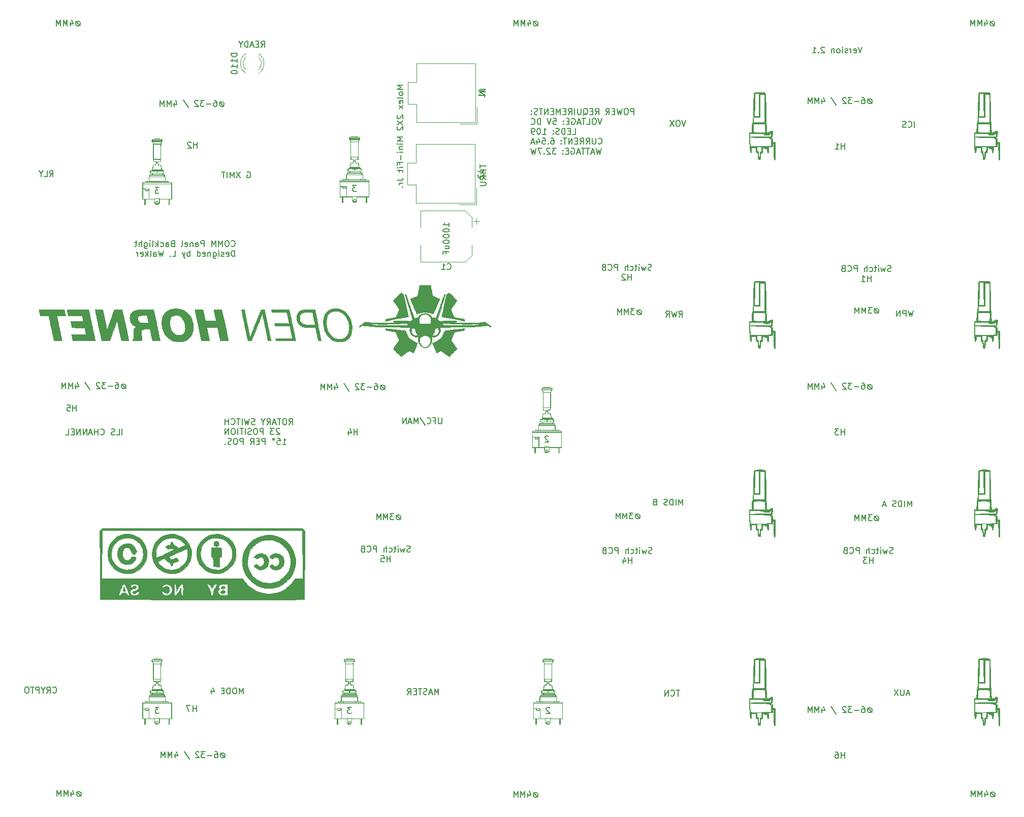
<source format=gbr>
%TF.GenerationSoftware,KiCad,Pcbnew,(5.1.10)-1*%
%TF.CreationDate,2021-11-16T16:52:48+11:00*%
%TF.ProjectId,COMM Panel PCB V2,434f4d4d-2050-4616-9e65-6c2050434220,rev?*%
%TF.SameCoordinates,Original*%
%TF.FileFunction,Legend,Bot*%
%TF.FilePolarity,Positive*%
%FSLAX46Y46*%
G04 Gerber Fmt 4.6, Leading zero omitted, Abs format (unit mm)*
G04 Created by KiCad (PCBNEW (5.1.10)-1) date 2021-11-16 16:52:48*
%MOMM*%
%LPD*%
G01*
G04 APERTURE LIST*
%ADD10C,0.150000*%
%ADD11C,0.120000*%
%ADD12C,0.010000*%
%ADD13C,0.100000*%
G04 APERTURE END LIST*
D10*
X140426700Y-58748230D02*
X140426700Y-58176801D01*
X140426700Y-58462516D02*
X139426700Y-58462516D01*
X139569558Y-58367278D01*
X139664796Y-58272040D01*
X139712415Y-58176801D01*
X139426700Y-59367278D02*
X139426700Y-59462516D01*
X139474320Y-59557754D01*
X139521939Y-59605373D01*
X139617177Y-59652992D01*
X139807653Y-59700611D01*
X140045748Y-59700611D01*
X140236224Y-59652992D01*
X140331462Y-59605373D01*
X140379081Y-59557754D01*
X140426700Y-59462516D01*
X140426700Y-59367278D01*
X140379081Y-59272040D01*
X140331462Y-59224420D01*
X140236224Y-59176801D01*
X140045748Y-59129182D01*
X139807653Y-59129182D01*
X139617177Y-59176801D01*
X139521939Y-59224420D01*
X139474320Y-59272040D01*
X139426700Y-59367278D01*
X139426700Y-60319659D02*
X139426700Y-60414897D01*
X139474320Y-60510135D01*
X139521939Y-60557754D01*
X139617177Y-60605373D01*
X139807653Y-60652992D01*
X140045748Y-60652992D01*
X140236224Y-60605373D01*
X140331462Y-60557754D01*
X140379081Y-60510135D01*
X140426700Y-60414897D01*
X140426700Y-60319659D01*
X140379081Y-60224420D01*
X140331462Y-60176801D01*
X140236224Y-60129182D01*
X140045748Y-60081563D01*
X139807653Y-60081563D01*
X139617177Y-60129182D01*
X139521939Y-60176801D01*
X139474320Y-60224420D01*
X139426700Y-60319659D01*
X139426700Y-61272040D02*
X139426700Y-61367278D01*
X139474320Y-61462516D01*
X139521939Y-61510135D01*
X139617177Y-61557754D01*
X139807653Y-61605373D01*
X140045748Y-61605373D01*
X140236224Y-61557754D01*
X140331462Y-61510135D01*
X140379081Y-61462516D01*
X140426700Y-61367278D01*
X140426700Y-61272040D01*
X140379081Y-61176801D01*
X140331462Y-61129182D01*
X140236224Y-61081563D01*
X140045748Y-61033944D01*
X139807653Y-61033944D01*
X139617177Y-61081563D01*
X139521939Y-61129182D01*
X139474320Y-61176801D01*
X139426700Y-61272040D01*
X139760034Y-62462516D02*
X140426700Y-62462516D01*
X139760034Y-62033944D02*
X140283843Y-62033944D01*
X140379081Y-62081563D01*
X140426700Y-62176801D01*
X140426700Y-62319659D01*
X140379081Y-62414897D01*
X140331462Y-62462516D01*
X139902891Y-63272040D02*
X139902891Y-62938706D01*
X140426700Y-62938706D02*
X139426700Y-62938706D01*
X139426700Y-63414897D01*
X171205614Y-40078380D02*
X171205614Y-39078380D01*
X170824661Y-39078380D01*
X170729423Y-39126000D01*
X170681804Y-39173619D01*
X170634185Y-39268857D01*
X170634185Y-39411714D01*
X170681804Y-39506952D01*
X170729423Y-39554571D01*
X170824661Y-39602190D01*
X171205614Y-39602190D01*
X170015138Y-39078380D02*
X169824661Y-39078380D01*
X169729423Y-39126000D01*
X169634185Y-39221238D01*
X169586566Y-39411714D01*
X169586566Y-39745047D01*
X169634185Y-39935523D01*
X169729423Y-40030761D01*
X169824661Y-40078380D01*
X170015138Y-40078380D01*
X170110376Y-40030761D01*
X170205614Y-39935523D01*
X170253233Y-39745047D01*
X170253233Y-39411714D01*
X170205614Y-39221238D01*
X170110376Y-39126000D01*
X170015138Y-39078380D01*
X169253233Y-39078380D02*
X169015138Y-40078380D01*
X168824661Y-39364095D01*
X168634185Y-40078380D01*
X168396090Y-39078380D01*
X168015138Y-39554571D02*
X167681804Y-39554571D01*
X167538947Y-40078380D02*
X168015138Y-40078380D01*
X168015138Y-39078380D01*
X167538947Y-39078380D01*
X166538947Y-40078380D02*
X166872280Y-39602190D01*
X167110376Y-40078380D02*
X167110376Y-39078380D01*
X166729423Y-39078380D01*
X166634185Y-39126000D01*
X166586566Y-39173619D01*
X166538947Y-39268857D01*
X166538947Y-39411714D01*
X166586566Y-39506952D01*
X166634185Y-39554571D01*
X166729423Y-39602190D01*
X167110376Y-39602190D01*
X164777042Y-40078380D02*
X165110376Y-39602190D01*
X165348471Y-40078380D02*
X165348471Y-39078380D01*
X164967519Y-39078380D01*
X164872280Y-39126000D01*
X164824661Y-39173619D01*
X164777042Y-39268857D01*
X164777042Y-39411714D01*
X164824661Y-39506952D01*
X164872280Y-39554571D01*
X164967519Y-39602190D01*
X165348471Y-39602190D01*
X164348471Y-39554571D02*
X164015138Y-39554571D01*
X163872280Y-40078380D02*
X164348471Y-40078380D01*
X164348471Y-39078380D01*
X163872280Y-39078380D01*
X162777042Y-40173619D02*
X162872280Y-40126000D01*
X162967519Y-40030761D01*
X163110376Y-39887904D01*
X163205614Y-39840285D01*
X163300852Y-39840285D01*
X163253233Y-40078380D02*
X163348471Y-40030761D01*
X163443709Y-39935523D01*
X163491328Y-39745047D01*
X163491328Y-39411714D01*
X163443709Y-39221238D01*
X163348471Y-39126000D01*
X163253233Y-39078380D01*
X163062757Y-39078380D01*
X162967519Y-39126000D01*
X162872280Y-39221238D01*
X162824661Y-39411714D01*
X162824661Y-39745047D01*
X162872280Y-39935523D01*
X162967519Y-40030761D01*
X163062757Y-40078380D01*
X163253233Y-40078380D01*
X162396090Y-39078380D02*
X162396090Y-39887904D01*
X162348471Y-39983142D01*
X162300852Y-40030761D01*
X162205614Y-40078380D01*
X162015138Y-40078380D01*
X161919900Y-40030761D01*
X161872280Y-39983142D01*
X161824661Y-39887904D01*
X161824661Y-39078380D01*
X161348471Y-40078380D02*
X161348471Y-39078380D01*
X160300852Y-40078380D02*
X160634185Y-39602190D01*
X160872280Y-40078380D02*
X160872280Y-39078380D01*
X160491328Y-39078380D01*
X160396090Y-39126000D01*
X160348471Y-39173619D01*
X160300852Y-39268857D01*
X160300852Y-39411714D01*
X160348471Y-39506952D01*
X160396090Y-39554571D01*
X160491328Y-39602190D01*
X160872280Y-39602190D01*
X159872280Y-39554571D02*
X159538947Y-39554571D01*
X159396090Y-40078380D02*
X159872280Y-40078380D01*
X159872280Y-39078380D01*
X159396090Y-39078380D01*
X158967519Y-40078380D02*
X158967519Y-39078380D01*
X158634185Y-39792666D01*
X158300852Y-39078380D01*
X158300852Y-40078380D01*
X157824661Y-39554571D02*
X157491328Y-39554571D01*
X157348471Y-40078380D02*
X157824661Y-40078380D01*
X157824661Y-39078380D01*
X157348471Y-39078380D01*
X156919900Y-40078380D02*
X156919900Y-39078380D01*
X156348471Y-40078380D01*
X156348471Y-39078380D01*
X156015138Y-39078380D02*
X155443709Y-39078380D01*
X155729423Y-40078380D02*
X155729423Y-39078380D01*
X155157995Y-40030761D02*
X155015138Y-40078380D01*
X154777042Y-40078380D01*
X154681804Y-40030761D01*
X154634185Y-39983142D01*
X154586566Y-39887904D01*
X154586566Y-39792666D01*
X154634185Y-39697428D01*
X154681804Y-39649809D01*
X154777042Y-39602190D01*
X154967519Y-39554571D01*
X155062757Y-39506952D01*
X155110376Y-39459333D01*
X155157995Y-39364095D01*
X155157995Y-39268857D01*
X155110376Y-39173619D01*
X155062757Y-39126000D01*
X154967519Y-39078380D01*
X154729423Y-39078380D01*
X154586566Y-39126000D01*
X154157995Y-39983142D02*
X154110376Y-40030761D01*
X154157995Y-40078380D01*
X154205614Y-40030761D01*
X154157995Y-39983142D01*
X154157995Y-40078380D01*
X154157995Y-39459333D02*
X154110376Y-39506952D01*
X154157995Y-39554571D01*
X154205614Y-39506952D01*
X154157995Y-39459333D01*
X154157995Y-39554571D01*
X165872280Y-40728380D02*
X165538947Y-41728380D01*
X165205614Y-40728380D01*
X164681804Y-40728380D02*
X164491328Y-40728380D01*
X164396090Y-40776000D01*
X164300852Y-40871238D01*
X164253233Y-41061714D01*
X164253233Y-41395047D01*
X164300852Y-41585523D01*
X164396090Y-41680761D01*
X164491328Y-41728380D01*
X164681804Y-41728380D01*
X164777042Y-41680761D01*
X164872280Y-41585523D01*
X164919900Y-41395047D01*
X164919900Y-41061714D01*
X164872280Y-40871238D01*
X164777042Y-40776000D01*
X164681804Y-40728380D01*
X163348471Y-41728380D02*
X163824661Y-41728380D01*
X163824661Y-40728380D01*
X163157995Y-40728380D02*
X162586566Y-40728380D01*
X162872280Y-41728380D02*
X162872280Y-40728380D01*
X162300852Y-41442666D02*
X161824661Y-41442666D01*
X162396090Y-41728380D02*
X162062757Y-40728380D01*
X161729423Y-41728380D01*
X160872280Y-40776000D02*
X160967519Y-40728380D01*
X161110376Y-40728380D01*
X161253233Y-40776000D01*
X161348471Y-40871238D01*
X161396090Y-40966476D01*
X161443709Y-41156952D01*
X161443709Y-41299809D01*
X161396090Y-41490285D01*
X161348471Y-41585523D01*
X161253233Y-41680761D01*
X161110376Y-41728380D01*
X161015138Y-41728380D01*
X160872280Y-41680761D01*
X160824661Y-41633142D01*
X160824661Y-41299809D01*
X161015138Y-41299809D01*
X160396090Y-41204571D02*
X160062757Y-41204571D01*
X159919900Y-41728380D02*
X160396090Y-41728380D01*
X160396090Y-40728380D01*
X159919900Y-40728380D01*
X159491328Y-41633142D02*
X159443709Y-41680761D01*
X159491328Y-41728380D01*
X159538947Y-41680761D01*
X159491328Y-41633142D01*
X159491328Y-41728380D01*
X159491328Y-41109333D02*
X159443709Y-41156952D01*
X159491328Y-41204571D01*
X159538947Y-41156952D01*
X159491328Y-41109333D01*
X159491328Y-41204571D01*
X157777042Y-40728380D02*
X158253233Y-40728380D01*
X158300852Y-41204571D01*
X158253233Y-41156952D01*
X158157995Y-41109333D01*
X157919900Y-41109333D01*
X157824661Y-41156952D01*
X157777042Y-41204571D01*
X157729423Y-41299809D01*
X157729423Y-41537904D01*
X157777042Y-41633142D01*
X157824661Y-41680761D01*
X157919900Y-41728380D01*
X158157995Y-41728380D01*
X158253233Y-41680761D01*
X158300852Y-41633142D01*
X157443709Y-40728380D02*
X157110376Y-41728380D01*
X156777042Y-40728380D01*
X155681804Y-41728380D02*
X155681804Y-40728380D01*
X155443709Y-40728380D01*
X155300852Y-40776000D01*
X155205614Y-40871238D01*
X155157995Y-40966476D01*
X155110376Y-41156952D01*
X155110376Y-41299809D01*
X155157995Y-41490285D01*
X155205614Y-41585523D01*
X155300852Y-41680761D01*
X155443709Y-41728380D01*
X155681804Y-41728380D01*
X154110376Y-41633142D02*
X154157995Y-41680761D01*
X154300852Y-41728380D01*
X154396090Y-41728380D01*
X154538947Y-41680761D01*
X154634185Y-41585523D01*
X154681804Y-41490285D01*
X154729423Y-41299809D01*
X154729423Y-41156952D01*
X154681804Y-40966476D01*
X154634185Y-40871238D01*
X154538947Y-40776000D01*
X154396090Y-40728380D01*
X154300852Y-40728380D01*
X154157995Y-40776000D01*
X154110376Y-40823619D01*
X160967519Y-43378380D02*
X161443709Y-43378380D01*
X161443709Y-42378380D01*
X160634185Y-42854571D02*
X160300852Y-42854571D01*
X160157995Y-43378380D02*
X160634185Y-43378380D01*
X160634185Y-42378380D01*
X160157995Y-42378380D01*
X159729423Y-43378380D02*
X159729423Y-42378380D01*
X159491328Y-42378380D01*
X159348471Y-42426000D01*
X159253233Y-42521238D01*
X159205614Y-42616476D01*
X159157995Y-42806952D01*
X159157995Y-42949809D01*
X159205614Y-43140285D01*
X159253233Y-43235523D01*
X159348471Y-43330761D01*
X159491328Y-43378380D01*
X159729423Y-43378380D01*
X158777042Y-43330761D02*
X158634185Y-43378380D01*
X158396090Y-43378380D01*
X158300852Y-43330761D01*
X158253233Y-43283142D01*
X158205614Y-43187904D01*
X158205614Y-43092666D01*
X158253233Y-42997428D01*
X158300852Y-42949809D01*
X158396090Y-42902190D01*
X158586566Y-42854571D01*
X158681804Y-42806952D01*
X158729423Y-42759333D01*
X158777042Y-42664095D01*
X158777042Y-42568857D01*
X158729423Y-42473619D01*
X158681804Y-42426000D01*
X158586566Y-42378380D01*
X158348471Y-42378380D01*
X158205614Y-42426000D01*
X157777042Y-43283142D02*
X157729423Y-43330761D01*
X157777042Y-43378380D01*
X157824661Y-43330761D01*
X157777042Y-43283142D01*
X157777042Y-43378380D01*
X157777042Y-42759333D02*
X157729423Y-42806952D01*
X157777042Y-42854571D01*
X157824661Y-42806952D01*
X157777042Y-42759333D01*
X157777042Y-42854571D01*
X156015138Y-43378380D02*
X156586566Y-43378380D01*
X156300852Y-43378380D02*
X156300852Y-42378380D01*
X156396090Y-42521238D01*
X156491328Y-42616476D01*
X156586566Y-42664095D01*
X155396090Y-42378380D02*
X155300852Y-42378380D01*
X155205614Y-42426000D01*
X155157995Y-42473619D01*
X155110376Y-42568857D01*
X155062757Y-42759333D01*
X155062757Y-42997428D01*
X155110376Y-43187904D01*
X155157995Y-43283142D01*
X155205614Y-43330761D01*
X155300852Y-43378380D01*
X155396090Y-43378380D01*
X155491328Y-43330761D01*
X155538947Y-43283142D01*
X155586566Y-43187904D01*
X155634185Y-42997428D01*
X155634185Y-42759333D01*
X155586566Y-42568857D01*
X155538947Y-42473619D01*
X155491328Y-42426000D01*
X155396090Y-42378380D01*
X154586566Y-43378380D02*
X154396090Y-43378380D01*
X154300852Y-43330761D01*
X154253233Y-43283142D01*
X154157995Y-43140285D01*
X154110376Y-42949809D01*
X154110376Y-42568857D01*
X154157995Y-42473619D01*
X154205614Y-42426000D01*
X154300852Y-42378380D01*
X154491328Y-42378380D01*
X154586566Y-42426000D01*
X154634185Y-42473619D01*
X154681804Y-42568857D01*
X154681804Y-42806952D01*
X154634185Y-42902190D01*
X154586566Y-42949809D01*
X154491328Y-42997428D01*
X154300852Y-42997428D01*
X154205614Y-42949809D01*
X154157995Y-42902190D01*
X154110376Y-42806952D01*
X165300852Y-44933142D02*
X165348471Y-44980761D01*
X165491328Y-45028380D01*
X165586566Y-45028380D01*
X165729423Y-44980761D01*
X165824661Y-44885523D01*
X165872280Y-44790285D01*
X165919900Y-44599809D01*
X165919900Y-44456952D01*
X165872280Y-44266476D01*
X165824661Y-44171238D01*
X165729423Y-44076000D01*
X165586566Y-44028380D01*
X165491328Y-44028380D01*
X165348471Y-44076000D01*
X165300852Y-44123619D01*
X164872280Y-44028380D02*
X164872280Y-44837904D01*
X164824661Y-44933142D01*
X164777042Y-44980761D01*
X164681804Y-45028380D01*
X164491328Y-45028380D01*
X164396090Y-44980761D01*
X164348471Y-44933142D01*
X164300852Y-44837904D01*
X164300852Y-44028380D01*
X163253233Y-45028380D02*
X163586566Y-44552190D01*
X163824661Y-45028380D02*
X163824661Y-44028380D01*
X163443709Y-44028380D01*
X163348471Y-44076000D01*
X163300852Y-44123619D01*
X163253233Y-44218857D01*
X163253233Y-44361714D01*
X163300852Y-44456952D01*
X163348471Y-44504571D01*
X163443709Y-44552190D01*
X163824661Y-44552190D01*
X162253233Y-45028380D02*
X162586566Y-44552190D01*
X162824661Y-45028380D02*
X162824661Y-44028380D01*
X162443709Y-44028380D01*
X162348471Y-44076000D01*
X162300852Y-44123619D01*
X162253233Y-44218857D01*
X162253233Y-44361714D01*
X162300852Y-44456952D01*
X162348471Y-44504571D01*
X162443709Y-44552190D01*
X162824661Y-44552190D01*
X161824661Y-44504571D02*
X161491328Y-44504571D01*
X161348471Y-45028380D02*
X161824661Y-45028380D01*
X161824661Y-44028380D01*
X161348471Y-44028380D01*
X160919900Y-45028380D02*
X160919900Y-44028380D01*
X160348471Y-45028380D01*
X160348471Y-44028380D01*
X160015138Y-44028380D02*
X159443709Y-44028380D01*
X159729423Y-45028380D02*
X159729423Y-44028380D01*
X159110376Y-44933142D02*
X159062757Y-44980761D01*
X159110376Y-45028380D01*
X159157995Y-44980761D01*
X159110376Y-44933142D01*
X159110376Y-45028380D01*
X159110376Y-44409333D02*
X159062757Y-44456952D01*
X159110376Y-44504571D01*
X159157995Y-44456952D01*
X159110376Y-44409333D01*
X159110376Y-44504571D01*
X157443709Y-44028380D02*
X157634185Y-44028380D01*
X157729423Y-44076000D01*
X157777042Y-44123619D01*
X157872280Y-44266476D01*
X157919900Y-44456952D01*
X157919900Y-44837904D01*
X157872280Y-44933142D01*
X157824661Y-44980761D01*
X157729423Y-45028380D01*
X157538947Y-45028380D01*
X157443709Y-44980761D01*
X157396090Y-44933142D01*
X157348471Y-44837904D01*
X157348471Y-44599809D01*
X157396090Y-44504571D01*
X157443709Y-44456952D01*
X157538947Y-44409333D01*
X157729423Y-44409333D01*
X157824661Y-44456952D01*
X157872280Y-44504571D01*
X157919900Y-44599809D01*
X156919900Y-44933142D02*
X156872280Y-44980761D01*
X156919900Y-45028380D01*
X156967519Y-44980761D01*
X156919900Y-44933142D01*
X156919900Y-45028380D01*
X155967519Y-44028380D02*
X156443709Y-44028380D01*
X156491328Y-44504571D01*
X156443709Y-44456952D01*
X156348471Y-44409333D01*
X156110376Y-44409333D01*
X156015138Y-44456952D01*
X155967519Y-44504571D01*
X155919900Y-44599809D01*
X155919900Y-44837904D01*
X155967519Y-44933142D01*
X156015138Y-44980761D01*
X156110376Y-45028380D01*
X156348471Y-45028380D01*
X156443709Y-44980761D01*
X156491328Y-44933142D01*
X155062757Y-44361714D02*
X155062757Y-45028380D01*
X155300852Y-43980761D02*
X155538947Y-44695047D01*
X154919900Y-44695047D01*
X154586566Y-44742666D02*
X154110376Y-44742666D01*
X154681804Y-45028380D02*
X154348471Y-44028380D01*
X154015138Y-45028380D01*
X165777042Y-45678380D02*
X165538947Y-46678380D01*
X165348471Y-45964095D01*
X165157995Y-46678380D01*
X164919900Y-45678380D01*
X164586566Y-46392666D02*
X164110376Y-46392666D01*
X164681804Y-46678380D02*
X164348471Y-45678380D01*
X164015138Y-46678380D01*
X163824661Y-45678380D02*
X163253233Y-45678380D01*
X163538947Y-46678380D02*
X163538947Y-45678380D01*
X163062757Y-45678380D02*
X162491328Y-45678380D01*
X162777042Y-46678380D02*
X162777042Y-45678380D01*
X162205614Y-46392666D02*
X161729423Y-46392666D01*
X162300852Y-46678380D02*
X161967519Y-45678380D01*
X161634185Y-46678380D01*
X160777042Y-45726000D02*
X160872280Y-45678380D01*
X161015138Y-45678380D01*
X161157995Y-45726000D01*
X161253233Y-45821238D01*
X161300852Y-45916476D01*
X161348471Y-46106952D01*
X161348471Y-46249809D01*
X161300852Y-46440285D01*
X161253233Y-46535523D01*
X161157995Y-46630761D01*
X161015138Y-46678380D01*
X160919900Y-46678380D01*
X160777042Y-46630761D01*
X160729423Y-46583142D01*
X160729423Y-46249809D01*
X160919900Y-46249809D01*
X160300852Y-46154571D02*
X159967519Y-46154571D01*
X159824661Y-46678380D02*
X160300852Y-46678380D01*
X160300852Y-45678380D01*
X159824661Y-45678380D01*
X159396090Y-46583142D02*
X159348471Y-46630761D01*
X159396090Y-46678380D01*
X159443709Y-46630761D01*
X159396090Y-46583142D01*
X159396090Y-46678380D01*
X159396090Y-46059333D02*
X159348471Y-46106952D01*
X159396090Y-46154571D01*
X159443709Y-46106952D01*
X159396090Y-46059333D01*
X159396090Y-46154571D01*
X158253233Y-45678380D02*
X157634185Y-45678380D01*
X157967519Y-46059333D01*
X157824661Y-46059333D01*
X157729423Y-46106952D01*
X157681804Y-46154571D01*
X157634185Y-46249809D01*
X157634185Y-46487904D01*
X157681804Y-46583142D01*
X157729423Y-46630761D01*
X157824661Y-46678380D01*
X158110376Y-46678380D01*
X158205614Y-46630761D01*
X158253233Y-46583142D01*
X157253233Y-45773619D02*
X157205614Y-45726000D01*
X157110376Y-45678380D01*
X156872280Y-45678380D01*
X156777042Y-45726000D01*
X156729423Y-45773619D01*
X156681804Y-45868857D01*
X156681804Y-45964095D01*
X156729423Y-46106952D01*
X157300852Y-46678380D01*
X156681804Y-46678380D01*
X156253233Y-46583142D02*
X156205614Y-46630761D01*
X156253233Y-46678380D01*
X156300852Y-46630761D01*
X156253233Y-46583142D01*
X156253233Y-46678380D01*
X155872280Y-45678380D02*
X155205614Y-45678380D01*
X155634185Y-46678380D01*
X154919900Y-45678380D02*
X154681804Y-46678380D01*
X154491328Y-45964095D01*
X154300852Y-46678380D01*
X154062757Y-45678380D01*
X171945085Y-106776876D02*
X171754609Y-106776876D01*
X171564133Y-106872114D01*
X171468895Y-107062590D01*
X171468895Y-107253066D01*
X171564133Y-107443542D01*
X171754609Y-107538780D01*
X171945085Y-107538780D01*
X172135561Y-107443542D01*
X172230800Y-107253066D01*
X172230800Y-107062590D01*
X172135561Y-106872114D01*
X171945085Y-106776876D01*
X171468895Y-106776876D02*
X172230800Y-107538780D01*
X171087942Y-106538780D02*
X170468895Y-106538780D01*
X170802228Y-106919733D01*
X170659371Y-106919733D01*
X170564133Y-106967352D01*
X170516514Y-107014971D01*
X170468895Y-107110209D01*
X170468895Y-107348304D01*
X170516514Y-107443542D01*
X170564133Y-107491161D01*
X170659371Y-107538780D01*
X170945085Y-107538780D01*
X171040323Y-107491161D01*
X171087942Y-107443542D01*
X170040323Y-107538780D02*
X170040323Y-106538780D01*
X169706990Y-107253066D01*
X169373657Y-106538780D01*
X169373657Y-107538780D01*
X168897466Y-107538780D02*
X168897466Y-106538780D01*
X168564133Y-107253066D01*
X168230800Y-106538780D01*
X168230800Y-107538780D01*
X174224438Y-113270161D02*
X174081580Y-113317780D01*
X173843485Y-113317780D01*
X173748247Y-113270161D01*
X173700628Y-113222542D01*
X173653009Y-113127304D01*
X173653009Y-113032066D01*
X173700628Y-112936828D01*
X173748247Y-112889209D01*
X173843485Y-112841590D01*
X174033961Y-112793971D01*
X174129200Y-112746352D01*
X174176819Y-112698733D01*
X174224438Y-112603495D01*
X174224438Y-112508257D01*
X174176819Y-112413019D01*
X174129200Y-112365400D01*
X174033961Y-112317780D01*
X173795866Y-112317780D01*
X173653009Y-112365400D01*
X173319676Y-112651114D02*
X173129200Y-113317780D01*
X172938723Y-112841590D01*
X172748247Y-113317780D01*
X172557771Y-112651114D01*
X172176819Y-113317780D02*
X172176819Y-112651114D01*
X172176819Y-112317780D02*
X172224438Y-112365400D01*
X172176819Y-112413019D01*
X172129200Y-112365400D01*
X172176819Y-112317780D01*
X172176819Y-112413019D01*
X171843485Y-112651114D02*
X171462533Y-112651114D01*
X171700628Y-112317780D02*
X171700628Y-113174923D01*
X171653009Y-113270161D01*
X171557771Y-113317780D01*
X171462533Y-113317780D01*
X170700628Y-113270161D02*
X170795866Y-113317780D01*
X170986342Y-113317780D01*
X171081580Y-113270161D01*
X171129200Y-113222542D01*
X171176819Y-113127304D01*
X171176819Y-112841590D01*
X171129200Y-112746352D01*
X171081580Y-112698733D01*
X170986342Y-112651114D01*
X170795866Y-112651114D01*
X170700628Y-112698733D01*
X170272057Y-113317780D02*
X170272057Y-112317780D01*
X169843485Y-113317780D02*
X169843485Y-112793971D01*
X169891104Y-112698733D01*
X169986342Y-112651114D01*
X170129200Y-112651114D01*
X170224438Y-112698733D01*
X170272057Y-112746352D01*
X168605390Y-113317780D02*
X168605390Y-112317780D01*
X168224438Y-112317780D01*
X168129200Y-112365400D01*
X168081580Y-112413019D01*
X168033961Y-112508257D01*
X168033961Y-112651114D01*
X168081580Y-112746352D01*
X168129200Y-112793971D01*
X168224438Y-112841590D01*
X168605390Y-112841590D01*
X167033961Y-113222542D02*
X167081580Y-113270161D01*
X167224438Y-113317780D01*
X167319676Y-113317780D01*
X167462533Y-113270161D01*
X167557771Y-113174923D01*
X167605390Y-113079685D01*
X167653009Y-112889209D01*
X167653009Y-112746352D01*
X167605390Y-112555876D01*
X167557771Y-112460638D01*
X167462533Y-112365400D01*
X167319676Y-112317780D01*
X167224438Y-112317780D01*
X167081580Y-112365400D01*
X167033961Y-112413019D01*
X166272057Y-112793971D02*
X166129200Y-112841590D01*
X166081580Y-112889209D01*
X166033961Y-112984447D01*
X166033961Y-113127304D01*
X166081580Y-113222542D01*
X166129200Y-113270161D01*
X166224438Y-113317780D01*
X166605390Y-113317780D01*
X166605390Y-112317780D01*
X166272057Y-112317780D01*
X166176819Y-112365400D01*
X166129200Y-112413019D01*
X166081580Y-112508257D01*
X166081580Y-112603495D01*
X166129200Y-112698733D01*
X166176819Y-112746352D01*
X166272057Y-112793971D01*
X166605390Y-112793971D01*
X170891104Y-114967780D02*
X170891104Y-113967780D01*
X170891104Y-114443971D02*
X170319676Y-114443971D01*
X170319676Y-114967780D02*
X170319676Y-113967780D01*
X169414914Y-114301114D02*
X169414914Y-114967780D01*
X169653009Y-113920161D02*
X169891104Y-114634447D01*
X169272057Y-114634447D01*
X113723042Y-91817180D02*
X114056376Y-91340990D01*
X114294471Y-91817180D02*
X114294471Y-90817180D01*
X113913519Y-90817180D01*
X113818280Y-90864800D01*
X113770661Y-90912419D01*
X113723042Y-91007657D01*
X113723042Y-91150514D01*
X113770661Y-91245752D01*
X113818280Y-91293371D01*
X113913519Y-91340990D01*
X114294471Y-91340990D01*
X113103995Y-90817180D02*
X112913519Y-90817180D01*
X112818280Y-90864800D01*
X112723042Y-90960038D01*
X112675423Y-91150514D01*
X112675423Y-91483847D01*
X112723042Y-91674323D01*
X112818280Y-91769561D01*
X112913519Y-91817180D01*
X113103995Y-91817180D01*
X113199233Y-91769561D01*
X113294471Y-91674323D01*
X113342090Y-91483847D01*
X113342090Y-91150514D01*
X113294471Y-90960038D01*
X113199233Y-90864800D01*
X113103995Y-90817180D01*
X112389709Y-90817180D02*
X111818280Y-90817180D01*
X112103995Y-91817180D02*
X112103995Y-90817180D01*
X111532566Y-91531466D02*
X111056376Y-91531466D01*
X111627804Y-91817180D02*
X111294471Y-90817180D01*
X110961138Y-91817180D01*
X110056376Y-91817180D02*
X110389709Y-91340990D01*
X110627804Y-91817180D02*
X110627804Y-90817180D01*
X110246852Y-90817180D01*
X110151614Y-90864800D01*
X110103995Y-90912419D01*
X110056376Y-91007657D01*
X110056376Y-91150514D01*
X110103995Y-91245752D01*
X110151614Y-91293371D01*
X110246852Y-91340990D01*
X110627804Y-91340990D01*
X109437328Y-91340990D02*
X109437328Y-91817180D01*
X109770661Y-90817180D02*
X109437328Y-91340990D01*
X109103995Y-90817180D01*
X108056376Y-91769561D02*
X107913519Y-91817180D01*
X107675423Y-91817180D01*
X107580185Y-91769561D01*
X107532566Y-91721942D01*
X107484947Y-91626704D01*
X107484947Y-91531466D01*
X107532566Y-91436228D01*
X107580185Y-91388609D01*
X107675423Y-91340990D01*
X107865900Y-91293371D01*
X107961138Y-91245752D01*
X108008757Y-91198133D01*
X108056376Y-91102895D01*
X108056376Y-91007657D01*
X108008757Y-90912419D01*
X107961138Y-90864800D01*
X107865900Y-90817180D01*
X107627804Y-90817180D01*
X107484947Y-90864800D01*
X107151614Y-90817180D02*
X106913519Y-91817180D01*
X106723042Y-91102895D01*
X106532566Y-91817180D01*
X106294471Y-90817180D01*
X105913519Y-91817180D02*
X105913519Y-90817180D01*
X105580185Y-90817180D02*
X105008757Y-90817180D01*
X105294471Y-91817180D02*
X105294471Y-90817180D01*
X104103995Y-91721942D02*
X104151614Y-91769561D01*
X104294471Y-91817180D01*
X104389709Y-91817180D01*
X104532566Y-91769561D01*
X104627804Y-91674323D01*
X104675423Y-91579085D01*
X104723042Y-91388609D01*
X104723042Y-91245752D01*
X104675423Y-91055276D01*
X104627804Y-90960038D01*
X104532566Y-90864800D01*
X104389709Y-90817180D01*
X104294471Y-90817180D01*
X104151614Y-90864800D01*
X104103995Y-90912419D01*
X103675423Y-91817180D02*
X103675423Y-90817180D01*
X103675423Y-91293371D02*
X103103995Y-91293371D01*
X103103995Y-91817180D02*
X103103995Y-90817180D01*
X112151614Y-92562419D02*
X112103995Y-92514800D01*
X112008757Y-92467180D01*
X111770661Y-92467180D01*
X111675423Y-92514800D01*
X111627804Y-92562419D01*
X111580185Y-92657657D01*
X111580185Y-92752895D01*
X111627804Y-92895752D01*
X112199233Y-93467180D01*
X111580185Y-93467180D01*
X111246852Y-92467180D02*
X110627804Y-92467180D01*
X110961138Y-92848133D01*
X110818280Y-92848133D01*
X110723042Y-92895752D01*
X110675423Y-92943371D01*
X110627804Y-93038609D01*
X110627804Y-93276704D01*
X110675423Y-93371942D01*
X110723042Y-93419561D01*
X110818280Y-93467180D01*
X111103995Y-93467180D01*
X111199233Y-93419561D01*
X111246852Y-93371942D01*
X109437328Y-93467180D02*
X109437328Y-92467180D01*
X109056376Y-92467180D01*
X108961138Y-92514800D01*
X108913519Y-92562419D01*
X108865900Y-92657657D01*
X108865900Y-92800514D01*
X108913519Y-92895752D01*
X108961138Y-92943371D01*
X109056376Y-92990990D01*
X109437328Y-92990990D01*
X108246852Y-92467180D02*
X108056376Y-92467180D01*
X107961138Y-92514800D01*
X107865900Y-92610038D01*
X107818280Y-92800514D01*
X107818280Y-93133847D01*
X107865900Y-93324323D01*
X107961138Y-93419561D01*
X108056376Y-93467180D01*
X108246852Y-93467180D01*
X108342090Y-93419561D01*
X108437328Y-93324323D01*
X108484947Y-93133847D01*
X108484947Y-92800514D01*
X108437328Y-92610038D01*
X108342090Y-92514800D01*
X108246852Y-92467180D01*
X107437328Y-93419561D02*
X107294471Y-93467180D01*
X107056376Y-93467180D01*
X106961138Y-93419561D01*
X106913519Y-93371942D01*
X106865900Y-93276704D01*
X106865900Y-93181466D01*
X106913519Y-93086228D01*
X106961138Y-93038609D01*
X107056376Y-92990990D01*
X107246852Y-92943371D01*
X107342090Y-92895752D01*
X107389709Y-92848133D01*
X107437328Y-92752895D01*
X107437328Y-92657657D01*
X107389709Y-92562419D01*
X107342090Y-92514800D01*
X107246852Y-92467180D01*
X107008757Y-92467180D01*
X106865900Y-92514800D01*
X106437328Y-93467180D02*
X106437328Y-92467180D01*
X106103995Y-92467180D02*
X105532566Y-92467180D01*
X105818280Y-93467180D02*
X105818280Y-92467180D01*
X105199233Y-93467180D02*
X105199233Y-92467180D01*
X104532566Y-92467180D02*
X104342090Y-92467180D01*
X104246852Y-92514800D01*
X104151614Y-92610038D01*
X104103995Y-92800514D01*
X104103995Y-93133847D01*
X104151614Y-93324323D01*
X104246852Y-93419561D01*
X104342090Y-93467180D01*
X104532566Y-93467180D01*
X104627804Y-93419561D01*
X104723042Y-93324323D01*
X104770661Y-93133847D01*
X104770661Y-92800514D01*
X104723042Y-92610038D01*
X104627804Y-92514800D01*
X104532566Y-92467180D01*
X103675423Y-93467180D02*
X103675423Y-92467180D01*
X103103995Y-93467180D01*
X103103995Y-92467180D01*
X112675423Y-95117180D02*
X113246852Y-95117180D01*
X112961138Y-95117180D02*
X112961138Y-94117180D01*
X113056376Y-94260038D01*
X113151614Y-94355276D01*
X113246852Y-94402895D01*
X111770661Y-94117180D02*
X112246852Y-94117180D01*
X112294471Y-94593371D01*
X112246852Y-94545752D01*
X112151614Y-94498133D01*
X111913519Y-94498133D01*
X111818280Y-94545752D01*
X111770661Y-94593371D01*
X111723042Y-94688609D01*
X111723042Y-94926704D01*
X111770661Y-95021942D01*
X111818280Y-95069561D01*
X111913519Y-95117180D01*
X112151614Y-95117180D01*
X112246852Y-95069561D01*
X112294471Y-95021942D01*
X111151614Y-94117180D02*
X111246852Y-94164800D01*
X111294471Y-94260038D01*
X111246852Y-94355276D01*
X111151614Y-94402895D01*
X111056376Y-94355276D01*
X111008757Y-94260038D01*
X111056376Y-94164800D01*
X111151614Y-94117180D01*
X109770661Y-95117180D02*
X109770661Y-94117180D01*
X109389709Y-94117180D01*
X109294471Y-94164800D01*
X109246852Y-94212419D01*
X109199233Y-94307657D01*
X109199233Y-94450514D01*
X109246852Y-94545752D01*
X109294471Y-94593371D01*
X109389709Y-94640990D01*
X109770661Y-94640990D01*
X108770661Y-94593371D02*
X108437328Y-94593371D01*
X108294471Y-95117180D02*
X108770661Y-95117180D01*
X108770661Y-94117180D01*
X108294471Y-94117180D01*
X107294471Y-95117180D02*
X107627804Y-94640990D01*
X107865900Y-95117180D02*
X107865900Y-94117180D01*
X107484947Y-94117180D01*
X107389709Y-94164800D01*
X107342090Y-94212419D01*
X107294471Y-94307657D01*
X107294471Y-94450514D01*
X107342090Y-94545752D01*
X107389709Y-94593371D01*
X107484947Y-94640990D01*
X107865900Y-94640990D01*
X106103995Y-95117180D02*
X106103995Y-94117180D01*
X105723042Y-94117180D01*
X105627804Y-94164800D01*
X105580185Y-94212419D01*
X105532566Y-94307657D01*
X105532566Y-94450514D01*
X105580185Y-94545752D01*
X105627804Y-94593371D01*
X105723042Y-94640990D01*
X106103995Y-94640990D01*
X104913519Y-94117180D02*
X104723042Y-94117180D01*
X104627804Y-94164800D01*
X104532566Y-94260038D01*
X104484947Y-94450514D01*
X104484947Y-94783847D01*
X104532566Y-94974323D01*
X104627804Y-95069561D01*
X104723042Y-95117180D01*
X104913519Y-95117180D01*
X105008757Y-95069561D01*
X105103995Y-94974323D01*
X105151614Y-94783847D01*
X105151614Y-94450514D01*
X105103995Y-94260038D01*
X105008757Y-94164800D01*
X104913519Y-94117180D01*
X104103995Y-95069561D02*
X103961138Y-95117180D01*
X103723042Y-95117180D01*
X103627804Y-95069561D01*
X103580185Y-95021942D01*
X103532566Y-94926704D01*
X103532566Y-94831466D01*
X103580185Y-94736228D01*
X103627804Y-94688609D01*
X103723042Y-94640990D01*
X103913519Y-94593371D01*
X104008757Y-94545752D01*
X104056376Y-94498133D01*
X104103995Y-94402895D01*
X104103995Y-94307657D01*
X104056376Y-94212419D01*
X104008757Y-94164800D01*
X103913519Y-94117180D01*
X103675423Y-94117180D01*
X103532566Y-94164800D01*
X103103995Y-95021942D02*
X103056376Y-95069561D01*
X103103995Y-95117180D01*
X103151614Y-95069561D01*
X103103995Y-95021942D01*
X103103995Y-95117180D01*
X132067085Y-106929276D02*
X131876609Y-106929276D01*
X131686133Y-107024514D01*
X131590895Y-107214990D01*
X131590895Y-107405466D01*
X131686133Y-107595942D01*
X131876609Y-107691180D01*
X132067085Y-107691180D01*
X132257561Y-107595942D01*
X132352800Y-107405466D01*
X132352800Y-107214990D01*
X132257561Y-107024514D01*
X132067085Y-106929276D01*
X131590895Y-106929276D02*
X132352800Y-107691180D01*
X131209942Y-106691180D02*
X130590895Y-106691180D01*
X130924228Y-107072133D01*
X130781371Y-107072133D01*
X130686133Y-107119752D01*
X130638514Y-107167371D01*
X130590895Y-107262609D01*
X130590895Y-107500704D01*
X130638514Y-107595942D01*
X130686133Y-107643561D01*
X130781371Y-107691180D01*
X131067085Y-107691180D01*
X131162323Y-107643561D01*
X131209942Y-107595942D01*
X130162323Y-107691180D02*
X130162323Y-106691180D01*
X129828990Y-107405466D01*
X129495657Y-106691180D01*
X129495657Y-107691180D01*
X129019466Y-107691180D02*
X129019466Y-106691180D01*
X128686133Y-107405466D01*
X128352800Y-106691180D01*
X128352800Y-107691180D01*
X133940038Y-113016161D02*
X133797180Y-113063780D01*
X133559085Y-113063780D01*
X133463847Y-113016161D01*
X133416228Y-112968542D01*
X133368609Y-112873304D01*
X133368609Y-112778066D01*
X133416228Y-112682828D01*
X133463847Y-112635209D01*
X133559085Y-112587590D01*
X133749561Y-112539971D01*
X133844800Y-112492352D01*
X133892419Y-112444733D01*
X133940038Y-112349495D01*
X133940038Y-112254257D01*
X133892419Y-112159019D01*
X133844800Y-112111400D01*
X133749561Y-112063780D01*
X133511466Y-112063780D01*
X133368609Y-112111400D01*
X133035276Y-112397114D02*
X132844800Y-113063780D01*
X132654323Y-112587590D01*
X132463847Y-113063780D01*
X132273371Y-112397114D01*
X131892419Y-113063780D02*
X131892419Y-112397114D01*
X131892419Y-112063780D02*
X131940038Y-112111400D01*
X131892419Y-112159019D01*
X131844800Y-112111400D01*
X131892419Y-112063780D01*
X131892419Y-112159019D01*
X131559085Y-112397114D02*
X131178133Y-112397114D01*
X131416228Y-112063780D02*
X131416228Y-112920923D01*
X131368609Y-113016161D01*
X131273371Y-113063780D01*
X131178133Y-113063780D01*
X130416228Y-113016161D02*
X130511466Y-113063780D01*
X130701942Y-113063780D01*
X130797180Y-113016161D01*
X130844800Y-112968542D01*
X130892419Y-112873304D01*
X130892419Y-112587590D01*
X130844800Y-112492352D01*
X130797180Y-112444733D01*
X130701942Y-112397114D01*
X130511466Y-112397114D01*
X130416228Y-112444733D01*
X129987657Y-113063780D02*
X129987657Y-112063780D01*
X129559085Y-113063780D02*
X129559085Y-112539971D01*
X129606704Y-112444733D01*
X129701942Y-112397114D01*
X129844800Y-112397114D01*
X129940038Y-112444733D01*
X129987657Y-112492352D01*
X128320990Y-113063780D02*
X128320990Y-112063780D01*
X127940038Y-112063780D01*
X127844800Y-112111400D01*
X127797180Y-112159019D01*
X127749561Y-112254257D01*
X127749561Y-112397114D01*
X127797180Y-112492352D01*
X127844800Y-112539971D01*
X127940038Y-112587590D01*
X128320990Y-112587590D01*
X126749561Y-112968542D02*
X126797180Y-113016161D01*
X126940038Y-113063780D01*
X127035276Y-113063780D01*
X127178133Y-113016161D01*
X127273371Y-112920923D01*
X127320990Y-112825685D01*
X127368609Y-112635209D01*
X127368609Y-112492352D01*
X127320990Y-112301876D01*
X127273371Y-112206638D01*
X127178133Y-112111400D01*
X127035276Y-112063780D01*
X126940038Y-112063780D01*
X126797180Y-112111400D01*
X126749561Y-112159019D01*
X125987657Y-112539971D02*
X125844800Y-112587590D01*
X125797180Y-112635209D01*
X125749561Y-112730447D01*
X125749561Y-112873304D01*
X125797180Y-112968542D01*
X125844800Y-113016161D01*
X125940038Y-113063780D01*
X126320990Y-113063780D01*
X126320990Y-112063780D01*
X125987657Y-112063780D01*
X125892419Y-112111400D01*
X125844800Y-112159019D01*
X125797180Y-112254257D01*
X125797180Y-112349495D01*
X125844800Y-112444733D01*
X125892419Y-112492352D01*
X125987657Y-112539971D01*
X126320990Y-112539971D01*
X130606704Y-114713780D02*
X130606704Y-113713780D01*
X130606704Y-114189971D02*
X130035276Y-114189971D01*
X130035276Y-114713780D02*
X130035276Y-113713780D01*
X129082895Y-113713780D02*
X129559085Y-113713780D01*
X129606704Y-114189971D01*
X129559085Y-114142352D01*
X129463847Y-114094733D01*
X129225752Y-114094733D01*
X129130514Y-114142352D01*
X129082895Y-114189971D01*
X129035276Y-114285209D01*
X129035276Y-114523304D01*
X129082895Y-114618542D01*
X129130514Y-114666161D01*
X129225752Y-114713780D01*
X129463847Y-114713780D01*
X129559085Y-114666161D01*
X129606704Y-114618542D01*
X211772285Y-107081676D02*
X211581809Y-107081676D01*
X211391333Y-107176914D01*
X211296095Y-107367390D01*
X211296095Y-107557866D01*
X211391333Y-107748342D01*
X211581809Y-107843580D01*
X211772285Y-107843580D01*
X211962761Y-107748342D01*
X212058000Y-107557866D01*
X212058000Y-107367390D01*
X211962761Y-107176914D01*
X211772285Y-107081676D01*
X211296095Y-107081676D02*
X212058000Y-107843580D01*
X210915142Y-106843580D02*
X210296095Y-106843580D01*
X210629428Y-107224533D01*
X210486571Y-107224533D01*
X210391333Y-107272152D01*
X210343714Y-107319771D01*
X210296095Y-107415009D01*
X210296095Y-107653104D01*
X210343714Y-107748342D01*
X210391333Y-107795961D01*
X210486571Y-107843580D01*
X210772285Y-107843580D01*
X210867523Y-107795961D01*
X210915142Y-107748342D01*
X209867523Y-107843580D02*
X209867523Y-106843580D01*
X209534190Y-107557866D01*
X209200857Y-106843580D01*
X209200857Y-107843580D01*
X208724666Y-107843580D02*
X208724666Y-106843580D01*
X208391333Y-107557866D01*
X208058000Y-106843580D01*
X208058000Y-107843580D01*
X172199085Y-72690076D02*
X172008609Y-72690076D01*
X171818133Y-72785314D01*
X171722895Y-72975790D01*
X171722895Y-73166266D01*
X171818133Y-73356742D01*
X172008609Y-73451980D01*
X172199085Y-73451980D01*
X172389561Y-73356742D01*
X172484800Y-73166266D01*
X172484800Y-72975790D01*
X172389561Y-72785314D01*
X172199085Y-72690076D01*
X171722895Y-72690076D02*
X172484800Y-73451980D01*
X171341942Y-72451980D02*
X170722895Y-72451980D01*
X171056228Y-72832933D01*
X170913371Y-72832933D01*
X170818133Y-72880552D01*
X170770514Y-72928171D01*
X170722895Y-73023409D01*
X170722895Y-73261504D01*
X170770514Y-73356742D01*
X170818133Y-73404361D01*
X170913371Y-73451980D01*
X171199085Y-73451980D01*
X171294323Y-73404361D01*
X171341942Y-73356742D01*
X170294323Y-73451980D02*
X170294323Y-72451980D01*
X169960990Y-73166266D01*
X169627657Y-72451980D01*
X169627657Y-73451980D01*
X169151466Y-73451980D02*
X169151466Y-72451980D01*
X168818133Y-73166266D01*
X168484800Y-72451980D01*
X168484800Y-73451980D01*
X211772285Y-72486876D02*
X211581809Y-72486876D01*
X211391333Y-72582114D01*
X211296095Y-72772590D01*
X211296095Y-72963066D01*
X211391333Y-73153542D01*
X211581809Y-73248780D01*
X211772285Y-73248780D01*
X211962761Y-73153542D01*
X212058000Y-72963066D01*
X212058000Y-72772590D01*
X211962761Y-72582114D01*
X211772285Y-72486876D01*
X211296095Y-72486876D02*
X212058000Y-73248780D01*
X210915142Y-72248780D02*
X210296095Y-72248780D01*
X210629428Y-72629733D01*
X210486571Y-72629733D01*
X210391333Y-72677352D01*
X210343714Y-72724971D01*
X210296095Y-72820209D01*
X210296095Y-73058304D01*
X210343714Y-73153542D01*
X210391333Y-73201161D01*
X210486571Y-73248780D01*
X210772285Y-73248780D01*
X210867523Y-73201161D01*
X210915142Y-73153542D01*
X209867523Y-73248780D02*
X209867523Y-72248780D01*
X209534190Y-72963066D01*
X209200857Y-72248780D01*
X209200857Y-73248780D01*
X208724666Y-73248780D02*
X208724666Y-72248780D01*
X208391333Y-72963066D01*
X208058000Y-72248780D01*
X208058000Y-73248780D01*
X154927085Y-153208076D02*
X154736609Y-153208076D01*
X154546133Y-153303314D01*
X154450895Y-153493790D01*
X154450895Y-153684266D01*
X154546133Y-153874742D01*
X154736609Y-153969980D01*
X154927085Y-153969980D01*
X155117561Y-153874742D01*
X155212800Y-153684266D01*
X155212800Y-153493790D01*
X155117561Y-153303314D01*
X154927085Y-153208076D01*
X154450895Y-153208076D02*
X155212800Y-153969980D01*
X153546133Y-153303314D02*
X153546133Y-153969980D01*
X153784228Y-152922361D02*
X154022323Y-153636647D01*
X153403276Y-153636647D01*
X153022323Y-153969980D02*
X153022323Y-152969980D01*
X152688990Y-153684266D01*
X152355657Y-152969980D01*
X152355657Y-153969980D01*
X151879466Y-153969980D02*
X151879466Y-152969980D01*
X151546133Y-153684266D01*
X151212800Y-152969980D01*
X151212800Y-153969980D01*
X231127085Y-153157276D02*
X230936609Y-153157276D01*
X230746133Y-153252514D01*
X230650895Y-153442990D01*
X230650895Y-153633466D01*
X230746133Y-153823942D01*
X230936609Y-153919180D01*
X231127085Y-153919180D01*
X231317561Y-153823942D01*
X231412800Y-153633466D01*
X231412800Y-153442990D01*
X231317561Y-153252514D01*
X231127085Y-153157276D01*
X230650895Y-153157276D02*
X231412800Y-153919180D01*
X229746133Y-153252514D02*
X229746133Y-153919180D01*
X229984228Y-152871561D02*
X230222323Y-153585847D01*
X229603276Y-153585847D01*
X229222323Y-153919180D02*
X229222323Y-152919180D01*
X228888990Y-153633466D01*
X228555657Y-152919180D01*
X228555657Y-153919180D01*
X228079466Y-153919180D02*
X228079466Y-152919180D01*
X227746133Y-153633466D01*
X227412800Y-152919180D01*
X227412800Y-153919180D01*
X78777885Y-153055676D02*
X78587409Y-153055676D01*
X78396933Y-153150914D01*
X78301695Y-153341390D01*
X78301695Y-153531866D01*
X78396933Y-153722342D01*
X78587409Y-153817580D01*
X78777885Y-153817580D01*
X78968361Y-153722342D01*
X79063600Y-153531866D01*
X79063600Y-153341390D01*
X78968361Y-153150914D01*
X78777885Y-153055676D01*
X78301695Y-153055676D02*
X79063600Y-153817580D01*
X77396933Y-153150914D02*
X77396933Y-153817580D01*
X77635028Y-152769961D02*
X77873123Y-153484247D01*
X77254076Y-153484247D01*
X76873123Y-153817580D02*
X76873123Y-152817580D01*
X76539790Y-153531866D01*
X76206457Y-152817580D01*
X76206457Y-153817580D01*
X75730266Y-153817580D02*
X75730266Y-152817580D01*
X75396933Y-153531866D01*
X75063600Y-152817580D01*
X75063600Y-153817580D01*
X231086445Y-24529136D02*
X230895969Y-24529136D01*
X230705493Y-24624374D01*
X230610255Y-24814850D01*
X230610255Y-25005326D01*
X230705493Y-25195802D01*
X230895969Y-25291040D01*
X231086445Y-25291040D01*
X231276921Y-25195802D01*
X231372160Y-25005326D01*
X231372160Y-24814850D01*
X231276921Y-24624374D01*
X231086445Y-24529136D01*
X230610255Y-24529136D02*
X231372160Y-25291040D01*
X229705493Y-24624374D02*
X229705493Y-25291040D01*
X229943588Y-24243421D02*
X230181683Y-24957707D01*
X229562636Y-24957707D01*
X229181683Y-25291040D02*
X229181683Y-24291040D01*
X228848350Y-25005326D01*
X228515017Y-24291040D01*
X228515017Y-25291040D01*
X228038826Y-25291040D02*
X228038826Y-24291040D01*
X227705493Y-25005326D01*
X227372160Y-24291040D01*
X227372160Y-25291040D01*
X154960105Y-24529136D02*
X154769629Y-24529136D01*
X154579153Y-24624374D01*
X154483915Y-24814850D01*
X154483915Y-25005326D01*
X154579153Y-25195802D01*
X154769629Y-25291040D01*
X154960105Y-25291040D01*
X155150581Y-25195802D01*
X155245820Y-25005326D01*
X155245820Y-24814850D01*
X155150581Y-24624374D01*
X154960105Y-24529136D01*
X154483915Y-24529136D02*
X155245820Y-25291040D01*
X153579153Y-24624374D02*
X153579153Y-25291040D01*
X153817248Y-24243421D02*
X154055343Y-24957707D01*
X153436296Y-24957707D01*
X153055343Y-25291040D02*
X153055343Y-24291040D01*
X152722010Y-25005326D01*
X152388677Y-24291040D01*
X152388677Y-25291040D01*
X151912486Y-25291040D02*
X151912486Y-24291040D01*
X151579153Y-25005326D01*
X151245820Y-24291040D01*
X151245820Y-25291040D01*
X78676285Y-24529136D02*
X78485809Y-24529136D01*
X78295333Y-24624374D01*
X78200095Y-24814850D01*
X78200095Y-25005326D01*
X78295333Y-25195802D01*
X78485809Y-25291040D01*
X78676285Y-25291040D01*
X78866761Y-25195802D01*
X78962000Y-25005326D01*
X78962000Y-24814850D01*
X78866761Y-24624374D01*
X78676285Y-24529136D01*
X78200095Y-24529136D02*
X78962000Y-25291040D01*
X77295333Y-24624374D02*
X77295333Y-25291040D01*
X77533428Y-24243421D02*
X77771523Y-24957707D01*
X77152476Y-24957707D01*
X76771523Y-25291040D02*
X76771523Y-24291040D01*
X76438190Y-25005326D01*
X76104857Y-24291040D01*
X76104857Y-25291040D01*
X75628666Y-25291040D02*
X75628666Y-24291040D01*
X75295333Y-25005326D01*
X74962000Y-24291040D01*
X74962000Y-25291040D01*
X109066460Y-28834340D02*
X109399793Y-28358150D01*
X109637888Y-28834340D02*
X109637888Y-27834340D01*
X109256936Y-27834340D01*
X109161698Y-27881960D01*
X109114079Y-27929579D01*
X109066460Y-28024817D01*
X109066460Y-28167674D01*
X109114079Y-28262912D01*
X109161698Y-28310531D01*
X109256936Y-28358150D01*
X109637888Y-28358150D01*
X108637888Y-28310531D02*
X108304555Y-28310531D01*
X108161698Y-28834340D02*
X108637888Y-28834340D01*
X108637888Y-27834340D01*
X108161698Y-27834340D01*
X107780745Y-28548626D02*
X107304555Y-28548626D01*
X107875983Y-28834340D02*
X107542650Y-27834340D01*
X107209317Y-28834340D01*
X106875983Y-28834340D02*
X106875983Y-27834340D01*
X106637888Y-27834340D01*
X106495031Y-27881960D01*
X106399793Y-27977198D01*
X106352174Y-28072436D01*
X106304555Y-28262912D01*
X106304555Y-28405769D01*
X106352174Y-28596245D01*
X106399793Y-28691483D01*
X106495031Y-28786721D01*
X106637888Y-28834340D01*
X106875983Y-28834340D01*
X105685507Y-28358150D02*
X105685507Y-28834340D01*
X106018840Y-27834340D02*
X105685507Y-28358150D01*
X105352174Y-27834340D01*
X214407238Y-113270161D02*
X214264380Y-113317780D01*
X214026285Y-113317780D01*
X213931047Y-113270161D01*
X213883428Y-113222542D01*
X213835809Y-113127304D01*
X213835809Y-113032066D01*
X213883428Y-112936828D01*
X213931047Y-112889209D01*
X214026285Y-112841590D01*
X214216761Y-112793971D01*
X214312000Y-112746352D01*
X214359619Y-112698733D01*
X214407238Y-112603495D01*
X214407238Y-112508257D01*
X214359619Y-112413019D01*
X214312000Y-112365400D01*
X214216761Y-112317780D01*
X213978666Y-112317780D01*
X213835809Y-112365400D01*
X213502476Y-112651114D02*
X213312000Y-113317780D01*
X213121523Y-112841590D01*
X212931047Y-113317780D01*
X212740571Y-112651114D01*
X212359619Y-113317780D02*
X212359619Y-112651114D01*
X212359619Y-112317780D02*
X212407238Y-112365400D01*
X212359619Y-112413019D01*
X212312000Y-112365400D01*
X212359619Y-112317780D01*
X212359619Y-112413019D01*
X212026285Y-112651114D02*
X211645333Y-112651114D01*
X211883428Y-112317780D02*
X211883428Y-113174923D01*
X211835809Y-113270161D01*
X211740571Y-113317780D01*
X211645333Y-113317780D01*
X210883428Y-113270161D02*
X210978666Y-113317780D01*
X211169142Y-113317780D01*
X211264380Y-113270161D01*
X211312000Y-113222542D01*
X211359619Y-113127304D01*
X211359619Y-112841590D01*
X211312000Y-112746352D01*
X211264380Y-112698733D01*
X211169142Y-112651114D01*
X210978666Y-112651114D01*
X210883428Y-112698733D01*
X210454857Y-113317780D02*
X210454857Y-112317780D01*
X210026285Y-113317780D02*
X210026285Y-112793971D01*
X210073904Y-112698733D01*
X210169142Y-112651114D01*
X210312000Y-112651114D01*
X210407238Y-112698733D01*
X210454857Y-112746352D01*
X208788190Y-113317780D02*
X208788190Y-112317780D01*
X208407238Y-112317780D01*
X208312000Y-112365400D01*
X208264380Y-112413019D01*
X208216761Y-112508257D01*
X208216761Y-112651114D01*
X208264380Y-112746352D01*
X208312000Y-112793971D01*
X208407238Y-112841590D01*
X208788190Y-112841590D01*
X207216761Y-113222542D02*
X207264380Y-113270161D01*
X207407238Y-113317780D01*
X207502476Y-113317780D01*
X207645333Y-113270161D01*
X207740571Y-113174923D01*
X207788190Y-113079685D01*
X207835809Y-112889209D01*
X207835809Y-112746352D01*
X207788190Y-112555876D01*
X207740571Y-112460638D01*
X207645333Y-112365400D01*
X207502476Y-112317780D01*
X207407238Y-112317780D01*
X207264380Y-112365400D01*
X207216761Y-112413019D01*
X206454857Y-112793971D02*
X206312000Y-112841590D01*
X206264380Y-112889209D01*
X206216761Y-112984447D01*
X206216761Y-113127304D01*
X206264380Y-113222542D01*
X206312000Y-113270161D01*
X206407238Y-113317780D01*
X206788190Y-113317780D01*
X206788190Y-112317780D01*
X206454857Y-112317780D01*
X206359619Y-112365400D01*
X206312000Y-112413019D01*
X206264380Y-112508257D01*
X206264380Y-112603495D01*
X206312000Y-112698733D01*
X206359619Y-112746352D01*
X206454857Y-112793971D01*
X206788190Y-112793971D01*
X211073904Y-114967780D02*
X211073904Y-113967780D01*
X211073904Y-114443971D02*
X210502476Y-114443971D01*
X210502476Y-114967780D02*
X210502476Y-113967780D01*
X210121523Y-113967780D02*
X209502476Y-113967780D01*
X209835809Y-114348733D01*
X209692952Y-114348733D01*
X209597714Y-114396352D01*
X209550095Y-114443971D01*
X209502476Y-114539209D01*
X209502476Y-114777304D01*
X209550095Y-114872542D01*
X209597714Y-114920161D01*
X209692952Y-114967780D01*
X209978666Y-114967780D01*
X210073904Y-114920161D01*
X210121523Y-114872542D01*
X214051638Y-66229361D02*
X213908780Y-66276980D01*
X213670685Y-66276980D01*
X213575447Y-66229361D01*
X213527828Y-66181742D01*
X213480209Y-66086504D01*
X213480209Y-65991266D01*
X213527828Y-65896028D01*
X213575447Y-65848409D01*
X213670685Y-65800790D01*
X213861161Y-65753171D01*
X213956400Y-65705552D01*
X214004019Y-65657933D01*
X214051638Y-65562695D01*
X214051638Y-65467457D01*
X214004019Y-65372219D01*
X213956400Y-65324600D01*
X213861161Y-65276980D01*
X213623066Y-65276980D01*
X213480209Y-65324600D01*
X213146876Y-65610314D02*
X212956400Y-66276980D01*
X212765923Y-65800790D01*
X212575447Y-66276980D01*
X212384971Y-65610314D01*
X212004019Y-66276980D02*
X212004019Y-65610314D01*
X212004019Y-65276980D02*
X212051638Y-65324600D01*
X212004019Y-65372219D01*
X211956400Y-65324600D01*
X212004019Y-65276980D01*
X212004019Y-65372219D01*
X211670685Y-65610314D02*
X211289733Y-65610314D01*
X211527828Y-65276980D02*
X211527828Y-66134123D01*
X211480209Y-66229361D01*
X211384971Y-66276980D01*
X211289733Y-66276980D01*
X210527828Y-66229361D02*
X210623066Y-66276980D01*
X210813542Y-66276980D01*
X210908780Y-66229361D01*
X210956400Y-66181742D01*
X211004019Y-66086504D01*
X211004019Y-65800790D01*
X210956400Y-65705552D01*
X210908780Y-65657933D01*
X210813542Y-65610314D01*
X210623066Y-65610314D01*
X210527828Y-65657933D01*
X210099257Y-66276980D02*
X210099257Y-65276980D01*
X209670685Y-66276980D02*
X209670685Y-65753171D01*
X209718304Y-65657933D01*
X209813542Y-65610314D01*
X209956400Y-65610314D01*
X210051638Y-65657933D01*
X210099257Y-65705552D01*
X208432590Y-66276980D02*
X208432590Y-65276980D01*
X208051638Y-65276980D01*
X207956400Y-65324600D01*
X207908780Y-65372219D01*
X207861161Y-65467457D01*
X207861161Y-65610314D01*
X207908780Y-65705552D01*
X207956400Y-65753171D01*
X208051638Y-65800790D01*
X208432590Y-65800790D01*
X206861161Y-66181742D02*
X206908780Y-66229361D01*
X207051638Y-66276980D01*
X207146876Y-66276980D01*
X207289733Y-66229361D01*
X207384971Y-66134123D01*
X207432590Y-66038885D01*
X207480209Y-65848409D01*
X207480209Y-65705552D01*
X207432590Y-65515076D01*
X207384971Y-65419838D01*
X207289733Y-65324600D01*
X207146876Y-65276980D01*
X207051638Y-65276980D01*
X206908780Y-65324600D01*
X206861161Y-65372219D01*
X206099257Y-65753171D02*
X205956400Y-65800790D01*
X205908780Y-65848409D01*
X205861161Y-65943647D01*
X205861161Y-66086504D01*
X205908780Y-66181742D01*
X205956400Y-66229361D01*
X206051638Y-66276980D01*
X206432590Y-66276980D01*
X206432590Y-65276980D01*
X206099257Y-65276980D01*
X206004019Y-65324600D01*
X205956400Y-65372219D01*
X205908780Y-65467457D01*
X205908780Y-65562695D01*
X205956400Y-65657933D01*
X206004019Y-65705552D01*
X206099257Y-65753171D01*
X206432590Y-65753171D01*
X210718304Y-67926980D02*
X210718304Y-66926980D01*
X210718304Y-67403171D02*
X210146876Y-67403171D01*
X210146876Y-67926980D02*
X210146876Y-66926980D01*
X209146876Y-67926980D02*
X209718304Y-67926980D01*
X209432590Y-67926980D02*
X209432590Y-66926980D01*
X209527828Y-67069838D01*
X209623066Y-67165076D01*
X209718304Y-67212695D01*
X174122838Y-66026161D02*
X173979980Y-66073780D01*
X173741885Y-66073780D01*
X173646647Y-66026161D01*
X173599028Y-65978542D01*
X173551409Y-65883304D01*
X173551409Y-65788066D01*
X173599028Y-65692828D01*
X173646647Y-65645209D01*
X173741885Y-65597590D01*
X173932361Y-65549971D01*
X174027600Y-65502352D01*
X174075219Y-65454733D01*
X174122838Y-65359495D01*
X174122838Y-65264257D01*
X174075219Y-65169019D01*
X174027600Y-65121400D01*
X173932361Y-65073780D01*
X173694266Y-65073780D01*
X173551409Y-65121400D01*
X173218076Y-65407114D02*
X173027600Y-66073780D01*
X172837123Y-65597590D01*
X172646647Y-66073780D01*
X172456171Y-65407114D01*
X172075219Y-66073780D02*
X172075219Y-65407114D01*
X172075219Y-65073780D02*
X172122838Y-65121400D01*
X172075219Y-65169019D01*
X172027600Y-65121400D01*
X172075219Y-65073780D01*
X172075219Y-65169019D01*
X171741885Y-65407114D02*
X171360933Y-65407114D01*
X171599028Y-65073780D02*
X171599028Y-65930923D01*
X171551409Y-66026161D01*
X171456171Y-66073780D01*
X171360933Y-66073780D01*
X170599028Y-66026161D02*
X170694266Y-66073780D01*
X170884742Y-66073780D01*
X170979980Y-66026161D01*
X171027600Y-65978542D01*
X171075219Y-65883304D01*
X171075219Y-65597590D01*
X171027600Y-65502352D01*
X170979980Y-65454733D01*
X170884742Y-65407114D01*
X170694266Y-65407114D01*
X170599028Y-65454733D01*
X170170457Y-66073780D02*
X170170457Y-65073780D01*
X169741885Y-66073780D02*
X169741885Y-65549971D01*
X169789504Y-65454733D01*
X169884742Y-65407114D01*
X170027600Y-65407114D01*
X170122838Y-65454733D01*
X170170457Y-65502352D01*
X168503790Y-66073780D02*
X168503790Y-65073780D01*
X168122838Y-65073780D01*
X168027600Y-65121400D01*
X167979980Y-65169019D01*
X167932361Y-65264257D01*
X167932361Y-65407114D01*
X167979980Y-65502352D01*
X168027600Y-65549971D01*
X168122838Y-65597590D01*
X168503790Y-65597590D01*
X166932361Y-65978542D02*
X166979980Y-66026161D01*
X167122838Y-66073780D01*
X167218076Y-66073780D01*
X167360933Y-66026161D01*
X167456171Y-65930923D01*
X167503790Y-65835685D01*
X167551409Y-65645209D01*
X167551409Y-65502352D01*
X167503790Y-65311876D01*
X167456171Y-65216638D01*
X167360933Y-65121400D01*
X167218076Y-65073780D01*
X167122838Y-65073780D01*
X166979980Y-65121400D01*
X166932361Y-65169019D01*
X166170457Y-65549971D02*
X166027600Y-65597590D01*
X165979980Y-65645209D01*
X165932361Y-65740447D01*
X165932361Y-65883304D01*
X165979980Y-65978542D01*
X166027600Y-66026161D01*
X166122838Y-66073780D01*
X166503790Y-66073780D01*
X166503790Y-65073780D01*
X166170457Y-65073780D01*
X166075219Y-65121400D01*
X166027600Y-65169019D01*
X165979980Y-65264257D01*
X165979980Y-65359495D01*
X166027600Y-65454733D01*
X166075219Y-65502352D01*
X166170457Y-65549971D01*
X166503790Y-65549971D01*
X170789504Y-67723780D02*
X170789504Y-66723780D01*
X170789504Y-67199971D02*
X170218076Y-67199971D01*
X170218076Y-67723780D02*
X170218076Y-66723780D01*
X169789504Y-66819019D02*
X169741885Y-66771400D01*
X169646647Y-66723780D01*
X169408552Y-66723780D01*
X169313314Y-66771400D01*
X169265695Y-66819019D01*
X169218076Y-66914257D01*
X169218076Y-67009495D01*
X169265695Y-67152352D01*
X169837123Y-67723780D01*
X169218076Y-67723780D01*
X145553180Y-48407866D02*
X145553180Y-48979295D01*
X146553180Y-48693580D02*
X145553180Y-48693580D01*
X146553180Y-49312628D02*
X145553180Y-49312628D01*
X146029371Y-49312628D02*
X146029371Y-49884057D01*
X146553180Y-49884057D02*
X145553180Y-49884057D01*
X146553180Y-50931676D02*
X146076990Y-50598342D01*
X146553180Y-50360247D02*
X145553180Y-50360247D01*
X145553180Y-50741200D01*
X145600800Y-50836438D01*
X145648419Y-50884057D01*
X145743657Y-50931676D01*
X145886514Y-50931676D01*
X145981752Y-50884057D01*
X146029371Y-50836438D01*
X146076990Y-50741200D01*
X146076990Y-50360247D01*
X145553180Y-51360247D02*
X146362704Y-51360247D01*
X146457942Y-51407866D01*
X146505561Y-51455485D01*
X146553180Y-51550723D01*
X146553180Y-51741200D01*
X146505561Y-51836438D01*
X146457942Y-51884057D01*
X146362704Y-51931676D01*
X145553180Y-51931676D01*
X146474440Y-35869310D02*
X145474440Y-35869310D01*
X146474440Y-36345500D02*
X145474440Y-36345500D01*
X146474440Y-36916929D01*
X145474440Y-36916929D01*
X132730500Y-35243239D02*
X131730500Y-35243239D01*
X132444786Y-35576572D01*
X131730500Y-35909905D01*
X132730500Y-35909905D01*
X132730500Y-36528953D02*
X132682881Y-36433715D01*
X132635262Y-36386096D01*
X132540024Y-36338477D01*
X132254310Y-36338477D01*
X132159072Y-36386096D01*
X132111453Y-36433715D01*
X132063834Y-36528953D01*
X132063834Y-36671810D01*
X132111453Y-36767048D01*
X132159072Y-36814667D01*
X132254310Y-36862286D01*
X132540024Y-36862286D01*
X132635262Y-36814667D01*
X132682881Y-36767048D01*
X132730500Y-36671810D01*
X132730500Y-36528953D01*
X132730500Y-37433715D02*
X132682881Y-37338477D01*
X132587643Y-37290858D01*
X131730500Y-37290858D01*
X132682881Y-38195620D02*
X132730500Y-38100381D01*
X132730500Y-37909905D01*
X132682881Y-37814667D01*
X132587643Y-37767048D01*
X132206691Y-37767048D01*
X132111453Y-37814667D01*
X132063834Y-37909905D01*
X132063834Y-38100381D01*
X132111453Y-38195620D01*
X132206691Y-38243239D01*
X132301929Y-38243239D01*
X132397167Y-37767048D01*
X132730500Y-38576572D02*
X132063834Y-39100381D01*
X132063834Y-38576572D02*
X132730500Y-39100381D01*
X131825739Y-40195620D02*
X131778120Y-40243239D01*
X131730500Y-40338477D01*
X131730500Y-40576572D01*
X131778120Y-40671810D01*
X131825739Y-40719429D01*
X131920977Y-40767048D01*
X132016215Y-40767048D01*
X132159072Y-40719429D01*
X132730500Y-40148000D01*
X132730500Y-40767048D01*
X131730500Y-41100381D02*
X132730500Y-41767048D01*
X131730500Y-41767048D02*
X132730500Y-41100381D01*
X131825739Y-42100381D02*
X131778120Y-42148000D01*
X131730500Y-42243239D01*
X131730500Y-42481334D01*
X131778120Y-42576572D01*
X131825739Y-42624191D01*
X131920977Y-42671810D01*
X132016215Y-42671810D01*
X132159072Y-42624191D01*
X132730500Y-42052762D01*
X132730500Y-42671810D01*
X132730500Y-43862286D02*
X131730500Y-43862286D01*
X132444786Y-44195620D01*
X131730500Y-44528953D01*
X132730500Y-44528953D01*
X132730500Y-45005143D02*
X132063834Y-45005143D01*
X131730500Y-45005143D02*
X131778120Y-44957524D01*
X131825739Y-45005143D01*
X131778120Y-45052762D01*
X131730500Y-45005143D01*
X131825739Y-45005143D01*
X132063834Y-45481334D02*
X132730500Y-45481334D01*
X132159072Y-45481334D02*
X132111453Y-45528953D01*
X132063834Y-45624191D01*
X132063834Y-45767048D01*
X132111453Y-45862286D01*
X132206691Y-45909905D01*
X132730500Y-45909905D01*
X132730500Y-46386096D02*
X132063834Y-46386096D01*
X131730500Y-46386096D02*
X131778120Y-46338477D01*
X131825739Y-46386096D01*
X131778120Y-46433715D01*
X131730500Y-46386096D01*
X131825739Y-46386096D01*
X132349548Y-46862286D02*
X132349548Y-47624191D01*
X132206691Y-48433715D02*
X132206691Y-48100381D01*
X132730500Y-48100381D02*
X131730500Y-48100381D01*
X131730500Y-48576572D01*
X132730500Y-48957524D02*
X132063834Y-48957524D01*
X131730500Y-48957524D02*
X131778120Y-48909905D01*
X131825739Y-48957524D01*
X131778120Y-49005143D01*
X131730500Y-48957524D01*
X131825739Y-48957524D01*
X132063834Y-49290858D02*
X132063834Y-49671810D01*
X131730500Y-49433715D02*
X132587643Y-49433715D01*
X132682881Y-49481334D01*
X132730500Y-49576572D01*
X132730500Y-49671810D01*
X131730500Y-51052762D02*
X132444786Y-51052762D01*
X132587643Y-51005143D01*
X132682881Y-50909905D01*
X132730500Y-50767048D01*
X132730500Y-50671810D01*
X132730500Y-51528953D02*
X132063834Y-51528953D01*
X132254310Y-51528953D02*
X132159072Y-51576572D01*
X132111453Y-51624191D01*
X132063834Y-51719429D01*
X132063834Y-51814667D01*
X132635262Y-52148000D02*
X132682881Y-52195620D01*
X132730500Y-52148000D01*
X132682881Y-52100381D01*
X132635262Y-52148000D01*
X132730500Y-52148000D01*
X217138095Y-136717066D02*
X216661904Y-136717066D01*
X217233333Y-137002780D02*
X216900000Y-136002780D01*
X216566666Y-137002780D01*
X216233333Y-136002780D02*
X216233333Y-136812304D01*
X216185714Y-136907542D01*
X216138095Y-136955161D01*
X216042857Y-137002780D01*
X215852380Y-137002780D01*
X215757142Y-136955161D01*
X215709523Y-136907542D01*
X215661904Y-136812304D01*
X215661904Y-136002780D01*
X215280952Y-136002780D02*
X214614285Y-137002780D01*
X214614285Y-136002780D02*
X215280952Y-137002780D01*
X178855523Y-136104380D02*
X178284095Y-136104380D01*
X178569809Y-137104380D02*
X178569809Y-136104380D01*
X177379333Y-137009142D02*
X177426952Y-137056761D01*
X177569809Y-137104380D01*
X177665047Y-137104380D01*
X177807904Y-137056761D01*
X177903142Y-136961523D01*
X177950761Y-136866285D01*
X177998380Y-136675809D01*
X177998380Y-136532952D01*
X177950761Y-136342476D01*
X177903142Y-136247238D01*
X177807904Y-136152000D01*
X177665047Y-136104380D01*
X177569809Y-136104380D01*
X177426952Y-136152000D01*
X177379333Y-136199619D01*
X176950761Y-137104380D02*
X176950761Y-136104380D01*
X176379333Y-137104380D01*
X176379333Y-136104380D01*
X217495142Y-105506780D02*
X217495142Y-104506780D01*
X217161809Y-105221066D01*
X216828476Y-104506780D01*
X216828476Y-105506780D01*
X216352285Y-105506780D02*
X216352285Y-104506780D01*
X215876095Y-105506780D02*
X215876095Y-104506780D01*
X215638000Y-104506780D01*
X215495142Y-104554400D01*
X215399904Y-104649638D01*
X215352285Y-104744876D01*
X215304666Y-104935352D01*
X215304666Y-105078209D01*
X215352285Y-105268685D01*
X215399904Y-105363923D01*
X215495142Y-105459161D01*
X215638000Y-105506780D01*
X215876095Y-105506780D01*
X214923714Y-105459161D02*
X214780857Y-105506780D01*
X214542761Y-105506780D01*
X214447523Y-105459161D01*
X214399904Y-105411542D01*
X214352285Y-105316304D01*
X214352285Y-105221066D01*
X214399904Y-105125828D01*
X214447523Y-105078209D01*
X214542761Y-105030590D01*
X214733238Y-104982971D01*
X214828476Y-104935352D01*
X214876095Y-104887733D01*
X214923714Y-104792495D01*
X214923714Y-104697257D01*
X214876095Y-104602019D01*
X214828476Y-104554400D01*
X214733238Y-104506780D01*
X214495142Y-104506780D01*
X214352285Y-104554400D01*
X213209428Y-105221066D02*
X212733238Y-105221066D01*
X213304666Y-105506780D02*
X212971333Y-104506780D01*
X212638000Y-105506780D01*
X179364971Y-105252780D02*
X179364971Y-104252780D01*
X179031638Y-104967066D01*
X178698304Y-104252780D01*
X178698304Y-105252780D01*
X178222114Y-105252780D02*
X178222114Y-104252780D01*
X177745923Y-105252780D02*
X177745923Y-104252780D01*
X177507828Y-104252780D01*
X177364971Y-104300400D01*
X177269733Y-104395638D01*
X177222114Y-104490876D01*
X177174495Y-104681352D01*
X177174495Y-104824209D01*
X177222114Y-105014685D01*
X177269733Y-105109923D01*
X177364971Y-105205161D01*
X177507828Y-105252780D01*
X177745923Y-105252780D01*
X176793542Y-105205161D02*
X176650685Y-105252780D01*
X176412590Y-105252780D01*
X176317352Y-105205161D01*
X176269733Y-105157542D01*
X176222114Y-105062304D01*
X176222114Y-104967066D01*
X176269733Y-104871828D01*
X176317352Y-104824209D01*
X176412590Y-104776590D01*
X176603066Y-104728971D01*
X176698304Y-104681352D01*
X176745923Y-104633733D01*
X176793542Y-104538495D01*
X176793542Y-104443257D01*
X176745923Y-104348019D01*
X176698304Y-104300400D01*
X176603066Y-104252780D01*
X176364971Y-104252780D01*
X176222114Y-104300400D01*
X174698304Y-104728971D02*
X174555447Y-104776590D01*
X174507828Y-104824209D01*
X174460209Y-104919447D01*
X174460209Y-105062304D01*
X174507828Y-105157542D01*
X174555447Y-105205161D01*
X174650685Y-105252780D01*
X175031638Y-105252780D01*
X175031638Y-104252780D01*
X174698304Y-104252780D01*
X174603066Y-104300400D01*
X174555447Y-104348019D01*
X174507828Y-104443257D01*
X174507828Y-104538495D01*
X174555447Y-104633733D01*
X174603066Y-104681352D01*
X174698304Y-104728971D01*
X175031638Y-104728971D01*
X217809580Y-72756780D02*
X217571485Y-73756780D01*
X217381009Y-73042495D01*
X217190533Y-73756780D01*
X216952438Y-72756780D01*
X216571485Y-73756780D02*
X216571485Y-72756780D01*
X216190533Y-72756780D01*
X216095295Y-72804400D01*
X216047676Y-72852019D01*
X216000057Y-72947257D01*
X216000057Y-73090114D01*
X216047676Y-73185352D01*
X216095295Y-73232971D01*
X216190533Y-73280590D01*
X216571485Y-73280590D01*
X215571485Y-73756780D02*
X215571485Y-72756780D01*
X215000057Y-73756780D01*
X215000057Y-72756780D01*
X178714304Y-73858380D02*
X179047638Y-73382190D01*
X179285733Y-73858380D02*
X179285733Y-72858380D01*
X178904780Y-72858380D01*
X178809542Y-72906000D01*
X178761923Y-72953619D01*
X178714304Y-73048857D01*
X178714304Y-73191714D01*
X178761923Y-73286952D01*
X178809542Y-73334571D01*
X178904780Y-73382190D01*
X179285733Y-73382190D01*
X178380971Y-72858380D02*
X178142876Y-73858380D01*
X177952400Y-73144095D01*
X177761923Y-73858380D01*
X177523828Y-72858380D01*
X176571447Y-73858380D02*
X176904780Y-73382190D01*
X177142876Y-73858380D02*
X177142876Y-72858380D01*
X176761923Y-72858380D01*
X176666685Y-72906000D01*
X176619066Y-72953619D01*
X176571447Y-73048857D01*
X176571447Y-73191714D01*
X176619066Y-73286952D01*
X176666685Y-73334571D01*
X176761923Y-73382190D01*
X177142876Y-73382190D01*
X217993790Y-42209980D02*
X217993790Y-41209980D01*
X216946171Y-42114742D02*
X216993790Y-42162361D01*
X217136647Y-42209980D01*
X217231885Y-42209980D01*
X217374742Y-42162361D01*
X217469980Y-42067123D01*
X217517600Y-41971885D01*
X217565219Y-41781409D01*
X217565219Y-41638552D01*
X217517600Y-41448076D01*
X217469980Y-41352838D01*
X217374742Y-41257600D01*
X217231885Y-41209980D01*
X217136647Y-41209980D01*
X216993790Y-41257600D01*
X216946171Y-41305219D01*
X216565219Y-42162361D02*
X216422361Y-42209980D01*
X216184266Y-42209980D01*
X216089028Y-42162361D01*
X216041409Y-42114742D01*
X215993790Y-42019504D01*
X215993790Y-41924266D01*
X216041409Y-41829028D01*
X216089028Y-41781409D01*
X216184266Y-41733790D01*
X216374742Y-41686171D01*
X216469980Y-41638552D01*
X216517600Y-41590933D01*
X216565219Y-41495695D01*
X216565219Y-41400457D01*
X216517600Y-41305219D01*
X216469980Y-41257600D01*
X216374742Y-41209980D01*
X216136647Y-41209980D01*
X215993790Y-41257600D01*
X179844533Y-41057580D02*
X179511200Y-42057580D01*
X179177866Y-41057580D01*
X178654057Y-41057580D02*
X178463580Y-41057580D01*
X178368342Y-41105200D01*
X178273104Y-41200438D01*
X178225485Y-41390914D01*
X178225485Y-41724247D01*
X178273104Y-41914723D01*
X178368342Y-42009961D01*
X178463580Y-42057580D01*
X178654057Y-42057580D01*
X178749295Y-42009961D01*
X178844533Y-41914723D01*
X178892152Y-41724247D01*
X178892152Y-41390914D01*
X178844533Y-41200438D01*
X178749295Y-41105200D01*
X178654057Y-41057580D01*
X177892152Y-41057580D02*
X177225485Y-42057580D01*
X177225485Y-41057580D02*
X177892152Y-42057580D01*
X138664628Y-136850380D02*
X138664628Y-135850380D01*
X138331295Y-136564666D01*
X137997961Y-135850380D01*
X137997961Y-136850380D01*
X137569390Y-136564666D02*
X137093200Y-136564666D01*
X137664628Y-136850380D02*
X137331295Y-135850380D01*
X136997961Y-136850380D01*
X136712247Y-136802761D02*
X136569390Y-136850380D01*
X136331295Y-136850380D01*
X136236057Y-136802761D01*
X136188438Y-136755142D01*
X136140819Y-136659904D01*
X136140819Y-136564666D01*
X136188438Y-136469428D01*
X136236057Y-136421809D01*
X136331295Y-136374190D01*
X136521771Y-136326571D01*
X136617009Y-136278952D01*
X136664628Y-136231333D01*
X136712247Y-136136095D01*
X136712247Y-136040857D01*
X136664628Y-135945619D01*
X136617009Y-135898000D01*
X136521771Y-135850380D01*
X136283676Y-135850380D01*
X136140819Y-135898000D01*
X135855104Y-135850380D02*
X135283676Y-135850380D01*
X135569390Y-136850380D02*
X135569390Y-135850380D01*
X134950342Y-136326571D02*
X134617009Y-136326571D01*
X134474152Y-136850380D02*
X134950342Y-136850380D01*
X134950342Y-135850380D01*
X134474152Y-135850380D01*
X133474152Y-136850380D02*
X133807485Y-136374190D01*
X134045580Y-136850380D02*
X134045580Y-135850380D01*
X133664628Y-135850380D01*
X133569390Y-135898000D01*
X133521771Y-135945619D01*
X133474152Y-136040857D01*
X133474152Y-136183714D01*
X133521771Y-136278952D01*
X133569390Y-136326571D01*
X133664628Y-136374190D01*
X134045580Y-136374190D01*
X106095466Y-136748780D02*
X106095466Y-135748780D01*
X105762133Y-136463066D01*
X105428800Y-135748780D01*
X105428800Y-136748780D01*
X104762133Y-135748780D02*
X104571657Y-135748780D01*
X104476419Y-135796400D01*
X104381180Y-135891638D01*
X104333561Y-136082114D01*
X104333561Y-136415447D01*
X104381180Y-136605923D01*
X104476419Y-136701161D01*
X104571657Y-136748780D01*
X104762133Y-136748780D01*
X104857371Y-136701161D01*
X104952609Y-136605923D01*
X105000228Y-136415447D01*
X105000228Y-136082114D01*
X104952609Y-135891638D01*
X104857371Y-135796400D01*
X104762133Y-135748780D01*
X103904990Y-136748780D02*
X103904990Y-135748780D01*
X103666895Y-135748780D01*
X103524038Y-135796400D01*
X103428800Y-135891638D01*
X103381180Y-135986876D01*
X103333561Y-136177352D01*
X103333561Y-136320209D01*
X103381180Y-136510685D01*
X103428800Y-136605923D01*
X103524038Y-136701161D01*
X103666895Y-136748780D01*
X103904990Y-136748780D01*
X102904990Y-136224971D02*
X102571657Y-136224971D01*
X102428800Y-136748780D02*
X102904990Y-136748780D01*
X102904990Y-135748780D01*
X102428800Y-135748780D01*
X100809752Y-136082114D02*
X100809752Y-136748780D01*
X101047847Y-135701161D02*
X101285942Y-136415447D01*
X100666895Y-136415447D01*
X74363009Y-136501142D02*
X74410628Y-136548761D01*
X74553485Y-136596380D01*
X74648723Y-136596380D01*
X74791580Y-136548761D01*
X74886819Y-136453523D01*
X74934438Y-136358285D01*
X74982057Y-136167809D01*
X74982057Y-136024952D01*
X74934438Y-135834476D01*
X74886819Y-135739238D01*
X74791580Y-135644000D01*
X74648723Y-135596380D01*
X74553485Y-135596380D01*
X74410628Y-135644000D01*
X74363009Y-135691619D01*
X73363009Y-136596380D02*
X73696342Y-136120190D01*
X73934438Y-136596380D02*
X73934438Y-135596380D01*
X73553485Y-135596380D01*
X73458247Y-135644000D01*
X73410628Y-135691619D01*
X73363009Y-135786857D01*
X73363009Y-135929714D01*
X73410628Y-136024952D01*
X73458247Y-136072571D01*
X73553485Y-136120190D01*
X73934438Y-136120190D01*
X72743961Y-136120190D02*
X72743961Y-136596380D01*
X73077295Y-135596380D02*
X72743961Y-136120190D01*
X72410628Y-135596380D01*
X72077295Y-136596380D02*
X72077295Y-135596380D01*
X71696342Y-135596380D01*
X71601104Y-135644000D01*
X71553485Y-135691619D01*
X71505866Y-135786857D01*
X71505866Y-135929714D01*
X71553485Y-136024952D01*
X71601104Y-136072571D01*
X71696342Y-136120190D01*
X72077295Y-136120190D01*
X71220152Y-135596380D02*
X70648723Y-135596380D01*
X70934438Y-136596380D02*
X70934438Y-135596380D01*
X70124914Y-135596380D02*
X69934438Y-135596380D01*
X69839200Y-135644000D01*
X69743961Y-135739238D01*
X69696342Y-135929714D01*
X69696342Y-136263047D01*
X69743961Y-136453523D01*
X69839200Y-136548761D01*
X69934438Y-136596380D01*
X70124914Y-136596380D01*
X70220152Y-136548761D01*
X70315390Y-136453523D01*
X70363009Y-136263047D01*
X70363009Y-135929714D01*
X70315390Y-135739238D01*
X70220152Y-135644000D01*
X70124914Y-135596380D01*
X139202704Y-90689180D02*
X139202704Y-91498704D01*
X139155085Y-91593942D01*
X139107466Y-91641561D01*
X139012228Y-91689180D01*
X138821752Y-91689180D01*
X138726514Y-91641561D01*
X138678895Y-91593942D01*
X138631276Y-91498704D01*
X138631276Y-90689180D01*
X137821752Y-91165371D02*
X138155085Y-91165371D01*
X138155085Y-91689180D02*
X138155085Y-90689180D01*
X137678895Y-90689180D01*
X136726514Y-91593942D02*
X136774133Y-91641561D01*
X136916990Y-91689180D01*
X137012228Y-91689180D01*
X137155085Y-91641561D01*
X137250323Y-91546323D01*
X137297942Y-91451085D01*
X137345561Y-91260609D01*
X137345561Y-91117752D01*
X137297942Y-90927276D01*
X137250323Y-90832038D01*
X137155085Y-90736800D01*
X137012228Y-90689180D01*
X136916990Y-90689180D01*
X136774133Y-90736800D01*
X136726514Y-90784419D01*
X135583657Y-90641561D02*
X136440800Y-91927276D01*
X135250323Y-91689180D02*
X135250323Y-90689180D01*
X134916990Y-91403466D01*
X134583657Y-90689180D01*
X134583657Y-91689180D01*
X134155085Y-91403466D02*
X133678895Y-91403466D01*
X134250323Y-91689180D02*
X133916990Y-90689180D01*
X133583657Y-91689180D01*
X133250323Y-91689180D02*
X133250323Y-90689180D01*
X132678895Y-91689180D01*
X132678895Y-90689180D01*
X85899047Y-93517980D02*
X85899047Y-92517980D01*
X84946666Y-93517980D02*
X85422857Y-93517980D01*
X85422857Y-92517980D01*
X84660952Y-93470361D02*
X84518095Y-93517980D01*
X84280000Y-93517980D01*
X84184761Y-93470361D01*
X84137142Y-93422742D01*
X84089523Y-93327504D01*
X84089523Y-93232266D01*
X84137142Y-93137028D01*
X84184761Y-93089409D01*
X84280000Y-93041790D01*
X84470476Y-92994171D01*
X84565714Y-92946552D01*
X84613333Y-92898933D01*
X84660952Y-92803695D01*
X84660952Y-92708457D01*
X84613333Y-92613219D01*
X84565714Y-92565600D01*
X84470476Y-92517980D01*
X84232380Y-92517980D01*
X84089523Y-92565600D01*
X82327619Y-93422742D02*
X82375238Y-93470361D01*
X82518095Y-93517980D01*
X82613333Y-93517980D01*
X82756190Y-93470361D01*
X82851428Y-93375123D01*
X82899047Y-93279885D01*
X82946666Y-93089409D01*
X82946666Y-92946552D01*
X82899047Y-92756076D01*
X82851428Y-92660838D01*
X82756190Y-92565600D01*
X82613333Y-92517980D01*
X82518095Y-92517980D01*
X82375238Y-92565600D01*
X82327619Y-92613219D01*
X81899047Y-93517980D02*
X81899047Y-92517980D01*
X81899047Y-92994171D02*
X81327619Y-92994171D01*
X81327619Y-93517980D02*
X81327619Y-92517980D01*
X80899047Y-93232266D02*
X80422857Y-93232266D01*
X80994285Y-93517980D02*
X80660952Y-92517980D01*
X80327619Y-93517980D01*
X79994285Y-93517980D02*
X79994285Y-92517980D01*
X79422857Y-93517980D01*
X79422857Y-92517980D01*
X78946666Y-93517980D02*
X78946666Y-92517980D01*
X78375238Y-93517980D01*
X78375238Y-92517980D01*
X77899047Y-92994171D02*
X77565714Y-92994171D01*
X77422857Y-93517980D02*
X77899047Y-93517980D01*
X77899047Y-92517980D01*
X77422857Y-92517980D01*
X76518095Y-93517980D02*
X76994285Y-93517980D01*
X76994285Y-92517980D01*
X106738514Y-49690400D02*
X106833752Y-49642780D01*
X106976609Y-49642780D01*
X107119466Y-49690400D01*
X107214704Y-49785638D01*
X107262323Y-49880876D01*
X107309942Y-50071352D01*
X107309942Y-50214209D01*
X107262323Y-50404685D01*
X107214704Y-50499923D01*
X107119466Y-50595161D01*
X106976609Y-50642780D01*
X106881371Y-50642780D01*
X106738514Y-50595161D01*
X106690895Y-50547542D01*
X106690895Y-50214209D01*
X106881371Y-50214209D01*
X105595657Y-49642780D02*
X104928990Y-50642780D01*
X104928990Y-49642780D02*
X105595657Y-50642780D01*
X104548038Y-50642780D02*
X104548038Y-49642780D01*
X104214704Y-50357066D01*
X103881371Y-49642780D01*
X103881371Y-50642780D01*
X103405180Y-50642780D02*
X103405180Y-49642780D01*
X103071847Y-49642780D02*
X102500419Y-49642780D01*
X102786133Y-50642780D02*
X102786133Y-49642780D01*
X73828209Y-50439580D02*
X74161542Y-49963390D01*
X74399638Y-50439580D02*
X74399638Y-49439580D01*
X74018685Y-49439580D01*
X73923447Y-49487200D01*
X73875828Y-49534819D01*
X73828209Y-49630057D01*
X73828209Y-49772914D01*
X73875828Y-49868152D01*
X73923447Y-49915771D01*
X74018685Y-49963390D01*
X74399638Y-49963390D01*
X72923447Y-50439580D02*
X73399638Y-50439580D01*
X73399638Y-49439580D01*
X72399638Y-49963390D02*
X72399638Y-50439580D01*
X72732971Y-49439580D02*
X72399638Y-49963390D01*
X72066304Y-49439580D01*
X209270076Y-28814780D02*
X208936742Y-29814780D01*
X208603409Y-28814780D01*
X207889123Y-29767161D02*
X207984361Y-29814780D01*
X208174838Y-29814780D01*
X208270076Y-29767161D01*
X208317695Y-29671923D01*
X208317695Y-29290971D01*
X208270076Y-29195733D01*
X208174838Y-29148114D01*
X207984361Y-29148114D01*
X207889123Y-29195733D01*
X207841504Y-29290971D01*
X207841504Y-29386209D01*
X208317695Y-29481447D01*
X207412933Y-29814780D02*
X207412933Y-29148114D01*
X207412933Y-29338590D02*
X207365314Y-29243352D01*
X207317695Y-29195733D01*
X207222457Y-29148114D01*
X207127219Y-29148114D01*
X206841504Y-29767161D02*
X206746266Y-29814780D01*
X206555790Y-29814780D01*
X206460552Y-29767161D01*
X206412933Y-29671923D01*
X206412933Y-29624304D01*
X206460552Y-29529066D01*
X206555790Y-29481447D01*
X206698647Y-29481447D01*
X206793885Y-29433828D01*
X206841504Y-29338590D01*
X206841504Y-29290971D01*
X206793885Y-29195733D01*
X206698647Y-29148114D01*
X206555790Y-29148114D01*
X206460552Y-29195733D01*
X205984361Y-29814780D02*
X205984361Y-29148114D01*
X205984361Y-28814780D02*
X206031980Y-28862400D01*
X205984361Y-28910019D01*
X205936742Y-28862400D01*
X205984361Y-28814780D01*
X205984361Y-28910019D01*
X205365314Y-29814780D02*
X205460552Y-29767161D01*
X205508171Y-29719542D01*
X205555790Y-29624304D01*
X205555790Y-29338590D01*
X205508171Y-29243352D01*
X205460552Y-29195733D01*
X205365314Y-29148114D01*
X205222457Y-29148114D01*
X205127219Y-29195733D01*
X205079600Y-29243352D01*
X205031980Y-29338590D01*
X205031980Y-29624304D01*
X205079600Y-29719542D01*
X205127219Y-29767161D01*
X205222457Y-29814780D01*
X205365314Y-29814780D01*
X204603409Y-29148114D02*
X204603409Y-29814780D01*
X204603409Y-29243352D02*
X204555790Y-29195733D01*
X204460552Y-29148114D01*
X204317695Y-29148114D01*
X204222457Y-29195733D01*
X204174838Y-29290971D01*
X204174838Y-29814780D01*
X202984361Y-28910019D02*
X202936742Y-28862400D01*
X202841504Y-28814780D01*
X202603409Y-28814780D01*
X202508171Y-28862400D01*
X202460552Y-28910019D01*
X202412933Y-29005257D01*
X202412933Y-29100495D01*
X202460552Y-29243352D01*
X203031980Y-29814780D01*
X202412933Y-29814780D01*
X201984361Y-29719542D02*
X201936742Y-29767161D01*
X201984361Y-29814780D01*
X202031980Y-29767161D01*
X201984361Y-29719542D01*
X201984361Y-29814780D01*
X200984361Y-29814780D02*
X201555790Y-29814780D01*
X201270076Y-29814780D02*
X201270076Y-28814780D01*
X201365314Y-28957638D01*
X201460552Y-29052876D01*
X201555790Y-29100495D01*
X104119436Y-62018682D02*
X104167055Y-62066301D01*
X104309912Y-62113920D01*
X104405150Y-62113920D01*
X104548007Y-62066301D01*
X104643245Y-61971063D01*
X104690864Y-61875825D01*
X104738483Y-61685349D01*
X104738483Y-61542492D01*
X104690864Y-61352016D01*
X104643245Y-61256778D01*
X104548007Y-61161540D01*
X104405150Y-61113920D01*
X104309912Y-61113920D01*
X104167055Y-61161540D01*
X104119436Y-61209159D01*
X103500388Y-61113920D02*
X103309912Y-61113920D01*
X103214674Y-61161540D01*
X103119436Y-61256778D01*
X103071817Y-61447254D01*
X103071817Y-61780587D01*
X103119436Y-61971063D01*
X103214674Y-62066301D01*
X103309912Y-62113920D01*
X103500388Y-62113920D01*
X103595626Y-62066301D01*
X103690864Y-61971063D01*
X103738483Y-61780587D01*
X103738483Y-61447254D01*
X103690864Y-61256778D01*
X103595626Y-61161540D01*
X103500388Y-61113920D01*
X102643245Y-62113920D02*
X102643245Y-61113920D01*
X102309912Y-61828206D01*
X101976579Y-61113920D01*
X101976579Y-62113920D01*
X101500388Y-62113920D02*
X101500388Y-61113920D01*
X101167055Y-61828206D01*
X100833721Y-61113920D01*
X100833721Y-62113920D01*
X99595626Y-62113920D02*
X99595626Y-61113920D01*
X99214674Y-61113920D01*
X99119436Y-61161540D01*
X99071817Y-61209159D01*
X99024198Y-61304397D01*
X99024198Y-61447254D01*
X99071817Y-61542492D01*
X99119436Y-61590111D01*
X99214674Y-61637730D01*
X99595626Y-61637730D01*
X98167055Y-62113920D02*
X98167055Y-61590111D01*
X98214674Y-61494873D01*
X98309912Y-61447254D01*
X98500388Y-61447254D01*
X98595626Y-61494873D01*
X98167055Y-62066301D02*
X98262293Y-62113920D01*
X98500388Y-62113920D01*
X98595626Y-62066301D01*
X98643245Y-61971063D01*
X98643245Y-61875825D01*
X98595626Y-61780587D01*
X98500388Y-61732968D01*
X98262293Y-61732968D01*
X98167055Y-61685349D01*
X97690864Y-61447254D02*
X97690864Y-62113920D01*
X97690864Y-61542492D02*
X97643245Y-61494873D01*
X97548007Y-61447254D01*
X97405150Y-61447254D01*
X97309912Y-61494873D01*
X97262293Y-61590111D01*
X97262293Y-62113920D01*
X96405150Y-62066301D02*
X96500388Y-62113920D01*
X96690864Y-62113920D01*
X96786102Y-62066301D01*
X96833721Y-61971063D01*
X96833721Y-61590111D01*
X96786102Y-61494873D01*
X96690864Y-61447254D01*
X96500388Y-61447254D01*
X96405150Y-61494873D01*
X96357531Y-61590111D01*
X96357531Y-61685349D01*
X96833721Y-61780587D01*
X95786102Y-62113920D02*
X95881340Y-62066301D01*
X95928960Y-61971063D01*
X95928960Y-61113920D01*
X94309912Y-61590111D02*
X94167055Y-61637730D01*
X94119436Y-61685349D01*
X94071817Y-61780587D01*
X94071817Y-61923444D01*
X94119436Y-62018682D01*
X94167055Y-62066301D01*
X94262293Y-62113920D01*
X94643245Y-62113920D01*
X94643245Y-61113920D01*
X94309912Y-61113920D01*
X94214674Y-61161540D01*
X94167055Y-61209159D01*
X94119436Y-61304397D01*
X94119436Y-61399635D01*
X94167055Y-61494873D01*
X94214674Y-61542492D01*
X94309912Y-61590111D01*
X94643245Y-61590111D01*
X93214674Y-62113920D02*
X93214674Y-61590111D01*
X93262293Y-61494873D01*
X93357531Y-61447254D01*
X93548007Y-61447254D01*
X93643245Y-61494873D01*
X93214674Y-62066301D02*
X93309912Y-62113920D01*
X93548007Y-62113920D01*
X93643245Y-62066301D01*
X93690864Y-61971063D01*
X93690864Y-61875825D01*
X93643245Y-61780587D01*
X93548007Y-61732968D01*
X93309912Y-61732968D01*
X93214674Y-61685349D01*
X92309912Y-62066301D02*
X92405150Y-62113920D01*
X92595626Y-62113920D01*
X92690864Y-62066301D01*
X92738483Y-62018682D01*
X92786102Y-61923444D01*
X92786102Y-61637730D01*
X92738483Y-61542492D01*
X92690864Y-61494873D01*
X92595626Y-61447254D01*
X92405150Y-61447254D01*
X92309912Y-61494873D01*
X91881340Y-62113920D02*
X91881340Y-61113920D01*
X91786102Y-61732968D02*
X91500388Y-62113920D01*
X91500388Y-61447254D02*
X91881340Y-61828206D01*
X90928960Y-62113920D02*
X91024198Y-62066301D01*
X91071817Y-61971063D01*
X91071817Y-61113920D01*
X90548007Y-62113920D02*
X90548007Y-61447254D01*
X90548007Y-61113920D02*
X90595626Y-61161540D01*
X90548007Y-61209159D01*
X90500388Y-61161540D01*
X90548007Y-61113920D01*
X90548007Y-61209159D01*
X89643245Y-61447254D02*
X89643245Y-62256778D01*
X89690864Y-62352016D01*
X89738483Y-62399635D01*
X89833721Y-62447254D01*
X89976579Y-62447254D01*
X90071817Y-62399635D01*
X89643245Y-62066301D02*
X89738483Y-62113920D01*
X89928960Y-62113920D01*
X90024198Y-62066301D01*
X90071817Y-62018682D01*
X90119436Y-61923444D01*
X90119436Y-61637730D01*
X90071817Y-61542492D01*
X90024198Y-61494873D01*
X89928960Y-61447254D01*
X89738483Y-61447254D01*
X89643245Y-61494873D01*
X89167055Y-62113920D02*
X89167055Y-61113920D01*
X88738483Y-62113920D02*
X88738483Y-61590111D01*
X88786102Y-61494873D01*
X88881340Y-61447254D01*
X89024198Y-61447254D01*
X89119436Y-61494873D01*
X89167055Y-61542492D01*
X88405150Y-61447254D02*
X88024198Y-61447254D01*
X88262293Y-61113920D02*
X88262293Y-61971063D01*
X88214674Y-62066301D01*
X88119436Y-62113920D01*
X88024198Y-62113920D01*
X104690864Y-63763920D02*
X104690864Y-62763920D01*
X104452769Y-62763920D01*
X104309912Y-62811540D01*
X104214674Y-62906778D01*
X104167055Y-63002016D01*
X104119436Y-63192492D01*
X104119436Y-63335349D01*
X104167055Y-63525825D01*
X104214674Y-63621063D01*
X104309912Y-63716301D01*
X104452769Y-63763920D01*
X104690864Y-63763920D01*
X103309912Y-63716301D02*
X103405150Y-63763920D01*
X103595626Y-63763920D01*
X103690864Y-63716301D01*
X103738483Y-63621063D01*
X103738483Y-63240111D01*
X103690864Y-63144873D01*
X103595626Y-63097254D01*
X103405150Y-63097254D01*
X103309912Y-63144873D01*
X103262293Y-63240111D01*
X103262293Y-63335349D01*
X103738483Y-63430587D01*
X102881340Y-63716301D02*
X102786102Y-63763920D01*
X102595626Y-63763920D01*
X102500388Y-63716301D01*
X102452769Y-63621063D01*
X102452769Y-63573444D01*
X102500388Y-63478206D01*
X102595626Y-63430587D01*
X102738483Y-63430587D01*
X102833721Y-63382968D01*
X102881340Y-63287730D01*
X102881340Y-63240111D01*
X102833721Y-63144873D01*
X102738483Y-63097254D01*
X102595626Y-63097254D01*
X102500388Y-63144873D01*
X102024198Y-63763920D02*
X102024198Y-63097254D01*
X102024198Y-62763920D02*
X102071817Y-62811540D01*
X102024198Y-62859159D01*
X101976579Y-62811540D01*
X102024198Y-62763920D01*
X102024198Y-62859159D01*
X101119436Y-63097254D02*
X101119436Y-63906778D01*
X101167055Y-64002016D01*
X101214674Y-64049635D01*
X101309912Y-64097254D01*
X101452769Y-64097254D01*
X101548007Y-64049635D01*
X101119436Y-63716301D02*
X101214674Y-63763920D01*
X101405150Y-63763920D01*
X101500388Y-63716301D01*
X101548007Y-63668682D01*
X101595626Y-63573444D01*
X101595626Y-63287730D01*
X101548007Y-63192492D01*
X101500388Y-63144873D01*
X101405150Y-63097254D01*
X101214674Y-63097254D01*
X101119436Y-63144873D01*
X100643245Y-63097254D02*
X100643245Y-63763920D01*
X100643245Y-63192492D02*
X100595626Y-63144873D01*
X100500388Y-63097254D01*
X100357531Y-63097254D01*
X100262293Y-63144873D01*
X100214674Y-63240111D01*
X100214674Y-63763920D01*
X99357531Y-63716301D02*
X99452769Y-63763920D01*
X99643245Y-63763920D01*
X99738483Y-63716301D01*
X99786102Y-63621063D01*
X99786102Y-63240111D01*
X99738483Y-63144873D01*
X99643245Y-63097254D01*
X99452769Y-63097254D01*
X99357531Y-63144873D01*
X99309912Y-63240111D01*
X99309912Y-63335349D01*
X99786102Y-63430587D01*
X98452769Y-63763920D02*
X98452769Y-62763920D01*
X98452769Y-63716301D02*
X98548007Y-63763920D01*
X98738483Y-63763920D01*
X98833721Y-63716301D01*
X98881340Y-63668682D01*
X98928960Y-63573444D01*
X98928960Y-63287730D01*
X98881340Y-63192492D01*
X98833721Y-63144873D01*
X98738483Y-63097254D01*
X98548007Y-63097254D01*
X98452769Y-63144873D01*
X97214674Y-63763920D02*
X97214674Y-62763920D01*
X97214674Y-63144873D02*
X97119436Y-63097254D01*
X96928960Y-63097254D01*
X96833721Y-63144873D01*
X96786102Y-63192492D01*
X96738483Y-63287730D01*
X96738483Y-63573444D01*
X96786102Y-63668682D01*
X96833721Y-63716301D01*
X96928960Y-63763920D01*
X97119436Y-63763920D01*
X97214674Y-63716301D01*
X96405150Y-63097254D02*
X96167055Y-63763920D01*
X95928960Y-63097254D02*
X96167055Y-63763920D01*
X96262293Y-64002016D01*
X96309912Y-64049635D01*
X96405150Y-64097254D01*
X94309912Y-63763920D02*
X94786102Y-63763920D01*
X94786102Y-62763920D01*
X93976579Y-63668682D02*
X93928960Y-63716301D01*
X93976579Y-63763920D01*
X94024198Y-63716301D01*
X93976579Y-63668682D01*
X93976579Y-63763920D01*
X92833721Y-62763920D02*
X92595626Y-63763920D01*
X92405150Y-63049635D01*
X92214674Y-63763920D01*
X91976579Y-62763920D01*
X91167055Y-63763920D02*
X91167055Y-63240111D01*
X91214674Y-63144873D01*
X91309912Y-63097254D01*
X91500388Y-63097254D01*
X91595626Y-63144873D01*
X91167055Y-63716301D02*
X91262293Y-63763920D01*
X91500388Y-63763920D01*
X91595626Y-63716301D01*
X91643245Y-63621063D01*
X91643245Y-63525825D01*
X91595626Y-63430587D01*
X91500388Y-63382968D01*
X91262293Y-63382968D01*
X91167055Y-63335349D01*
X90548007Y-63763920D02*
X90643245Y-63716301D01*
X90690864Y-63621063D01*
X90690864Y-62763920D01*
X90167055Y-63763920D02*
X90167055Y-62763920D01*
X90071817Y-63382968D02*
X89786102Y-63763920D01*
X89786102Y-63097254D02*
X90167055Y-63478206D01*
X88976579Y-63716301D02*
X89071817Y-63763920D01*
X89262293Y-63763920D01*
X89357531Y-63716301D01*
X89405150Y-63621063D01*
X89405150Y-63240111D01*
X89357531Y-63144873D01*
X89262293Y-63097254D01*
X89071817Y-63097254D01*
X88976579Y-63144873D01*
X88928960Y-63240111D01*
X88928960Y-63335349D01*
X89405150Y-63430587D01*
X88500388Y-63763920D02*
X88500388Y-63097254D01*
X88500388Y-63287730D02*
X88452769Y-63192492D01*
X88405150Y-63144873D01*
X88309912Y-63097254D01*
X88214674Y-63097254D01*
D11*
%TO.C,J2*%
X144942000Y-55120000D02*
X142092000Y-55120000D01*
X144942000Y-52270000D02*
X144942000Y-55120000D01*
X133482000Y-48160000D02*
X133482000Y-49970000D01*
X134882000Y-48160000D02*
X133482000Y-48160000D01*
X134882000Y-45060000D02*
X134882000Y-48160000D01*
X144702000Y-45060000D02*
X134882000Y-45060000D01*
X144702000Y-49970000D02*
X144702000Y-45060000D01*
X133482000Y-51780000D02*
X133482000Y-49970000D01*
X134882000Y-51780000D02*
X133482000Y-51780000D01*
X134882000Y-54880000D02*
X134882000Y-51780000D01*
X144702000Y-54880000D02*
X134882000Y-54880000D01*
X144702000Y-49970000D02*
X144702000Y-54880000D01*
%TO.C,J1*%
X145043000Y-41658000D02*
X142193000Y-41658000D01*
X145043000Y-38808000D02*
X145043000Y-41658000D01*
X133583000Y-34698000D02*
X133583000Y-36508000D01*
X134983000Y-34698000D02*
X133583000Y-34698000D01*
X134983000Y-31598000D02*
X134983000Y-34698000D01*
X144803000Y-31598000D02*
X134983000Y-31598000D01*
X144803000Y-36508000D02*
X144803000Y-31598000D01*
X133583000Y-38318000D02*
X133583000Y-36508000D01*
X134983000Y-38318000D02*
X133583000Y-38318000D01*
X134983000Y-41418000D02*
X134983000Y-38318000D01*
X144803000Y-41418000D02*
X134983000Y-41418000D01*
X144803000Y-36508000D02*
X144803000Y-41418000D01*
D12*
%TO.C,G\u002A\u002A\u002A*%
G36*
X82400779Y-109320884D02*
G01*
X82192368Y-109529295D01*
X82214128Y-115268718D01*
X82235887Y-121008140D01*
X99218403Y-121029513D01*
X100901989Y-121031354D01*
X102540443Y-121032598D01*
X104125726Y-121033263D01*
X105649800Y-121033365D01*
X107104625Y-121032921D01*
X108482161Y-121031948D01*
X109774370Y-121030461D01*
X110973212Y-121028479D01*
X112070648Y-121026017D01*
X113058638Y-121023092D01*
X113929144Y-121019721D01*
X114674127Y-121015921D01*
X115285546Y-121011707D01*
X115755364Y-121007097D01*
X116075540Y-121002108D01*
X116238035Y-120996755D01*
X116257570Y-120994236D01*
X116267171Y-120902090D01*
X116276260Y-120654603D01*
X116284700Y-120265769D01*
X116292352Y-119749580D01*
X116299080Y-119120028D01*
X116304745Y-118391107D01*
X116309210Y-117576808D01*
X116309500Y-117494474D01*
X115977212Y-117494474D01*
X115362550Y-117494625D01*
X114747887Y-117494776D01*
X114507847Y-117874728D01*
X114100563Y-118393742D01*
X113566587Y-118886738D01*
X112948506Y-119323456D01*
X112288908Y-119673636D01*
X111657554Y-119899938D01*
X111202363Y-119981000D01*
X110650456Y-120020395D01*
X110069283Y-120017968D01*
X109526294Y-119973567D01*
X109156509Y-119905643D01*
X108301965Y-119601659D01*
X107516187Y-119149684D01*
X106821007Y-118564427D01*
X106701826Y-118425807D01*
X103444887Y-118425807D01*
X103444887Y-120288474D01*
X102861600Y-120288474D01*
X102493768Y-120273739D01*
X102248717Y-120223655D01*
X102089017Y-120135191D01*
X101943688Y-119932808D01*
X101903151Y-119688409D01*
X101971278Y-119468924D01*
X102045960Y-119390413D01*
X102142228Y-119295924D01*
X102122159Y-119189908D01*
X102062930Y-119098924D01*
X101981662Y-118910718D01*
X101981439Y-118775920D01*
X102089447Y-118596468D01*
X102218473Y-118523173D01*
X101680991Y-118523173D01*
X101633115Y-118647272D01*
X101507307Y-118868076D01*
X101416121Y-119018474D01*
X101212831Y-119387483D01*
X101106170Y-119683281D01*
X101077210Y-119928640D01*
X101065135Y-120155501D01*
X101015481Y-120259767D01*
X100900538Y-120287891D01*
X100862554Y-120288474D01*
X100733191Y-120273222D01*
X100671082Y-120197562D01*
X100651949Y-120016632D01*
X100650887Y-119897382D01*
X100620264Y-119601998D01*
X100531823Y-119357140D01*
X96078887Y-119357140D01*
X96076835Y-119765002D01*
X96067215Y-120032759D01*
X96044833Y-120189622D01*
X96004494Y-120264803D01*
X95941003Y-120287514D01*
X95913263Y-120288474D01*
X95826363Y-120270207D01*
X95773211Y-120191913D01*
X95742871Y-120018352D01*
X95724406Y-119714285D01*
X95722763Y-119674640D01*
X95697887Y-119060807D01*
X95316887Y-119673915D01*
X95104031Y-119996796D01*
X94942508Y-120190063D01*
X94810715Y-120276922D01*
X94745387Y-120287749D01*
X94662189Y-120281084D01*
X94607602Y-120240716D01*
X94575602Y-120137217D01*
X94560167Y-119941161D01*
X94555271Y-119623120D01*
X94554887Y-119357140D01*
X94555018Y-119330959D01*
X94221878Y-119330959D01*
X94155559Y-119706784D01*
X94049795Y-119925384D01*
X93814435Y-120164807D01*
X93502281Y-120289895D01*
X93163967Y-120296943D01*
X92850125Y-120182248D01*
X92671054Y-120026261D01*
X92568986Y-119854773D01*
X88712887Y-119854773D01*
X88651799Y-120043222D01*
X88591300Y-120114648D01*
X88393763Y-120226798D01*
X88145459Y-120307404D01*
X87930057Y-120331887D01*
X87880462Y-120323464D01*
X87688657Y-120290077D01*
X87647629Y-120288474D01*
X87569222Y-120256934D01*
X87086792Y-120256934D01*
X87016720Y-120286858D01*
X86894167Y-120288474D01*
X86713640Y-120235624D01*
X86630988Y-120076807D01*
X86575415Y-119942912D01*
X86463132Y-119881225D01*
X86241143Y-119865245D01*
X86207655Y-119865140D01*
X85970319Y-119877700D01*
X85848535Y-119933046D01*
X85789307Y-120057675D01*
X85784322Y-120076807D01*
X85689141Y-120245649D01*
X85523003Y-120288474D01*
X85431237Y-120286639D01*
X85375452Y-120264763D01*
X85359756Y-120198282D01*
X85388258Y-120062635D01*
X85465066Y-119833259D01*
X85594289Y-119485595D01*
X85707100Y-119187807D01*
X85845103Y-118839116D01*
X85951182Y-118620583D01*
X86045554Y-118501260D01*
X86148434Y-118450201D01*
X86194138Y-118442239D01*
X86307741Y-118443355D01*
X86396121Y-118499922D01*
X86482819Y-118643164D01*
X86591377Y-118904302D01*
X86640989Y-119034905D01*
X86770729Y-119377246D01*
X86893507Y-119696509D01*
X86984161Y-119927298D01*
X86988867Y-119938980D01*
X87073584Y-120155457D01*
X87086792Y-120256934D01*
X87569222Y-120256934D01*
X87470136Y-120217076D01*
X87303089Y-120044760D01*
X87200125Y-119834337D01*
X87188887Y-119751262D01*
X87270037Y-119504543D01*
X87513707Y-119303700D01*
X87874800Y-119161186D01*
X88123203Y-119066950D01*
X88233791Y-118958707D01*
X88247220Y-118887750D01*
X88178652Y-118757099D01*
X88021479Y-118689848D01*
X87848496Y-118698180D01*
X87732500Y-118794278D01*
X87729681Y-118801137D01*
X87627119Y-118899875D01*
X87468650Y-118932553D01*
X87326875Y-118897959D01*
X87273554Y-118808759D01*
X87348140Y-118659423D01*
X87534810Y-118521025D01*
X87777934Y-118427856D01*
X87923627Y-118408035D01*
X88284131Y-118444655D01*
X88521515Y-118584053D01*
X88613557Y-118723768D01*
X88668791Y-118999721D01*
X88561471Y-119228297D01*
X88291624Y-119409459D01*
X88058550Y-119493404D01*
X87795274Y-119579955D01*
X87662483Y-119659095D01*
X87624673Y-119756883D01*
X87628473Y-119809077D01*
X87719632Y-119963605D01*
X87897685Y-120024804D01*
X88104682Y-119987067D01*
X88262355Y-119870409D01*
X88434790Y-119733093D01*
X88595822Y-119701636D01*
X88698316Y-119777673D01*
X88712887Y-119854773D01*
X92568986Y-119854773D01*
X92541919Y-119809297D01*
X92542817Y-119665962D01*
X92643870Y-119614192D01*
X92815198Y-119671926D01*
X93000974Y-119828207D01*
X93232320Y-119981851D01*
X93470451Y-119970601D01*
X93687054Y-119798075D01*
X93769097Y-119588762D01*
X93788032Y-119305962D01*
X93744470Y-119033073D01*
X93680451Y-118897072D01*
X93504739Y-118777585D01*
X93271001Y-118749320D01*
X93058513Y-118814125D01*
X92985823Y-118880890D01*
X92856265Y-118977027D01*
X92691398Y-119016684D01*
X92559372Y-118992638D01*
X92522887Y-118929958D01*
X92577956Y-118815029D01*
X92712374Y-118652300D01*
X92730705Y-118633625D01*
X92941656Y-118483297D01*
X93211038Y-118429403D01*
X93302205Y-118427689D01*
X93678819Y-118501305D01*
X93967984Y-118697121D01*
X94154178Y-118984038D01*
X94221878Y-119330959D01*
X94555018Y-119330959D01*
X94556939Y-118949278D01*
X94566559Y-118681521D01*
X94588941Y-118524658D01*
X94629280Y-118449477D01*
X94692772Y-118426766D01*
X94720511Y-118425807D01*
X94807411Y-118444074D01*
X94860563Y-118522367D01*
X94890903Y-118695928D01*
X94909368Y-118999995D01*
X94911011Y-119039640D01*
X94935887Y-119653474D01*
X95315199Y-119039640D01*
X95525494Y-118718320D01*
X95684695Y-118525748D01*
X95815037Y-118438041D01*
X95886699Y-118425807D01*
X95970630Y-118432569D01*
X96025697Y-118472493D01*
X96057977Y-118575033D01*
X96073550Y-118769648D01*
X96078494Y-119085791D01*
X96078887Y-119357140D01*
X100531823Y-119357140D01*
X100513332Y-119305947D01*
X100354554Y-119018474D01*
X100204868Y-118764836D01*
X100098335Y-118570524D01*
X100058220Y-118478232D01*
X100130357Y-118437686D01*
X100254297Y-118425807D01*
X100424663Y-118484294D01*
X100588372Y-118676539D01*
X100640714Y-118764474D01*
X100767969Y-118966502D01*
X100870736Y-119087643D01*
X100900033Y-119103140D01*
X100976534Y-119033349D01*
X101067924Y-118864146D01*
X101073058Y-118851947D01*
X101234777Y-118569925D01*
X101428175Y-118444196D01*
X101577804Y-118440474D01*
X101659649Y-118464625D01*
X101680991Y-118523173D01*
X102218473Y-118523173D01*
X102282899Y-118486575D01*
X102591814Y-118434392D01*
X102868403Y-118425807D01*
X103444887Y-118425807D01*
X106701826Y-118425807D01*
X106346759Y-118012829D01*
X105962514Y-117494474D01*
X82530562Y-117494474D01*
X82574554Y-109493474D01*
X115933220Y-109493474D01*
X115977212Y-117494474D01*
X116309500Y-117494474D01*
X116312338Y-116691125D01*
X116313990Y-115748049D01*
X116314220Y-115232847D01*
X116314220Y-109528110D01*
X115898584Y-109112474D01*
X82609190Y-109112474D01*
X82400779Y-109320884D01*
G37*
X82400779Y-109320884D02*
X82192368Y-109529295D01*
X82214128Y-115268718D01*
X82235887Y-121008140D01*
X99218403Y-121029513D01*
X100901989Y-121031354D01*
X102540443Y-121032598D01*
X104125726Y-121033263D01*
X105649800Y-121033365D01*
X107104625Y-121032921D01*
X108482161Y-121031948D01*
X109774370Y-121030461D01*
X110973212Y-121028479D01*
X112070648Y-121026017D01*
X113058638Y-121023092D01*
X113929144Y-121019721D01*
X114674127Y-121015921D01*
X115285546Y-121011707D01*
X115755364Y-121007097D01*
X116075540Y-121002108D01*
X116238035Y-120996755D01*
X116257570Y-120994236D01*
X116267171Y-120902090D01*
X116276260Y-120654603D01*
X116284700Y-120265769D01*
X116292352Y-119749580D01*
X116299080Y-119120028D01*
X116304745Y-118391107D01*
X116309210Y-117576808D01*
X116309500Y-117494474D01*
X115977212Y-117494474D01*
X115362550Y-117494625D01*
X114747887Y-117494776D01*
X114507847Y-117874728D01*
X114100563Y-118393742D01*
X113566587Y-118886738D01*
X112948506Y-119323456D01*
X112288908Y-119673636D01*
X111657554Y-119899938D01*
X111202363Y-119981000D01*
X110650456Y-120020395D01*
X110069283Y-120017968D01*
X109526294Y-119973567D01*
X109156509Y-119905643D01*
X108301965Y-119601659D01*
X107516187Y-119149684D01*
X106821007Y-118564427D01*
X106701826Y-118425807D01*
X103444887Y-118425807D01*
X103444887Y-120288474D01*
X102861600Y-120288474D01*
X102493768Y-120273739D01*
X102248717Y-120223655D01*
X102089017Y-120135191D01*
X101943688Y-119932808D01*
X101903151Y-119688409D01*
X101971278Y-119468924D01*
X102045960Y-119390413D01*
X102142228Y-119295924D01*
X102122159Y-119189908D01*
X102062930Y-119098924D01*
X101981662Y-118910718D01*
X101981439Y-118775920D01*
X102089447Y-118596468D01*
X102218473Y-118523173D01*
X101680991Y-118523173D01*
X101633115Y-118647272D01*
X101507307Y-118868076D01*
X101416121Y-119018474D01*
X101212831Y-119387483D01*
X101106170Y-119683281D01*
X101077210Y-119928640D01*
X101065135Y-120155501D01*
X101015481Y-120259767D01*
X100900538Y-120287891D01*
X100862554Y-120288474D01*
X100733191Y-120273222D01*
X100671082Y-120197562D01*
X100651949Y-120016632D01*
X100650887Y-119897382D01*
X100620264Y-119601998D01*
X100531823Y-119357140D01*
X96078887Y-119357140D01*
X96076835Y-119765002D01*
X96067215Y-120032759D01*
X96044833Y-120189622D01*
X96004494Y-120264803D01*
X95941003Y-120287514D01*
X95913263Y-120288474D01*
X95826363Y-120270207D01*
X95773211Y-120191913D01*
X95742871Y-120018352D01*
X95724406Y-119714285D01*
X95722763Y-119674640D01*
X95697887Y-119060807D01*
X95316887Y-119673915D01*
X95104031Y-119996796D01*
X94942508Y-120190063D01*
X94810715Y-120276922D01*
X94745387Y-120287749D01*
X94662189Y-120281084D01*
X94607602Y-120240716D01*
X94575602Y-120137217D01*
X94560167Y-119941161D01*
X94555271Y-119623120D01*
X94554887Y-119357140D01*
X94555018Y-119330959D01*
X94221878Y-119330959D01*
X94155559Y-119706784D01*
X94049795Y-119925384D01*
X93814435Y-120164807D01*
X93502281Y-120289895D01*
X93163967Y-120296943D01*
X92850125Y-120182248D01*
X92671054Y-120026261D01*
X92568986Y-119854773D01*
X88712887Y-119854773D01*
X88651799Y-120043222D01*
X88591300Y-120114648D01*
X88393763Y-120226798D01*
X88145459Y-120307404D01*
X87930057Y-120331887D01*
X87880462Y-120323464D01*
X87688657Y-120290077D01*
X87647629Y-120288474D01*
X87569222Y-120256934D01*
X87086792Y-120256934D01*
X87016720Y-120286858D01*
X86894167Y-120288474D01*
X86713640Y-120235624D01*
X86630988Y-120076807D01*
X86575415Y-119942912D01*
X86463132Y-119881225D01*
X86241143Y-119865245D01*
X86207655Y-119865140D01*
X85970319Y-119877700D01*
X85848535Y-119933046D01*
X85789307Y-120057675D01*
X85784322Y-120076807D01*
X85689141Y-120245649D01*
X85523003Y-120288474D01*
X85431237Y-120286639D01*
X85375452Y-120264763D01*
X85359756Y-120198282D01*
X85388258Y-120062635D01*
X85465066Y-119833259D01*
X85594289Y-119485595D01*
X85707100Y-119187807D01*
X85845103Y-118839116D01*
X85951182Y-118620583D01*
X86045554Y-118501260D01*
X86148434Y-118450201D01*
X86194138Y-118442239D01*
X86307741Y-118443355D01*
X86396121Y-118499922D01*
X86482819Y-118643164D01*
X86591377Y-118904302D01*
X86640989Y-119034905D01*
X86770729Y-119377246D01*
X86893507Y-119696509D01*
X86984161Y-119927298D01*
X86988867Y-119938980D01*
X87073584Y-120155457D01*
X87086792Y-120256934D01*
X87569222Y-120256934D01*
X87470136Y-120217076D01*
X87303089Y-120044760D01*
X87200125Y-119834337D01*
X87188887Y-119751262D01*
X87270037Y-119504543D01*
X87513707Y-119303700D01*
X87874800Y-119161186D01*
X88123203Y-119066950D01*
X88233791Y-118958707D01*
X88247220Y-118887750D01*
X88178652Y-118757099D01*
X88021479Y-118689848D01*
X87848496Y-118698180D01*
X87732500Y-118794278D01*
X87729681Y-118801137D01*
X87627119Y-118899875D01*
X87468650Y-118932553D01*
X87326875Y-118897959D01*
X87273554Y-118808759D01*
X87348140Y-118659423D01*
X87534810Y-118521025D01*
X87777934Y-118427856D01*
X87923627Y-118408035D01*
X88284131Y-118444655D01*
X88521515Y-118584053D01*
X88613557Y-118723768D01*
X88668791Y-118999721D01*
X88561471Y-119228297D01*
X88291624Y-119409459D01*
X88058550Y-119493404D01*
X87795274Y-119579955D01*
X87662483Y-119659095D01*
X87624673Y-119756883D01*
X87628473Y-119809077D01*
X87719632Y-119963605D01*
X87897685Y-120024804D01*
X88104682Y-119987067D01*
X88262355Y-119870409D01*
X88434790Y-119733093D01*
X88595822Y-119701636D01*
X88698316Y-119777673D01*
X88712887Y-119854773D01*
X92568986Y-119854773D01*
X92541919Y-119809297D01*
X92542817Y-119665962D01*
X92643870Y-119614192D01*
X92815198Y-119671926D01*
X93000974Y-119828207D01*
X93232320Y-119981851D01*
X93470451Y-119970601D01*
X93687054Y-119798075D01*
X93769097Y-119588762D01*
X93788032Y-119305962D01*
X93744470Y-119033073D01*
X93680451Y-118897072D01*
X93504739Y-118777585D01*
X93271001Y-118749320D01*
X93058513Y-118814125D01*
X92985823Y-118880890D01*
X92856265Y-118977027D01*
X92691398Y-119016684D01*
X92559372Y-118992638D01*
X92522887Y-118929958D01*
X92577956Y-118815029D01*
X92712374Y-118652300D01*
X92730705Y-118633625D01*
X92941656Y-118483297D01*
X93211038Y-118429403D01*
X93302205Y-118427689D01*
X93678819Y-118501305D01*
X93967984Y-118697121D01*
X94154178Y-118984038D01*
X94221878Y-119330959D01*
X94555018Y-119330959D01*
X94556939Y-118949278D01*
X94566559Y-118681521D01*
X94588941Y-118524658D01*
X94629280Y-118449477D01*
X94692772Y-118426766D01*
X94720511Y-118425807D01*
X94807411Y-118444074D01*
X94860563Y-118522367D01*
X94890903Y-118695928D01*
X94909368Y-118999995D01*
X94911011Y-119039640D01*
X94935887Y-119653474D01*
X95315199Y-119039640D01*
X95525494Y-118718320D01*
X95684695Y-118525748D01*
X95815037Y-118438041D01*
X95886699Y-118425807D01*
X95970630Y-118432569D01*
X96025697Y-118472493D01*
X96057977Y-118575033D01*
X96073550Y-118769648D01*
X96078494Y-119085791D01*
X96078887Y-119357140D01*
X100531823Y-119357140D01*
X100513332Y-119305947D01*
X100354554Y-119018474D01*
X100204868Y-118764836D01*
X100098335Y-118570524D01*
X100058220Y-118478232D01*
X100130357Y-118437686D01*
X100254297Y-118425807D01*
X100424663Y-118484294D01*
X100588372Y-118676539D01*
X100640714Y-118764474D01*
X100767969Y-118966502D01*
X100870736Y-119087643D01*
X100900033Y-119103140D01*
X100976534Y-119033349D01*
X101067924Y-118864146D01*
X101073058Y-118851947D01*
X101234777Y-118569925D01*
X101428175Y-118444196D01*
X101577804Y-118440474D01*
X101659649Y-118464625D01*
X101680991Y-118523173D01*
X102218473Y-118523173D01*
X102282899Y-118486575D01*
X102591814Y-118434392D01*
X102868403Y-118425807D01*
X103444887Y-118425807D01*
X106701826Y-118425807D01*
X106346759Y-118012829D01*
X105962514Y-117494474D01*
X82530562Y-117494474D01*
X82574554Y-109493474D01*
X115933220Y-109493474D01*
X115977212Y-117494474D01*
X116309500Y-117494474D01*
X116312338Y-116691125D01*
X116313990Y-115748049D01*
X116314220Y-115232847D01*
X116314220Y-109528110D01*
X115898584Y-109112474D01*
X82609190Y-109112474D01*
X82400779Y-109320884D01*
G36*
X102529110Y-119486023D02*
G01*
X102345525Y-119598386D01*
X102274093Y-119748472D01*
X102285473Y-119810563D01*
X102396621Y-119912693D01*
X102640513Y-119949394D01*
X102680230Y-119949807D01*
X102898486Y-119939979D01*
X102995940Y-119886503D01*
X103020948Y-119753396D01*
X103021554Y-119695807D01*
X103000020Y-119515444D01*
X102902171Y-119449073D01*
X102783736Y-119441807D01*
X102529110Y-119486023D01*
G37*
X102529110Y-119486023D02*
X102345525Y-119598386D01*
X102274093Y-119748472D01*
X102285473Y-119810563D01*
X102396621Y-119912693D01*
X102640513Y-119949394D01*
X102680230Y-119949807D01*
X102898486Y-119939979D01*
X102995940Y-119886503D01*
X103020948Y-119753396D01*
X103021554Y-119695807D01*
X103000020Y-119515444D01*
X102902171Y-119449073D01*
X102783736Y-119441807D01*
X102529110Y-119486023D01*
G36*
X102731244Y-118778337D02*
G01*
X102704054Y-118780529D01*
X102487998Y-118817844D01*
X102397874Y-118898715D01*
X102386554Y-118976140D01*
X102422990Y-119094386D01*
X102560638Y-119153844D01*
X102704054Y-119171751D01*
X102911944Y-119177848D01*
X103001388Y-119129057D01*
X103021471Y-118995135D01*
X103021554Y-118976140D01*
X103005659Y-118832169D01*
X102925250Y-118776315D01*
X102731244Y-118778337D01*
G37*
X102731244Y-118778337D02*
X102704054Y-118780529D01*
X102487998Y-118817844D01*
X102397874Y-118898715D01*
X102386554Y-118976140D01*
X102422990Y-119094386D01*
X102560638Y-119153844D01*
X102704054Y-119171751D01*
X102911944Y-119177848D01*
X103001388Y-119129057D01*
X103021471Y-118995135D01*
X103021554Y-118976140D01*
X103005659Y-118832169D01*
X102925250Y-118776315D01*
X102731244Y-118778337D01*
G36*
X86119061Y-119146476D02*
G01*
X86026540Y-119405496D01*
X86030659Y-119549529D01*
X86137192Y-119606477D01*
X86215220Y-119611140D01*
X86374399Y-119586458D01*
X86426887Y-119539108D01*
X86401106Y-119417001D01*
X86337938Y-119212355D01*
X86326909Y-119180277D01*
X86226930Y-118893479D01*
X86119061Y-119146476D01*
G37*
X86119061Y-119146476D02*
X86026540Y-119405496D01*
X86030659Y-119549529D01*
X86137192Y-119606477D01*
X86215220Y-119611140D01*
X86374399Y-119586458D01*
X86426887Y-119539108D01*
X86401106Y-119417001D01*
X86337938Y-119212355D01*
X86326909Y-119180277D01*
X86226930Y-118893479D01*
X86119061Y-119146476D01*
G36*
X110056013Y-110237046D02*
G01*
X109212138Y-110369904D01*
X108441688Y-110644328D01*
X107754800Y-111044821D01*
X107161611Y-111555889D01*
X106672257Y-112162035D01*
X106296875Y-112847763D01*
X106045600Y-113597578D01*
X105928571Y-114395983D01*
X105955922Y-115227484D01*
X106137792Y-116076584D01*
X106170034Y-116177571D01*
X106477042Y-116853200D01*
X106923279Y-117485899D01*
X107479432Y-118049079D01*
X108116188Y-118516151D01*
X108804232Y-118860525D01*
X109296351Y-119013348D01*
X109714936Y-119074799D01*
X110221237Y-119097242D01*
X110752601Y-119082530D01*
X111246372Y-119032517D01*
X111639898Y-118949058D01*
X111657554Y-118943480D01*
X112165463Y-118754906D01*
X112594518Y-118531898D01*
X113000110Y-118239744D01*
X113437633Y-117843733D01*
X113482274Y-117800036D01*
X114044955Y-117156287D01*
X114446979Y-116485092D01*
X114696643Y-115770385D01*
X114779878Y-115286552D01*
X114791537Y-114948296D01*
X113971038Y-114948296D01*
X113859887Y-115626454D01*
X113610781Y-116277092D01*
X113217653Y-116879236D01*
X113085244Y-117031631D01*
X112553379Y-117539448D01*
X112017788Y-117896772D01*
X111441762Y-118119204D01*
X110788588Y-118222339D01*
X110260554Y-118231770D01*
X109840143Y-118214626D01*
X109530600Y-118181165D01*
X109273521Y-118119594D01*
X109010499Y-118018125D01*
X108858409Y-117948696D01*
X108198423Y-117556165D01*
X107664356Y-117071123D01*
X107254788Y-116512674D01*
X106968299Y-115899923D01*
X106803469Y-115251977D01*
X106758878Y-114587940D01*
X106833104Y-113926918D01*
X107024729Y-113288015D01*
X107332333Y-112690339D01*
X107754494Y-112152993D01*
X108289793Y-111695083D01*
X108936810Y-111335716D01*
X109361519Y-111180323D01*
X109809920Y-111093823D01*
X110342333Y-111065578D01*
X110883936Y-111095143D01*
X111359909Y-111182073D01*
X111396032Y-111192417D01*
X112080674Y-111475950D01*
X112669834Y-111878780D01*
X113157444Y-112379933D01*
X113537437Y-112958435D01*
X113803745Y-113593312D01*
X113950301Y-114263590D01*
X113971038Y-114948296D01*
X114791537Y-114948296D01*
X114810907Y-114386387D01*
X114693703Y-113563767D01*
X114424898Y-112808556D01*
X114001122Y-112110616D01*
X113551305Y-111589777D01*
X112901737Y-111017629D01*
X112230552Y-110606292D01*
X111515729Y-110347243D01*
X110735249Y-110231960D01*
X110056013Y-110237046D01*
G37*
X110056013Y-110237046D02*
X109212138Y-110369904D01*
X108441688Y-110644328D01*
X107754800Y-111044821D01*
X107161611Y-111555889D01*
X106672257Y-112162035D01*
X106296875Y-112847763D01*
X106045600Y-113597578D01*
X105928571Y-114395983D01*
X105955922Y-115227484D01*
X106137792Y-116076584D01*
X106170034Y-116177571D01*
X106477042Y-116853200D01*
X106923279Y-117485899D01*
X107479432Y-118049079D01*
X108116188Y-118516151D01*
X108804232Y-118860525D01*
X109296351Y-119013348D01*
X109714936Y-119074799D01*
X110221237Y-119097242D01*
X110752601Y-119082530D01*
X111246372Y-119032517D01*
X111639898Y-118949058D01*
X111657554Y-118943480D01*
X112165463Y-118754906D01*
X112594518Y-118531898D01*
X113000110Y-118239744D01*
X113437633Y-117843733D01*
X113482274Y-117800036D01*
X114044955Y-117156287D01*
X114446979Y-116485092D01*
X114696643Y-115770385D01*
X114779878Y-115286552D01*
X114791537Y-114948296D01*
X113971038Y-114948296D01*
X113859887Y-115626454D01*
X113610781Y-116277092D01*
X113217653Y-116879236D01*
X113085244Y-117031631D01*
X112553379Y-117539448D01*
X112017788Y-117896772D01*
X111441762Y-118119204D01*
X110788588Y-118222339D01*
X110260554Y-118231770D01*
X109840143Y-118214626D01*
X109530600Y-118181165D01*
X109273521Y-118119594D01*
X109010499Y-118018125D01*
X108858409Y-117948696D01*
X108198423Y-117556165D01*
X107664356Y-117071123D01*
X107254788Y-116512674D01*
X106968299Y-115899923D01*
X106803469Y-115251977D01*
X106758878Y-114587940D01*
X106833104Y-113926918D01*
X107024729Y-113288015D01*
X107332333Y-112690339D01*
X107754494Y-112152993D01*
X108289793Y-111695083D01*
X108936810Y-111335716D01*
X109361519Y-111180323D01*
X109809920Y-111093823D01*
X110342333Y-111065578D01*
X110883936Y-111095143D01*
X111359909Y-111182073D01*
X111396032Y-111192417D01*
X112080674Y-111475950D01*
X112669834Y-111878780D01*
X113157444Y-112379933D01*
X113537437Y-112958435D01*
X113803745Y-113593312D01*
X113950301Y-114263590D01*
X113971038Y-114948296D01*
X114791537Y-114948296D01*
X114810907Y-114386387D01*
X114693703Y-113563767D01*
X114424898Y-112808556D01*
X114001122Y-112110616D01*
X113551305Y-111589777D01*
X112901737Y-111017629D01*
X112230552Y-110606292D01*
X111515729Y-110347243D01*
X110735249Y-110231960D01*
X110056013Y-110237046D01*
G36*
X101194593Y-110092139D02*
G01*
X100533523Y-110239975D01*
X99904457Y-110529644D01*
X99329402Y-110965036D01*
X99269428Y-111022942D01*
X98821779Y-111576193D01*
X98507153Y-112202310D01*
X98328545Y-112873610D01*
X98288952Y-113562409D01*
X98391370Y-114241026D01*
X98638794Y-114881776D01*
X98819342Y-115181517D01*
X99314070Y-115760057D01*
X99901919Y-116203884D01*
X100564311Y-116504680D01*
X101282668Y-116654130D01*
X102038411Y-116643914D01*
X102075464Y-116639244D01*
X102709805Y-116475143D01*
X103317844Y-116166214D01*
X103867312Y-115736860D01*
X104325938Y-115211481D01*
X104614976Y-114718936D01*
X104720416Y-114474799D01*
X104787342Y-114252384D01*
X104824215Y-114000478D01*
X104839499Y-113667866D01*
X104840281Y-113562278D01*
X104278670Y-113562278D01*
X104214194Y-113996920D01*
X104003388Y-114532813D01*
X103659080Y-115038655D01*
X103216911Y-115476327D01*
X102712521Y-115807712D01*
X102399038Y-115938310D01*
X101911122Y-116027509D01*
X101360219Y-116017054D01*
X100816101Y-115912404D01*
X100481554Y-115788342D01*
X99914316Y-115437151D01*
X99466922Y-114983628D01*
X99147671Y-114451050D01*
X98964865Y-113862695D01*
X98926805Y-113241839D01*
X99041793Y-112611762D01*
X99203886Y-112205550D01*
X99536966Y-111669471D01*
X99960445Y-111254972D01*
X100508339Y-110929268D01*
X100546165Y-110911717D01*
X101035490Y-110764706D01*
X101596648Y-110718464D01*
X102166675Y-110771268D01*
X102682609Y-110921396D01*
X102794373Y-110973227D01*
X103318424Y-111327967D01*
X103743139Y-111794611D01*
X104054259Y-112342790D01*
X104237522Y-112942135D01*
X104278670Y-113562278D01*
X104840281Y-113562278D01*
X104841887Y-113345807D01*
X104837591Y-112928433D01*
X104818799Y-112629611D01*
X104776654Y-112398651D01*
X104702297Y-112184867D01*
X104600724Y-111965675D01*
X104209770Y-111344239D01*
X103718779Y-110841286D01*
X103149760Y-110460708D01*
X102524718Y-110206397D01*
X101865660Y-110082243D01*
X101194593Y-110092139D01*
G37*
X101194593Y-110092139D02*
X100533523Y-110239975D01*
X99904457Y-110529644D01*
X99329402Y-110965036D01*
X99269428Y-111022942D01*
X98821779Y-111576193D01*
X98507153Y-112202310D01*
X98328545Y-112873610D01*
X98288952Y-113562409D01*
X98391370Y-114241026D01*
X98638794Y-114881776D01*
X98819342Y-115181517D01*
X99314070Y-115760057D01*
X99901919Y-116203884D01*
X100564311Y-116504680D01*
X101282668Y-116654130D01*
X102038411Y-116643914D01*
X102075464Y-116639244D01*
X102709805Y-116475143D01*
X103317844Y-116166214D01*
X103867312Y-115736860D01*
X104325938Y-115211481D01*
X104614976Y-114718936D01*
X104720416Y-114474799D01*
X104787342Y-114252384D01*
X104824215Y-114000478D01*
X104839499Y-113667866D01*
X104840281Y-113562278D01*
X104278670Y-113562278D01*
X104214194Y-113996920D01*
X104003388Y-114532813D01*
X103659080Y-115038655D01*
X103216911Y-115476327D01*
X102712521Y-115807712D01*
X102399038Y-115938310D01*
X101911122Y-116027509D01*
X101360219Y-116017054D01*
X100816101Y-115912404D01*
X100481554Y-115788342D01*
X99914316Y-115437151D01*
X99466922Y-114983628D01*
X99147671Y-114451050D01*
X98964865Y-113862695D01*
X98926805Y-113241839D01*
X99041793Y-112611762D01*
X99203886Y-112205550D01*
X99536966Y-111669471D01*
X99960445Y-111254972D01*
X100508339Y-110929268D01*
X100546165Y-110911717D01*
X101035490Y-110764706D01*
X101596648Y-110718464D01*
X102166675Y-110771268D01*
X102682609Y-110921396D01*
X102794373Y-110973227D01*
X103318424Y-111327967D01*
X103743139Y-111794611D01*
X104054259Y-112342790D01*
X104237522Y-112942135D01*
X104278670Y-113562278D01*
X104840281Y-113562278D01*
X104841887Y-113345807D01*
X104837591Y-112928433D01*
X104818799Y-112629611D01*
X104776654Y-112398651D01*
X104702297Y-112184867D01*
X104600724Y-111965675D01*
X104209770Y-111344239D01*
X103718779Y-110841286D01*
X103149760Y-110460708D01*
X102524718Y-110206397D01*
X101865660Y-110082243D01*
X101194593Y-110092139D01*
G36*
X93614371Y-110110099D02*
G01*
X92919173Y-110315955D01*
X92314143Y-110645499D01*
X91805765Y-111078495D01*
X91400527Y-111594711D01*
X91104915Y-112173909D01*
X90925417Y-112795857D01*
X90868519Y-113440319D01*
X90940707Y-114087061D01*
X91148469Y-114715848D01*
X91498291Y-115306446D01*
X91827828Y-115683024D01*
X92424668Y-116161511D01*
X93080956Y-116481572D01*
X93794207Y-116642382D01*
X94561934Y-116643115D01*
X94679222Y-116629679D01*
X95342262Y-116463065D01*
X95945141Y-116155164D01*
X96471653Y-115728217D01*
X96905593Y-115204465D01*
X97230755Y-114606151D01*
X97430933Y-113955515D01*
X97489922Y-113274800D01*
X97485434Y-113229705D01*
X96827880Y-113229705D01*
X96813921Y-113803721D01*
X96695867Y-114293767D01*
X96455884Y-114761587D01*
X96334126Y-114939327D01*
X95889109Y-115417180D01*
X95355956Y-115764403D01*
X94762041Y-115974187D01*
X94134739Y-116039719D01*
X93501425Y-115954190D01*
X93001017Y-115768613D01*
X92757698Y-115623044D01*
X92487844Y-115421359D01*
X92227125Y-115195887D01*
X92011212Y-114978953D01*
X91875777Y-114802886D01*
X91847830Y-114723532D01*
X91919794Y-114661927D01*
X92101633Y-114560012D01*
X92345829Y-114439933D01*
X92604862Y-114323835D01*
X92831212Y-114233860D01*
X92977359Y-114192155D01*
X92989644Y-114191434D01*
X93085553Y-114260882D01*
X93158977Y-114382974D01*
X93284655Y-114533665D01*
X93502596Y-114688664D01*
X93602387Y-114740616D01*
X93831051Y-114865572D01*
X93937476Y-114988856D01*
X93962220Y-115142782D01*
X93993827Y-115320044D01*
X94108081Y-115377106D01*
X94131554Y-115377807D01*
X94258977Y-115334256D01*
X94300309Y-115176451D01*
X94300887Y-115141367D01*
X94322539Y-114986034D01*
X94417313Y-114891451D01*
X94629937Y-114816147D01*
X94660720Y-114807724D01*
X94927337Y-114717109D01*
X95147602Y-114611315D01*
X95189887Y-114583194D01*
X95294307Y-114493044D01*
X95298167Y-114413436D01*
X95193088Y-114287974D01*
X95137638Y-114231512D01*
X94982343Y-114088736D01*
X94863891Y-114055458D01*
X94703832Y-114117151D01*
X94655009Y-114142148D01*
X94349854Y-114252049D01*
X94070408Y-114269718D01*
X93863700Y-114196132D01*
X93801774Y-114124411D01*
X93759485Y-113958174D01*
X93777628Y-113879658D01*
X93870843Y-113814758D01*
X94086629Y-113699753D01*
X94395823Y-113547728D01*
X94769261Y-113371769D01*
X95177781Y-113184960D01*
X95592219Y-113000386D01*
X95983412Y-112831134D01*
X96322197Y-112690287D01*
X96579410Y-112590932D01*
X96725889Y-112546152D01*
X96747676Y-112547040D01*
X96774867Y-112649237D01*
X96802482Y-112875008D01*
X96825157Y-113178691D01*
X96827880Y-113229705D01*
X97485434Y-113229705D01*
X97445900Y-112832521D01*
X97244033Y-112137570D01*
X97120392Y-111909432D01*
X96357540Y-111909432D01*
X96250779Y-111972221D01*
X96034840Y-112078797D01*
X95756186Y-112206240D01*
X95752361Y-112207931D01*
X95214169Y-112445699D01*
X95075028Y-112264070D01*
X94904715Y-112111996D01*
X94664362Y-111971250D01*
X94618387Y-111950987D01*
X94400552Y-111833937D01*
X94310466Y-111698456D01*
X94300887Y-111609004D01*
X94260744Y-111443596D01*
X94131554Y-111398474D01*
X94007607Y-111438389D01*
X93963967Y-111586906D01*
X93962220Y-111652474D01*
X93936160Y-111837707D01*
X93837701Y-111903413D01*
X93788683Y-111906474D01*
X93593726Y-111944803D01*
X93361974Y-112037433D01*
X93354099Y-112041466D01*
X93093053Y-112176458D01*
X93304010Y-112387414D01*
X93466422Y-112523739D01*
X93620646Y-112555693D01*
X93821211Y-112513813D01*
X94117296Y-112464728D01*
X94337689Y-112490730D01*
X94448747Y-112584383D01*
X94452929Y-112653401D01*
X94372361Y-112724571D01*
X94166353Y-112847933D01*
X93865175Y-113009128D01*
X93499096Y-113193799D01*
X93098384Y-113387589D01*
X92693308Y-113576139D01*
X92314138Y-113745092D01*
X91991142Y-113880091D01*
X91754588Y-113966777D01*
X91634747Y-113990793D01*
X91633887Y-113990574D01*
X91587148Y-113900734D01*
X91547495Y-113688487D01*
X91524476Y-113415298D01*
X91577584Y-112783639D01*
X91782356Y-112185096D01*
X92121151Y-111649871D01*
X92576324Y-111208168D01*
X92951455Y-110972470D01*
X93462670Y-110792374D01*
X94045465Y-110716921D01*
X94640066Y-110746220D01*
X95186700Y-110880380D01*
X95387529Y-110967985D01*
X95605081Y-111103998D01*
X95842564Y-111290359D01*
X96067812Y-111495850D01*
X96248662Y-111689255D01*
X96352950Y-111839358D01*
X96357540Y-111909432D01*
X97120392Y-111909432D01*
X96908500Y-111518458D01*
X96459675Y-110989660D01*
X95917932Y-110565652D01*
X95303644Y-110260911D01*
X94637186Y-110089914D01*
X93938931Y-110067136D01*
X93614371Y-110110099D01*
G37*
X93614371Y-110110099D02*
X92919173Y-110315955D01*
X92314143Y-110645499D01*
X91805765Y-111078495D01*
X91400527Y-111594711D01*
X91104915Y-112173909D01*
X90925417Y-112795857D01*
X90868519Y-113440319D01*
X90940707Y-114087061D01*
X91148469Y-114715848D01*
X91498291Y-115306446D01*
X91827828Y-115683024D01*
X92424668Y-116161511D01*
X93080956Y-116481572D01*
X93794207Y-116642382D01*
X94561934Y-116643115D01*
X94679222Y-116629679D01*
X95342262Y-116463065D01*
X95945141Y-116155164D01*
X96471653Y-115728217D01*
X96905593Y-115204465D01*
X97230755Y-114606151D01*
X97430933Y-113955515D01*
X97489922Y-113274800D01*
X97485434Y-113229705D01*
X96827880Y-113229705D01*
X96813921Y-113803721D01*
X96695867Y-114293767D01*
X96455884Y-114761587D01*
X96334126Y-114939327D01*
X95889109Y-115417180D01*
X95355956Y-115764403D01*
X94762041Y-115974187D01*
X94134739Y-116039719D01*
X93501425Y-115954190D01*
X93001017Y-115768613D01*
X92757698Y-115623044D01*
X92487844Y-115421359D01*
X92227125Y-115195887D01*
X92011212Y-114978953D01*
X91875777Y-114802886D01*
X91847830Y-114723532D01*
X91919794Y-114661927D01*
X92101633Y-114560012D01*
X92345829Y-114439933D01*
X92604862Y-114323835D01*
X92831212Y-114233860D01*
X92977359Y-114192155D01*
X92989644Y-114191434D01*
X93085553Y-114260882D01*
X93158977Y-114382974D01*
X93284655Y-114533665D01*
X93502596Y-114688664D01*
X93602387Y-114740616D01*
X93831051Y-114865572D01*
X93937476Y-114988856D01*
X93962220Y-115142782D01*
X93993827Y-115320044D01*
X94108081Y-115377106D01*
X94131554Y-115377807D01*
X94258977Y-115334256D01*
X94300309Y-115176451D01*
X94300887Y-115141367D01*
X94322539Y-114986034D01*
X94417313Y-114891451D01*
X94629937Y-114816147D01*
X94660720Y-114807724D01*
X94927337Y-114717109D01*
X95147602Y-114611315D01*
X95189887Y-114583194D01*
X95294307Y-114493044D01*
X95298167Y-114413436D01*
X95193088Y-114287974D01*
X95137638Y-114231512D01*
X94982343Y-114088736D01*
X94863891Y-114055458D01*
X94703832Y-114117151D01*
X94655009Y-114142148D01*
X94349854Y-114252049D01*
X94070408Y-114269718D01*
X93863700Y-114196132D01*
X93801774Y-114124411D01*
X93759485Y-113958174D01*
X93777628Y-113879658D01*
X93870843Y-113814758D01*
X94086629Y-113699753D01*
X94395823Y-113547728D01*
X94769261Y-113371769D01*
X95177781Y-113184960D01*
X95592219Y-113000386D01*
X95983412Y-112831134D01*
X96322197Y-112690287D01*
X96579410Y-112590932D01*
X96725889Y-112546152D01*
X96747676Y-112547040D01*
X96774867Y-112649237D01*
X96802482Y-112875008D01*
X96825157Y-113178691D01*
X96827880Y-113229705D01*
X97485434Y-113229705D01*
X97445900Y-112832521D01*
X97244033Y-112137570D01*
X97120392Y-111909432D01*
X96357540Y-111909432D01*
X96250779Y-111972221D01*
X96034840Y-112078797D01*
X95756186Y-112206240D01*
X95752361Y-112207931D01*
X95214169Y-112445699D01*
X95075028Y-112264070D01*
X94904715Y-112111996D01*
X94664362Y-111971250D01*
X94618387Y-111950987D01*
X94400552Y-111833937D01*
X94310466Y-111698456D01*
X94300887Y-111609004D01*
X94260744Y-111443596D01*
X94131554Y-111398474D01*
X94007607Y-111438389D01*
X93963967Y-111586906D01*
X93962220Y-111652474D01*
X93936160Y-111837707D01*
X93837701Y-111903413D01*
X93788683Y-111906474D01*
X93593726Y-111944803D01*
X93361974Y-112037433D01*
X93354099Y-112041466D01*
X93093053Y-112176458D01*
X93304010Y-112387414D01*
X93466422Y-112523739D01*
X93620646Y-112555693D01*
X93821211Y-112513813D01*
X94117296Y-112464728D01*
X94337689Y-112490730D01*
X94448747Y-112584383D01*
X94452929Y-112653401D01*
X94372361Y-112724571D01*
X94166353Y-112847933D01*
X93865175Y-113009128D01*
X93499096Y-113193799D01*
X93098384Y-113387589D01*
X92693308Y-113576139D01*
X92314138Y-113745092D01*
X91991142Y-113880091D01*
X91754588Y-113966777D01*
X91634747Y-113990793D01*
X91633887Y-113990574D01*
X91587148Y-113900734D01*
X91547495Y-113688487D01*
X91524476Y-113415298D01*
X91577584Y-112783639D01*
X91782356Y-112185096D01*
X92121151Y-111649871D01*
X92576324Y-111208168D01*
X92951455Y-110972470D01*
X93462670Y-110792374D01*
X94045465Y-110716921D01*
X94640066Y-110746220D01*
X95186700Y-110880380D01*
X95387529Y-110967985D01*
X95605081Y-111103998D01*
X95842564Y-111290359D01*
X96067812Y-111495850D01*
X96248662Y-111689255D01*
X96352950Y-111839358D01*
X96357540Y-111909432D01*
X97120392Y-111909432D01*
X96908500Y-111518458D01*
X96459675Y-110989660D01*
X95917932Y-110565652D01*
X95303644Y-110260911D01*
X94637186Y-110089914D01*
X93938931Y-110067136D01*
X93614371Y-110110099D01*
G36*
X86419086Y-110079433D02*
G01*
X85769725Y-110211527D01*
X85150698Y-110477753D01*
X84583390Y-110880239D01*
X84089184Y-111421108D01*
X84088861Y-111421546D01*
X83750313Y-111979523D01*
X83549566Y-112565323D01*
X83474762Y-113220460D01*
X83479324Y-113555365D01*
X83591598Y-114276601D01*
X83846999Y-114929826D01*
X84228041Y-115500669D01*
X84717237Y-115974756D01*
X85297101Y-116337715D01*
X85950147Y-116575175D01*
X86658887Y-116672761D01*
X87235897Y-116642966D01*
X87904762Y-116471027D01*
X88526211Y-116152884D01*
X89075476Y-115710146D01*
X89527789Y-115164422D01*
X89858381Y-114537319D01*
X89948722Y-114276202D01*
X90058533Y-113636471D01*
X90053833Y-113505322D01*
X89438916Y-113505322D01*
X89334654Y-114125890D01*
X89083501Y-114697486D01*
X88696565Y-115200029D01*
X88184952Y-115613437D01*
X87728010Y-115852115D01*
X87148926Y-116011749D01*
X86533771Y-116033758D01*
X85936945Y-115919653D01*
X85624602Y-115793688D01*
X85110119Y-115459932D01*
X84660382Y-115019929D01*
X84325871Y-114523752D01*
X84307712Y-114487468D01*
X84193731Y-114215534D01*
X84130692Y-113942863D01*
X84106190Y-113602351D01*
X84104504Y-113388140D01*
X84154801Y-112765518D01*
X84311528Y-112245852D01*
X84592381Y-111787875D01*
X84955402Y-111403900D01*
X85483955Y-111024206D01*
X86055557Y-110793076D01*
X86647452Y-110703049D01*
X87236880Y-110746666D01*
X87801083Y-110916468D01*
X88317303Y-111204995D01*
X88762782Y-111604787D01*
X89114762Y-112108385D01*
X89350485Y-112708330D01*
X89385181Y-112855866D01*
X89438916Y-113505322D01*
X90053833Y-113505322D01*
X90034185Y-112957121D01*
X89880509Y-112295248D01*
X89754766Y-111984657D01*
X89372464Y-111356581D01*
X88892192Y-110849887D01*
X88335334Y-110466700D01*
X87723275Y-110209145D01*
X87077397Y-110079348D01*
X86419086Y-110079433D01*
G37*
X86419086Y-110079433D02*
X85769725Y-110211527D01*
X85150698Y-110477753D01*
X84583390Y-110880239D01*
X84089184Y-111421108D01*
X84088861Y-111421546D01*
X83750313Y-111979523D01*
X83549566Y-112565323D01*
X83474762Y-113220460D01*
X83479324Y-113555365D01*
X83591598Y-114276601D01*
X83846999Y-114929826D01*
X84228041Y-115500669D01*
X84717237Y-115974756D01*
X85297101Y-116337715D01*
X85950147Y-116575175D01*
X86658887Y-116672761D01*
X87235897Y-116642966D01*
X87904762Y-116471027D01*
X88526211Y-116152884D01*
X89075476Y-115710146D01*
X89527789Y-115164422D01*
X89858381Y-114537319D01*
X89948722Y-114276202D01*
X90058533Y-113636471D01*
X90053833Y-113505322D01*
X89438916Y-113505322D01*
X89334654Y-114125890D01*
X89083501Y-114697486D01*
X88696565Y-115200029D01*
X88184952Y-115613437D01*
X87728010Y-115852115D01*
X87148926Y-116011749D01*
X86533771Y-116033758D01*
X85936945Y-115919653D01*
X85624602Y-115793688D01*
X85110119Y-115459932D01*
X84660382Y-115019929D01*
X84325871Y-114523752D01*
X84307712Y-114487468D01*
X84193731Y-114215534D01*
X84130692Y-113942863D01*
X84106190Y-113602351D01*
X84104504Y-113388140D01*
X84154801Y-112765518D01*
X84311528Y-112245852D01*
X84592381Y-111787875D01*
X84955402Y-111403900D01*
X85483955Y-111024206D01*
X86055557Y-110793076D01*
X86647452Y-110703049D01*
X87236880Y-110746666D01*
X87801083Y-110916468D01*
X88317303Y-111204995D01*
X88762782Y-111604787D01*
X89114762Y-112108385D01*
X89350485Y-112708330D01*
X89385181Y-112855866D01*
X89438916Y-113505322D01*
X90053833Y-113505322D01*
X90034185Y-112957121D01*
X89880509Y-112295248D01*
X89754766Y-111984657D01*
X89372464Y-111356581D01*
X88892192Y-110849887D01*
X88335334Y-110466700D01*
X87723275Y-110209145D01*
X87077397Y-110079348D01*
X86419086Y-110079433D01*
G36*
X111041130Y-113414008D02*
G01*
X110694940Y-113606239D01*
X110513982Y-113791892D01*
X110496681Y-113942896D01*
X110643569Y-114070025D01*
X110719513Y-114105029D01*
X110909769Y-114160804D01*
X111066450Y-114122533D01*
X111211419Y-114026610D01*
X111412986Y-113908371D01*
X111586953Y-113901532D01*
X111678645Y-113930397D01*
X111913767Y-114085423D01*
X112043751Y-114344083D01*
X112080887Y-114698756D01*
X112038630Y-115003933D01*
X111892569Y-115234627D01*
X111873069Y-115254655D01*
X111631564Y-115426476D01*
X111391533Y-115437887D01*
X111122528Y-115289990D01*
X111112464Y-115282138D01*
X110937094Y-115166324D01*
X110799399Y-115158159D01*
X110677712Y-115211778D01*
X110508920Y-115342816D01*
X110496591Y-115488415D01*
X110639928Y-115674340D01*
X110662720Y-115696075D01*
X111046780Y-115947386D01*
X111483724Y-116046428D01*
X111945712Y-115989785D01*
X112210646Y-115886000D01*
X112550079Y-115635321D01*
X112773855Y-115299633D01*
X112886190Y-114911436D01*
X112891299Y-114503229D01*
X112793399Y-114107509D01*
X112596705Y-113756778D01*
X112305434Y-113483532D01*
X111923802Y-113320271D01*
X111876526Y-113310430D01*
X111467397Y-113304893D01*
X111041130Y-113414008D01*
G37*
X111041130Y-113414008D02*
X110694940Y-113606239D01*
X110513982Y-113791892D01*
X110496681Y-113942896D01*
X110643569Y-114070025D01*
X110719513Y-114105029D01*
X110909769Y-114160804D01*
X111066450Y-114122533D01*
X111211419Y-114026610D01*
X111412986Y-113908371D01*
X111586953Y-113901532D01*
X111678645Y-113930397D01*
X111913767Y-114085423D01*
X112043751Y-114344083D01*
X112080887Y-114698756D01*
X112038630Y-115003933D01*
X111892569Y-115234627D01*
X111873069Y-115254655D01*
X111631564Y-115426476D01*
X111391533Y-115437887D01*
X111122528Y-115289990D01*
X111112464Y-115282138D01*
X110937094Y-115166324D01*
X110799399Y-115158159D01*
X110677712Y-115211778D01*
X110508920Y-115342816D01*
X110496591Y-115488415D01*
X110639928Y-115674340D01*
X110662720Y-115696075D01*
X111046780Y-115947386D01*
X111483724Y-116046428D01*
X111945712Y-115989785D01*
X112210646Y-115886000D01*
X112550079Y-115635321D01*
X112773855Y-115299633D01*
X112886190Y-114911436D01*
X112891299Y-114503229D01*
X112793399Y-114107509D01*
X112596705Y-113756778D01*
X112305434Y-113483532D01*
X111923802Y-113320271D01*
X111876526Y-113310430D01*
X111467397Y-113304893D01*
X111041130Y-113414008D01*
G36*
X108704884Y-113319595D02*
G01*
X108289926Y-113503933D01*
X108110284Y-113645893D01*
X107808405Y-113922544D01*
X108113503Y-114068035D01*
X108317936Y-114155741D01*
X108453028Y-114161093D01*
X108600405Y-114078433D01*
X108667317Y-114029643D01*
X108869579Y-113909839D01*
X109041806Y-113900401D01*
X109138645Y-113930397D01*
X109373767Y-114085423D01*
X109503751Y-114344083D01*
X109540887Y-114698756D01*
X109498630Y-115003933D01*
X109352569Y-115234627D01*
X109333069Y-115254655D01*
X109090776Y-115426740D01*
X108850015Y-115437704D01*
X108580854Y-115288717D01*
X108575202Y-115284292D01*
X108395703Y-115168434D01*
X108239260Y-115160731D01*
X108098117Y-115209897D01*
X107914195Y-115300720D01*
X107865249Y-115391386D01*
X107949665Y-115522271D01*
X108080387Y-115652913D01*
X108477242Y-115927616D01*
X108914245Y-116046971D01*
X109364535Y-116006560D01*
X109623866Y-115906842D01*
X109983219Y-115640256D01*
X110209445Y-115269884D01*
X110300871Y-114798678D01*
X110302887Y-114707798D01*
X110250789Y-114217991D01*
X110086220Y-113842358D01*
X109796771Y-113558467D01*
X109604597Y-113445552D01*
X109148549Y-113299405D01*
X108704884Y-113319595D01*
G37*
X108704884Y-113319595D02*
X108289926Y-113503933D01*
X108110284Y-113645893D01*
X107808405Y-113922544D01*
X108113503Y-114068035D01*
X108317936Y-114155741D01*
X108453028Y-114161093D01*
X108600405Y-114078433D01*
X108667317Y-114029643D01*
X108869579Y-113909839D01*
X109041806Y-113900401D01*
X109138645Y-113930397D01*
X109373767Y-114085423D01*
X109503751Y-114344083D01*
X109540887Y-114698756D01*
X109498630Y-115003933D01*
X109352569Y-115234627D01*
X109333069Y-115254655D01*
X109090776Y-115426740D01*
X108850015Y-115437704D01*
X108580854Y-115288717D01*
X108575202Y-115284292D01*
X108395703Y-115168434D01*
X108239260Y-115160731D01*
X108098117Y-115209897D01*
X107914195Y-115300720D01*
X107865249Y-115391386D01*
X107949665Y-115522271D01*
X108080387Y-115652913D01*
X108477242Y-115927616D01*
X108914245Y-116046971D01*
X109364535Y-116006560D01*
X109623866Y-115906842D01*
X109983219Y-115640256D01*
X110209445Y-115269884D01*
X110300871Y-114798678D01*
X110302887Y-114707798D01*
X110250789Y-114217991D01*
X110086220Y-113842358D01*
X109796771Y-113558467D01*
X109604597Y-113445552D01*
X109148549Y-113299405D01*
X108704884Y-113319595D01*
G36*
X101527093Y-112347555D02*
G01*
X100777887Y-112372140D01*
X100753543Y-113155307D01*
X100744557Y-113522779D01*
X100749302Y-113752965D01*
X100773678Y-113877729D01*
X100823584Y-113928935D01*
X100898533Y-113938474D01*
X100978617Y-113952114D01*
X101030450Y-114014168D01*
X101061871Y-114156337D01*
X101080719Y-114410322D01*
X101092210Y-114721640D01*
X101116554Y-115504807D01*
X102090220Y-115555591D01*
X102090220Y-114752921D01*
X102092429Y-114379779D01*
X102104072Y-114143169D01*
X102132679Y-114010301D01*
X102185778Y-113948385D01*
X102270897Y-113924630D01*
X102280720Y-113923195D01*
X102375617Y-113897217D01*
X102434517Y-113828667D01*
X102468139Y-113681996D01*
X102487205Y-113421655D01*
X102495601Y-113210674D01*
X102500126Y-112832841D01*
X102478637Y-112591561D01*
X102427253Y-112455505D01*
X102398140Y-112424089D01*
X102231567Y-112368868D01*
X101907004Y-112344272D01*
X101527093Y-112347555D01*
G37*
X101527093Y-112347555D02*
X100777887Y-112372140D01*
X100753543Y-113155307D01*
X100744557Y-113522779D01*
X100749302Y-113752965D01*
X100773678Y-113877729D01*
X100823584Y-113928935D01*
X100898533Y-113938474D01*
X100978617Y-113952114D01*
X101030450Y-114014168D01*
X101061871Y-114156337D01*
X101080719Y-114410322D01*
X101092210Y-114721640D01*
X101116554Y-115504807D01*
X102090220Y-115555591D01*
X102090220Y-114752921D01*
X102092429Y-114379779D01*
X102104072Y-114143169D01*
X102132679Y-114010301D01*
X102185778Y-113948385D01*
X102270897Y-113924630D01*
X102280720Y-113923195D01*
X102375617Y-113897217D01*
X102434517Y-113828667D01*
X102468139Y-113681996D01*
X102487205Y-113421655D01*
X102495601Y-113210674D01*
X102500126Y-112832841D01*
X102478637Y-112591561D01*
X102427253Y-112455505D01*
X102398140Y-112424089D01*
X102231567Y-112368868D01*
X101907004Y-112344272D01*
X101527093Y-112347555D01*
G36*
X101443301Y-111280236D02*
G01*
X101324809Y-111359228D01*
X101196765Y-111545527D01*
X101158887Y-111701881D01*
X101225816Y-111943306D01*
X101393258Y-112099681D01*
X101611192Y-112154947D01*
X101829602Y-112093043D01*
X101963518Y-111960235D01*
X102043126Y-111722878D01*
X101996311Y-111503645D01*
X101857672Y-111335091D01*
X101661803Y-111249770D01*
X101443301Y-111280236D01*
G37*
X101443301Y-111280236D02*
X101324809Y-111359228D01*
X101196765Y-111545527D01*
X101158887Y-111701881D01*
X101225816Y-111943306D01*
X101393258Y-112099681D01*
X101611192Y-112154947D01*
X101829602Y-112093043D01*
X101963518Y-111960235D01*
X102043126Y-111722878D01*
X101996311Y-111503645D01*
X101857672Y-111335091D01*
X101661803Y-111249770D01*
X101443301Y-111280236D01*
G36*
X86597717Y-111668758D02*
G01*
X86254364Y-111713438D01*
X86000383Y-111806263D01*
X85772020Y-111963092D01*
X85407967Y-112331963D01*
X85189269Y-112747907D01*
X85102403Y-113147135D01*
X85112937Y-113670311D01*
X85256354Y-114164876D01*
X85514465Y-114593250D01*
X85869081Y-114917852D01*
X85994955Y-114991120D01*
X86358126Y-115112770D01*
X86780443Y-115162515D01*
X87162827Y-115128761D01*
X87165600Y-115128088D01*
X87543330Y-114973470D01*
X87865370Y-114726473D01*
X88096559Y-114423774D01*
X88201734Y-114102052D01*
X88204571Y-114044307D01*
X88185462Y-113926559D01*
X88097973Y-113870581D01*
X87897638Y-113854275D01*
X87821230Y-113853807D01*
X87558818Y-113872852D01*
X87421922Y-113939153D01*
X87385027Y-114001974D01*
X87211284Y-114267369D01*
X86945440Y-114422326D01*
X86634280Y-114453284D01*
X86324587Y-114346680D01*
X86285159Y-114320812D01*
X86110193Y-114106134D01*
X85999324Y-113784136D01*
X85956941Y-113405958D01*
X85987432Y-113022739D01*
X86095187Y-112685617D01*
X86138224Y-112608930D01*
X86325421Y-112437513D01*
X86578342Y-112357641D01*
X86850513Y-112362664D01*
X87095462Y-112445931D01*
X87266717Y-112600794D01*
X87319585Y-112777986D01*
X87396921Y-113026324D01*
X87594860Y-113282857D01*
X87866438Y-113554434D01*
X88182418Y-113238454D01*
X88359848Y-113042052D01*
X88403257Y-112940278D01*
X88362226Y-112922474D01*
X88242409Y-112845078D01*
X88176641Y-112675410D01*
X88058851Y-112398902D01*
X87839422Y-112107855D01*
X87569440Y-111860862D01*
X87358807Y-111737383D01*
X87105682Y-111679553D01*
X86761583Y-111661866D01*
X86597717Y-111668758D01*
G37*
X86597717Y-111668758D02*
X86254364Y-111713438D01*
X86000383Y-111806263D01*
X85772020Y-111963092D01*
X85407967Y-112331963D01*
X85189269Y-112747907D01*
X85102403Y-113147135D01*
X85112937Y-113670311D01*
X85256354Y-114164876D01*
X85514465Y-114593250D01*
X85869081Y-114917852D01*
X85994955Y-114991120D01*
X86358126Y-115112770D01*
X86780443Y-115162515D01*
X87162827Y-115128761D01*
X87165600Y-115128088D01*
X87543330Y-114973470D01*
X87865370Y-114726473D01*
X88096559Y-114423774D01*
X88201734Y-114102052D01*
X88204571Y-114044307D01*
X88185462Y-113926559D01*
X88097973Y-113870581D01*
X87897638Y-113854275D01*
X87821230Y-113853807D01*
X87558818Y-113872852D01*
X87421922Y-113939153D01*
X87385027Y-114001974D01*
X87211284Y-114267369D01*
X86945440Y-114422326D01*
X86634280Y-114453284D01*
X86324587Y-114346680D01*
X86285159Y-114320812D01*
X86110193Y-114106134D01*
X85999324Y-113784136D01*
X85956941Y-113405958D01*
X85987432Y-113022739D01*
X86095187Y-112685617D01*
X86138224Y-112608930D01*
X86325421Y-112437513D01*
X86578342Y-112357641D01*
X86850513Y-112362664D01*
X87095462Y-112445931D01*
X87266717Y-112600794D01*
X87319585Y-112777986D01*
X87396921Y-113026324D01*
X87594860Y-113282857D01*
X87866438Y-113554434D01*
X88182418Y-113238454D01*
X88359848Y-113042052D01*
X88403257Y-112940278D01*
X88362226Y-112922474D01*
X88242409Y-112845078D01*
X88176641Y-112675410D01*
X88058851Y-112398902D01*
X87839422Y-112107855D01*
X87569440Y-111860862D01*
X87358807Y-111737383D01*
X87105682Y-111679553D01*
X86761583Y-111661866D01*
X86597717Y-111668758D01*
G36*
X142955580Y-75769138D02*
G01*
X142929955Y-75771877D01*
X142889492Y-75776306D01*
X142835188Y-75782310D01*
X142768035Y-75789779D01*
X142689028Y-75798599D01*
X142599160Y-75808659D01*
X142499427Y-75819845D01*
X142390822Y-75832045D01*
X142274339Y-75845146D01*
X142150972Y-75859037D01*
X142021716Y-75873605D01*
X141887564Y-75888736D01*
X141749511Y-75904320D01*
X141608551Y-75920243D01*
X141465678Y-75936393D01*
X141321885Y-75952657D01*
X141178168Y-75968923D01*
X141035520Y-75985078D01*
X140894936Y-76001011D01*
X140757409Y-76016608D01*
X140623934Y-76031757D01*
X140495504Y-76046346D01*
X140373114Y-76060262D01*
X140257759Y-76073393D01*
X140150431Y-76085626D01*
X140052125Y-76096848D01*
X139963836Y-76106948D01*
X139886557Y-76115813D01*
X139821283Y-76123330D01*
X139769008Y-76129387D01*
X139730725Y-76133872D01*
X139707429Y-76136671D01*
X139701316Y-76137459D01*
X139678195Y-76142375D01*
X139666619Y-76151100D01*
X139661440Y-76166316D01*
X139656947Y-76179142D01*
X139646165Y-76205597D01*
X139629881Y-76243927D01*
X139608885Y-76292380D01*
X139583964Y-76349200D01*
X139555908Y-76412635D01*
X139525504Y-76480931D01*
X139493541Y-76552333D01*
X139460807Y-76625089D01*
X139428091Y-76697443D01*
X139396182Y-76767644D01*
X139365867Y-76833936D01*
X139337935Y-76894567D01*
X139313174Y-76947781D01*
X139292374Y-76991827D01*
X139276322Y-77024949D01*
X139268455Y-77040464D01*
X139226713Y-77111135D01*
X139173482Y-77187462D01*
X139111639Y-77266140D01*
X139044061Y-77343860D01*
X138973626Y-77417318D01*
X138903210Y-77483205D01*
X138835692Y-77538216D01*
X138834707Y-77538948D01*
X138819471Y-77549093D01*
X138791028Y-77566866D01*
X138750826Y-77591416D01*
X138700317Y-77621890D01*
X138640949Y-77657439D01*
X138574171Y-77697209D01*
X138501435Y-77740350D01*
X138424189Y-77786011D01*
X138343883Y-77833339D01*
X138261966Y-77881483D01*
X138179889Y-77929593D01*
X138099101Y-77976816D01*
X138021052Y-78022300D01*
X137947191Y-78065196D01*
X137878968Y-78104650D01*
X137817833Y-78139812D01*
X137765236Y-78169830D01*
X137722625Y-78193853D01*
X137691452Y-78211029D01*
X137680894Y-78216634D01*
X137643159Y-78236233D01*
X137963736Y-79010933D01*
X138020653Y-79148188D01*
X138072880Y-79273539D01*
X138120243Y-79386578D01*
X138162565Y-79486896D01*
X138199672Y-79574084D01*
X138231388Y-79647735D01*
X138257540Y-79707441D01*
X138277950Y-79752791D01*
X138292445Y-79783379D01*
X138300850Y-79798795D01*
X138302214Y-79800450D01*
X138323975Y-79811884D01*
X138341832Y-79815266D01*
X138353889Y-79811372D01*
X138379121Y-79800258D01*
X138415817Y-79782774D01*
X138462266Y-79759773D01*
X138516757Y-79732105D01*
X138577579Y-79700621D01*
X138643022Y-79666174D01*
X138665154Y-79654400D01*
X138743628Y-79612651D01*
X138808744Y-79578365D01*
X138862020Y-79550922D01*
X138904977Y-79529696D01*
X138939133Y-79514067D01*
X138966008Y-79503412D01*
X138987121Y-79497108D01*
X139003992Y-79494533D01*
X139018140Y-79495063D01*
X139031084Y-79498078D01*
X139039472Y-79501037D01*
X139049161Y-79506828D01*
X139071794Y-79521543D01*
X139106371Y-79544502D01*
X139151888Y-79575027D01*
X139207345Y-79612438D01*
X139271739Y-79656056D01*
X139344067Y-79705202D01*
X139423328Y-79759198D01*
X139508520Y-79817364D01*
X139598640Y-79879021D01*
X139692686Y-79943490D01*
X139714173Y-79958237D01*
X139826485Y-80035327D01*
X139925705Y-80103371D01*
X140012708Y-80162900D01*
X140088368Y-80214443D01*
X140153559Y-80258532D01*
X140209154Y-80295696D01*
X140256028Y-80326466D01*
X140295055Y-80351373D01*
X140327108Y-80370947D01*
X140353061Y-80385717D01*
X140373789Y-80396216D01*
X140390166Y-80402973D01*
X140403065Y-80406518D01*
X140413361Y-80407383D01*
X140421927Y-80406097D01*
X140429637Y-80403191D01*
X140437366Y-80399195D01*
X140439140Y-80398231D01*
X140448219Y-80390596D01*
X140468206Y-80371928D01*
X140498104Y-80343224D01*
X140536917Y-80305481D01*
X140583649Y-80259695D01*
X140637301Y-80206863D01*
X140696878Y-80147980D01*
X140761384Y-80084045D01*
X140829820Y-80016054D01*
X140901191Y-79945002D01*
X140974500Y-79871888D01*
X141048751Y-79797707D01*
X141122946Y-79723456D01*
X141196088Y-79650131D01*
X141267183Y-79578730D01*
X141335231Y-79510249D01*
X141399238Y-79445684D01*
X141458205Y-79386032D01*
X141511137Y-79332290D01*
X141557037Y-79285454D01*
X141594908Y-79246521D01*
X141623753Y-79216488D01*
X141642576Y-79196351D01*
X141650381Y-79187107D01*
X141650419Y-79187037D01*
X141658770Y-79168538D01*
X141662389Y-79150709D01*
X141660410Y-79131206D01*
X141651962Y-79107690D01*
X141636178Y-79077818D01*
X141612189Y-79039250D01*
X141579127Y-78989645D01*
X141574881Y-78983387D01*
X141555607Y-78955096D01*
X141527730Y-78914291D01*
X141492239Y-78862415D01*
X141450120Y-78800910D01*
X141402362Y-78731216D01*
X141349953Y-78654775D01*
X141293882Y-78573030D01*
X141235137Y-78487422D01*
X141174706Y-78399393D01*
X141120799Y-78320900D01*
X141062037Y-78235218D01*
X141005889Y-78153089D01*
X140953125Y-78075654D01*
X140904512Y-78004052D01*
X140860821Y-77939425D01*
X140822819Y-77882912D01*
X140791275Y-77835654D01*
X140766959Y-77798791D01*
X140750639Y-77773463D01*
X140743083Y-77760811D01*
X140742826Y-77760255D01*
X140734622Y-77734072D01*
X140731240Y-77709694D01*
X140734369Y-77697478D01*
X140743369Y-77671051D01*
X140757659Y-77631860D01*
X140776661Y-77581350D01*
X140799794Y-77520968D01*
X140826478Y-77452158D01*
X140856133Y-77376366D01*
X140888180Y-77295040D01*
X140922038Y-77209624D01*
X140957128Y-77121564D01*
X140992870Y-77032307D01*
X141028683Y-76943298D01*
X141063988Y-76855983D01*
X141098205Y-76771807D01*
X141130753Y-76692218D01*
X141161054Y-76618660D01*
X141188527Y-76552580D01*
X141212592Y-76495423D01*
X141232669Y-76448635D01*
X141248179Y-76413663D01*
X141258541Y-76391951D01*
X141262362Y-76385487D01*
X141279885Y-76366991D01*
X141295555Y-76354086D01*
X141297465Y-76352957D01*
X141307635Y-76350370D01*
X141333297Y-76344938D01*
X141373290Y-76336884D01*
X141426453Y-76326428D01*
X141491626Y-76313795D01*
X141567647Y-76299207D01*
X141653355Y-76282885D01*
X141747591Y-76265052D01*
X141849191Y-76245931D01*
X141956997Y-76225744D01*
X142069846Y-76204714D01*
X142115702Y-76196196D01*
X142262251Y-76168925D01*
X142392711Y-76144482D01*
X142507668Y-76122752D01*
X142607708Y-76103616D01*
X142693418Y-76086958D01*
X142765384Y-76072662D01*
X142824191Y-76060610D01*
X142870427Y-76050685D01*
X142904677Y-76042771D01*
X142927527Y-76036751D01*
X142939564Y-76032508D01*
X142941040Y-76031649D01*
X142957640Y-76017443D01*
X142969306Y-76000726D01*
X142976866Y-75978365D01*
X142981148Y-75947225D01*
X142982981Y-75904172D01*
X142983249Y-75871916D01*
X142983166Y-75828560D01*
X142982474Y-75799349D01*
X142980693Y-75781495D01*
X142977343Y-75772212D01*
X142971941Y-75768711D01*
X142965375Y-75768199D01*
X142955580Y-75769138D01*
G37*
X142955580Y-75769138D02*
X142929955Y-75771877D01*
X142889492Y-75776306D01*
X142835188Y-75782310D01*
X142768035Y-75789779D01*
X142689028Y-75798599D01*
X142599160Y-75808659D01*
X142499427Y-75819845D01*
X142390822Y-75832045D01*
X142274339Y-75845146D01*
X142150972Y-75859037D01*
X142021716Y-75873605D01*
X141887564Y-75888736D01*
X141749511Y-75904320D01*
X141608551Y-75920243D01*
X141465678Y-75936393D01*
X141321885Y-75952657D01*
X141178168Y-75968923D01*
X141035520Y-75985078D01*
X140894936Y-76001011D01*
X140757409Y-76016608D01*
X140623934Y-76031757D01*
X140495504Y-76046346D01*
X140373114Y-76060262D01*
X140257759Y-76073393D01*
X140150431Y-76085626D01*
X140052125Y-76096848D01*
X139963836Y-76106948D01*
X139886557Y-76115813D01*
X139821283Y-76123330D01*
X139769008Y-76129387D01*
X139730725Y-76133872D01*
X139707429Y-76136671D01*
X139701316Y-76137459D01*
X139678195Y-76142375D01*
X139666619Y-76151100D01*
X139661440Y-76166316D01*
X139656947Y-76179142D01*
X139646165Y-76205597D01*
X139629881Y-76243927D01*
X139608885Y-76292380D01*
X139583964Y-76349200D01*
X139555908Y-76412635D01*
X139525504Y-76480931D01*
X139493541Y-76552333D01*
X139460807Y-76625089D01*
X139428091Y-76697443D01*
X139396182Y-76767644D01*
X139365867Y-76833936D01*
X139337935Y-76894567D01*
X139313174Y-76947781D01*
X139292374Y-76991827D01*
X139276322Y-77024949D01*
X139268455Y-77040464D01*
X139226713Y-77111135D01*
X139173482Y-77187462D01*
X139111639Y-77266140D01*
X139044061Y-77343860D01*
X138973626Y-77417318D01*
X138903210Y-77483205D01*
X138835692Y-77538216D01*
X138834707Y-77538948D01*
X138819471Y-77549093D01*
X138791028Y-77566866D01*
X138750826Y-77591416D01*
X138700317Y-77621890D01*
X138640949Y-77657439D01*
X138574171Y-77697209D01*
X138501435Y-77740350D01*
X138424189Y-77786011D01*
X138343883Y-77833339D01*
X138261966Y-77881483D01*
X138179889Y-77929593D01*
X138099101Y-77976816D01*
X138021052Y-78022300D01*
X137947191Y-78065196D01*
X137878968Y-78104650D01*
X137817833Y-78139812D01*
X137765236Y-78169830D01*
X137722625Y-78193853D01*
X137691452Y-78211029D01*
X137680894Y-78216634D01*
X137643159Y-78236233D01*
X137963736Y-79010933D01*
X138020653Y-79148188D01*
X138072880Y-79273539D01*
X138120243Y-79386578D01*
X138162565Y-79486896D01*
X138199672Y-79574084D01*
X138231388Y-79647735D01*
X138257540Y-79707441D01*
X138277950Y-79752791D01*
X138292445Y-79783379D01*
X138300850Y-79798795D01*
X138302214Y-79800450D01*
X138323975Y-79811884D01*
X138341832Y-79815266D01*
X138353889Y-79811372D01*
X138379121Y-79800258D01*
X138415817Y-79782774D01*
X138462266Y-79759773D01*
X138516757Y-79732105D01*
X138577579Y-79700621D01*
X138643022Y-79666174D01*
X138665154Y-79654400D01*
X138743628Y-79612651D01*
X138808744Y-79578365D01*
X138862020Y-79550922D01*
X138904977Y-79529696D01*
X138939133Y-79514067D01*
X138966008Y-79503412D01*
X138987121Y-79497108D01*
X139003992Y-79494533D01*
X139018140Y-79495063D01*
X139031084Y-79498078D01*
X139039472Y-79501037D01*
X139049161Y-79506828D01*
X139071794Y-79521543D01*
X139106371Y-79544502D01*
X139151888Y-79575027D01*
X139207345Y-79612438D01*
X139271739Y-79656056D01*
X139344067Y-79705202D01*
X139423328Y-79759198D01*
X139508520Y-79817364D01*
X139598640Y-79879021D01*
X139692686Y-79943490D01*
X139714173Y-79958237D01*
X139826485Y-80035327D01*
X139925705Y-80103371D01*
X140012708Y-80162900D01*
X140088368Y-80214443D01*
X140153559Y-80258532D01*
X140209154Y-80295696D01*
X140256028Y-80326466D01*
X140295055Y-80351373D01*
X140327108Y-80370947D01*
X140353061Y-80385717D01*
X140373789Y-80396216D01*
X140390166Y-80402973D01*
X140403065Y-80406518D01*
X140413361Y-80407383D01*
X140421927Y-80406097D01*
X140429637Y-80403191D01*
X140437366Y-80399195D01*
X140439140Y-80398231D01*
X140448219Y-80390596D01*
X140468206Y-80371928D01*
X140498104Y-80343224D01*
X140536917Y-80305481D01*
X140583649Y-80259695D01*
X140637301Y-80206863D01*
X140696878Y-80147980D01*
X140761384Y-80084045D01*
X140829820Y-80016054D01*
X140901191Y-79945002D01*
X140974500Y-79871888D01*
X141048751Y-79797707D01*
X141122946Y-79723456D01*
X141196088Y-79650131D01*
X141267183Y-79578730D01*
X141335231Y-79510249D01*
X141399238Y-79445684D01*
X141458205Y-79386032D01*
X141511137Y-79332290D01*
X141557037Y-79285454D01*
X141594908Y-79246521D01*
X141623753Y-79216488D01*
X141642576Y-79196351D01*
X141650381Y-79187107D01*
X141650419Y-79187037D01*
X141658770Y-79168538D01*
X141662389Y-79150709D01*
X141660410Y-79131206D01*
X141651962Y-79107690D01*
X141636178Y-79077818D01*
X141612189Y-79039250D01*
X141579127Y-78989645D01*
X141574881Y-78983387D01*
X141555607Y-78955096D01*
X141527730Y-78914291D01*
X141492239Y-78862415D01*
X141450120Y-78800910D01*
X141402362Y-78731216D01*
X141349953Y-78654775D01*
X141293882Y-78573030D01*
X141235137Y-78487422D01*
X141174706Y-78399393D01*
X141120799Y-78320900D01*
X141062037Y-78235218D01*
X141005889Y-78153089D01*
X140953125Y-78075654D01*
X140904512Y-78004052D01*
X140860821Y-77939425D01*
X140822819Y-77882912D01*
X140791275Y-77835654D01*
X140766959Y-77798791D01*
X140750639Y-77773463D01*
X140743083Y-77760811D01*
X140742826Y-77760255D01*
X140734622Y-77734072D01*
X140731240Y-77709694D01*
X140734369Y-77697478D01*
X140743369Y-77671051D01*
X140757659Y-77631860D01*
X140776661Y-77581350D01*
X140799794Y-77520968D01*
X140826478Y-77452158D01*
X140856133Y-77376366D01*
X140888180Y-77295040D01*
X140922038Y-77209624D01*
X140957128Y-77121564D01*
X140992870Y-77032307D01*
X141028683Y-76943298D01*
X141063988Y-76855983D01*
X141098205Y-76771807D01*
X141130753Y-76692218D01*
X141161054Y-76618660D01*
X141188527Y-76552580D01*
X141212592Y-76495423D01*
X141232669Y-76448635D01*
X141248179Y-76413663D01*
X141258541Y-76391951D01*
X141262362Y-76385487D01*
X141279885Y-76366991D01*
X141295555Y-76354086D01*
X141297465Y-76352957D01*
X141307635Y-76350370D01*
X141333297Y-76344938D01*
X141373290Y-76336884D01*
X141426453Y-76326428D01*
X141491626Y-76313795D01*
X141567647Y-76299207D01*
X141653355Y-76282885D01*
X141747591Y-76265052D01*
X141849191Y-76245931D01*
X141956997Y-76225744D01*
X142069846Y-76204714D01*
X142115702Y-76196196D01*
X142262251Y-76168925D01*
X142392711Y-76144482D01*
X142507668Y-76122752D01*
X142607708Y-76103616D01*
X142693418Y-76086958D01*
X142765384Y-76072662D01*
X142824191Y-76060610D01*
X142870427Y-76050685D01*
X142904677Y-76042771D01*
X142927527Y-76036751D01*
X142939564Y-76032508D01*
X142941040Y-76031649D01*
X142957640Y-76017443D01*
X142969306Y-76000726D01*
X142976866Y-75978365D01*
X142981148Y-75947225D01*
X142982981Y-75904172D01*
X142983249Y-75871916D01*
X142983166Y-75828560D01*
X142982474Y-75799349D01*
X142980693Y-75781495D01*
X142977343Y-75772212D01*
X142971941Y-75768711D01*
X142965375Y-75768199D01*
X142955580Y-75769138D01*
G36*
X129795246Y-75768743D02*
G01*
X129789574Y-75772292D01*
X129786186Y-75781726D01*
X129784493Y-75799923D01*
X129783907Y-75829763D01*
X129783840Y-75865838D01*
X129785232Y-75923119D01*
X129789843Y-75966159D01*
X129798323Y-75997453D01*
X129811324Y-76019499D01*
X129827583Y-76033596D01*
X129838761Y-76037025D01*
X129865540Y-76043280D01*
X129906865Y-76052153D01*
X129961678Y-76063437D01*
X130028922Y-76076923D01*
X130107540Y-76092404D01*
X130196475Y-76109671D01*
X130294669Y-76128517D01*
X130401067Y-76148734D01*
X130514610Y-76170114D01*
X130634241Y-76192449D01*
X130650905Y-76195545D01*
X130765371Y-76216852D01*
X130875242Y-76237399D01*
X130979359Y-76256964D01*
X131076560Y-76275324D01*
X131165687Y-76292258D01*
X131245578Y-76307542D01*
X131315074Y-76320954D01*
X131373014Y-76332273D01*
X131418238Y-76341276D01*
X131449586Y-76347740D01*
X131465897Y-76351443D01*
X131467938Y-76352095D01*
X131476518Y-76357350D01*
X131484932Y-76364223D01*
X131493644Y-76373734D01*
X131503116Y-76386904D01*
X131513809Y-76404755D01*
X131526186Y-76428307D01*
X131540709Y-76458582D01*
X131557839Y-76496600D01*
X131578039Y-76543383D01*
X131601771Y-76599952D01*
X131629497Y-76667328D01*
X131661678Y-76746533D01*
X131698778Y-76838586D01*
X131741257Y-76944510D01*
X131781285Y-77044574D01*
X131833820Y-77176330D01*
X131879973Y-77292799D01*
X131919876Y-77394323D01*
X131953660Y-77481246D01*
X131981454Y-77553912D01*
X132003390Y-77612663D01*
X132019598Y-77657844D01*
X132030209Y-77689797D01*
X132035354Y-77708866D01*
X132035921Y-77713441D01*
X132032489Y-77741839D01*
X132024238Y-77767426D01*
X132023641Y-77768609D01*
X132017113Y-77778960D01*
X132001702Y-77802224D01*
X131978116Y-77837359D01*
X131947063Y-77883326D01*
X131909252Y-77939081D01*
X131865390Y-78003583D01*
X131816185Y-78075791D01*
X131762347Y-78154663D01*
X131704582Y-78239158D01*
X131643600Y-78328234D01*
X131586126Y-78412076D01*
X131522442Y-78504923D01*
X131461018Y-78594480D01*
X131402595Y-78679665D01*
X131347915Y-78759397D01*
X131297720Y-78832593D01*
X131252751Y-78898173D01*
X131213750Y-78955055D01*
X131181459Y-79002157D01*
X131156620Y-79038398D01*
X131139973Y-79062696D01*
X131132740Y-79073266D01*
X131111506Y-79111930D01*
X131104640Y-79145168D01*
X131105036Y-79150527D01*
X131106679Y-79156569D01*
X131110249Y-79164007D01*
X131116425Y-79173556D01*
X131125890Y-79185931D01*
X131139323Y-79201846D01*
X131157404Y-79222015D01*
X131180815Y-79247153D01*
X131210236Y-79277974D01*
X131246347Y-79315193D01*
X131289829Y-79359524D01*
X131341362Y-79411682D01*
X131401627Y-79472381D01*
X131471304Y-79542335D01*
X131551074Y-79622260D01*
X131641618Y-79712869D01*
X131720655Y-79791918D01*
X131822445Y-79893830D01*
X131912877Y-79984503D01*
X131992717Y-80064519D01*
X132062732Y-80134460D01*
X132123689Y-80194907D01*
X132176354Y-80246442D01*
X132221495Y-80289647D01*
X132259877Y-80325103D01*
X132292268Y-80353392D01*
X132319433Y-80375096D01*
X132342141Y-80390796D01*
X132361158Y-80401074D01*
X132377250Y-80406511D01*
X132391184Y-80407690D01*
X132403727Y-80405192D01*
X132415645Y-80399598D01*
X132427706Y-80391491D01*
X132440675Y-80381451D01*
X132455320Y-80370061D01*
X132469387Y-80359937D01*
X132487164Y-80347781D01*
X132517721Y-80326854D01*
X132559876Y-80297965D01*
X132612447Y-80261926D01*
X132674253Y-80219547D01*
X132744111Y-80171637D01*
X132820840Y-80119008D01*
X132903259Y-80062470D01*
X132990186Y-80002833D01*
X133080438Y-79940908D01*
X133131938Y-79905569D01*
X133237431Y-79833217D01*
X133329914Y-79769890D01*
X133410309Y-79714992D01*
X133479537Y-79667922D01*
X133538520Y-79628082D01*
X133588179Y-79594874D01*
X133629437Y-79567699D01*
X133663215Y-79545957D01*
X133690435Y-79529052D01*
X133712018Y-79516382D01*
X133728887Y-79507351D01*
X133741962Y-79501359D01*
X133752166Y-79497808D01*
X133760420Y-79496099D01*
X133762704Y-79495851D01*
X133773024Y-79495390D01*
X133783905Y-79496310D01*
X133796879Y-79499323D01*
X133813482Y-79505140D01*
X133835245Y-79514471D01*
X133863703Y-79528029D01*
X133900390Y-79546524D01*
X133946840Y-79570667D01*
X134004584Y-79601169D01*
X134075159Y-79638742D01*
X134103532Y-79653886D01*
X134186229Y-79697708D01*
X134258202Y-79735159D01*
X134318724Y-79765883D01*
X134367072Y-79789520D01*
X134402521Y-79805714D01*
X134424347Y-79814105D01*
X134430140Y-79815266D01*
X134456460Y-79808032D01*
X134471795Y-79796216D01*
X134477028Y-79786274D01*
X134488252Y-79761767D01*
X134505008Y-79723785D01*
X134526839Y-79673421D01*
X134553286Y-79611766D01*
X134583891Y-79539913D01*
X134618196Y-79458951D01*
X134655743Y-79369974D01*
X134696074Y-79274072D01*
X134738730Y-79172337D01*
X134783254Y-79065862D01*
X134829187Y-78955736D01*
X134876071Y-78843054D01*
X134923448Y-78728904D01*
X134970861Y-78614381D01*
X135017849Y-78500574D01*
X135063957Y-78388576D01*
X135108725Y-78279478D01*
X135123515Y-78243348D01*
X135120175Y-78233187D01*
X135112096Y-78228630D01*
X135100139Y-78222882D01*
X135075010Y-78209292D01*
X135038091Y-78188672D01*
X134990767Y-78161832D01*
X134934422Y-78129582D01*
X134870439Y-78092732D01*
X134800201Y-78052093D01*
X134725094Y-78008475D01*
X134646500Y-77962688D01*
X134565803Y-77915543D01*
X134484387Y-77867850D01*
X134403635Y-77820420D01*
X134324932Y-77774062D01*
X134249662Y-77729587D01*
X134179207Y-77687805D01*
X134114952Y-77649527D01*
X134058280Y-77615563D01*
X134010576Y-77586723D01*
X133973223Y-77563818D01*
X133947604Y-77547657D01*
X133936951Y-77540471D01*
X133869628Y-77486357D01*
X133798548Y-77420421D01*
X133726938Y-77346263D01*
X133658027Y-77267486D01*
X133595045Y-77187690D01*
X133541220Y-77110479D01*
X133518729Y-77073930D01*
X133508864Y-77055273D01*
X133493122Y-77023286D01*
X133472323Y-76979778D01*
X133447288Y-76926555D01*
X133418837Y-76865425D01*
X133387791Y-76798194D01*
X133354972Y-76726671D01*
X133321199Y-76652661D01*
X133287294Y-76577974D01*
X133254076Y-76504415D01*
X133222367Y-76433792D01*
X133192988Y-76367913D01*
X133166759Y-76308584D01*
X133144501Y-76257613D01*
X133127034Y-76216807D01*
X133115179Y-76187973D01*
X133110071Y-76174035D01*
X133103685Y-76153378D01*
X133099694Y-76141703D01*
X133099186Y-76140733D01*
X133090816Y-76139791D01*
X133066429Y-76137027D01*
X133026833Y-76132532D01*
X132972836Y-76126398D01*
X132905246Y-76118717D01*
X132824870Y-76109582D01*
X132732517Y-76099083D01*
X132628995Y-76087313D01*
X132515111Y-76074363D01*
X132391674Y-76060326D01*
X132259490Y-76045294D01*
X132119369Y-76029357D01*
X131972118Y-76012608D01*
X131818545Y-75995139D01*
X131659458Y-75977042D01*
X131495664Y-75958409D01*
X131461009Y-75954466D01*
X131296032Y-75935709D01*
X131135419Y-75917470D01*
X130979990Y-75899842D01*
X130830566Y-75882918D01*
X130687966Y-75866789D01*
X130553012Y-75851547D01*
X130426524Y-75837285D01*
X130309322Y-75824095D01*
X130202227Y-75812069D01*
X130106059Y-75801300D01*
X130021639Y-75791879D01*
X129949787Y-75783900D01*
X129891323Y-75777453D01*
X129847069Y-75772631D01*
X129817843Y-75769527D01*
X129804467Y-75768233D01*
X129803790Y-75768199D01*
X129795246Y-75768743D01*
G37*
X129795246Y-75768743D02*
X129789574Y-75772292D01*
X129786186Y-75781726D01*
X129784493Y-75799923D01*
X129783907Y-75829763D01*
X129783840Y-75865838D01*
X129785232Y-75923119D01*
X129789843Y-75966159D01*
X129798323Y-75997453D01*
X129811324Y-76019499D01*
X129827583Y-76033596D01*
X129838761Y-76037025D01*
X129865540Y-76043280D01*
X129906865Y-76052153D01*
X129961678Y-76063437D01*
X130028922Y-76076923D01*
X130107540Y-76092404D01*
X130196475Y-76109671D01*
X130294669Y-76128517D01*
X130401067Y-76148734D01*
X130514610Y-76170114D01*
X130634241Y-76192449D01*
X130650905Y-76195545D01*
X130765371Y-76216852D01*
X130875242Y-76237399D01*
X130979359Y-76256964D01*
X131076560Y-76275324D01*
X131165687Y-76292258D01*
X131245578Y-76307542D01*
X131315074Y-76320954D01*
X131373014Y-76332273D01*
X131418238Y-76341276D01*
X131449586Y-76347740D01*
X131465897Y-76351443D01*
X131467938Y-76352095D01*
X131476518Y-76357350D01*
X131484932Y-76364223D01*
X131493644Y-76373734D01*
X131503116Y-76386904D01*
X131513809Y-76404755D01*
X131526186Y-76428307D01*
X131540709Y-76458582D01*
X131557839Y-76496600D01*
X131578039Y-76543383D01*
X131601771Y-76599952D01*
X131629497Y-76667328D01*
X131661678Y-76746533D01*
X131698778Y-76838586D01*
X131741257Y-76944510D01*
X131781285Y-77044574D01*
X131833820Y-77176330D01*
X131879973Y-77292799D01*
X131919876Y-77394323D01*
X131953660Y-77481246D01*
X131981454Y-77553912D01*
X132003390Y-77612663D01*
X132019598Y-77657844D01*
X132030209Y-77689797D01*
X132035354Y-77708866D01*
X132035921Y-77713441D01*
X132032489Y-77741839D01*
X132024238Y-77767426D01*
X132023641Y-77768609D01*
X132017113Y-77778960D01*
X132001702Y-77802224D01*
X131978116Y-77837359D01*
X131947063Y-77883326D01*
X131909252Y-77939081D01*
X131865390Y-78003583D01*
X131816185Y-78075791D01*
X131762347Y-78154663D01*
X131704582Y-78239158D01*
X131643600Y-78328234D01*
X131586126Y-78412076D01*
X131522442Y-78504923D01*
X131461018Y-78594480D01*
X131402595Y-78679665D01*
X131347915Y-78759397D01*
X131297720Y-78832593D01*
X131252751Y-78898173D01*
X131213750Y-78955055D01*
X131181459Y-79002157D01*
X131156620Y-79038398D01*
X131139973Y-79062696D01*
X131132740Y-79073266D01*
X131111506Y-79111930D01*
X131104640Y-79145168D01*
X131105036Y-79150527D01*
X131106679Y-79156569D01*
X131110249Y-79164007D01*
X131116425Y-79173556D01*
X131125890Y-79185931D01*
X131139323Y-79201846D01*
X131157404Y-79222015D01*
X131180815Y-79247153D01*
X131210236Y-79277974D01*
X131246347Y-79315193D01*
X131289829Y-79359524D01*
X131341362Y-79411682D01*
X131401627Y-79472381D01*
X131471304Y-79542335D01*
X131551074Y-79622260D01*
X131641618Y-79712869D01*
X131720655Y-79791918D01*
X131822445Y-79893830D01*
X131912877Y-79984503D01*
X131992717Y-80064519D01*
X132062732Y-80134460D01*
X132123689Y-80194907D01*
X132176354Y-80246442D01*
X132221495Y-80289647D01*
X132259877Y-80325103D01*
X132292268Y-80353392D01*
X132319433Y-80375096D01*
X132342141Y-80390796D01*
X132361158Y-80401074D01*
X132377250Y-80406511D01*
X132391184Y-80407690D01*
X132403727Y-80405192D01*
X132415645Y-80399598D01*
X132427706Y-80391491D01*
X132440675Y-80381451D01*
X132455320Y-80370061D01*
X132469387Y-80359937D01*
X132487164Y-80347781D01*
X132517721Y-80326854D01*
X132559876Y-80297965D01*
X132612447Y-80261926D01*
X132674253Y-80219547D01*
X132744111Y-80171637D01*
X132820840Y-80119008D01*
X132903259Y-80062470D01*
X132990186Y-80002833D01*
X133080438Y-79940908D01*
X133131938Y-79905569D01*
X133237431Y-79833217D01*
X133329914Y-79769890D01*
X133410309Y-79714992D01*
X133479537Y-79667922D01*
X133538520Y-79628082D01*
X133588179Y-79594874D01*
X133629437Y-79567699D01*
X133663215Y-79545957D01*
X133690435Y-79529052D01*
X133712018Y-79516382D01*
X133728887Y-79507351D01*
X133741962Y-79501359D01*
X133752166Y-79497808D01*
X133760420Y-79496099D01*
X133762704Y-79495851D01*
X133773024Y-79495390D01*
X133783905Y-79496310D01*
X133796879Y-79499323D01*
X133813482Y-79505140D01*
X133835245Y-79514471D01*
X133863703Y-79528029D01*
X133900390Y-79546524D01*
X133946840Y-79570667D01*
X134004584Y-79601169D01*
X134075159Y-79638742D01*
X134103532Y-79653886D01*
X134186229Y-79697708D01*
X134258202Y-79735159D01*
X134318724Y-79765883D01*
X134367072Y-79789520D01*
X134402521Y-79805714D01*
X134424347Y-79814105D01*
X134430140Y-79815266D01*
X134456460Y-79808032D01*
X134471795Y-79796216D01*
X134477028Y-79786274D01*
X134488252Y-79761767D01*
X134505008Y-79723785D01*
X134526839Y-79673421D01*
X134553286Y-79611766D01*
X134583891Y-79539913D01*
X134618196Y-79458951D01*
X134655743Y-79369974D01*
X134696074Y-79274072D01*
X134738730Y-79172337D01*
X134783254Y-79065862D01*
X134829187Y-78955736D01*
X134876071Y-78843054D01*
X134923448Y-78728904D01*
X134970861Y-78614381D01*
X135017849Y-78500574D01*
X135063957Y-78388576D01*
X135108725Y-78279478D01*
X135123515Y-78243348D01*
X135120175Y-78233187D01*
X135112096Y-78228630D01*
X135100139Y-78222882D01*
X135075010Y-78209292D01*
X135038091Y-78188672D01*
X134990767Y-78161832D01*
X134934422Y-78129582D01*
X134870439Y-78092732D01*
X134800201Y-78052093D01*
X134725094Y-78008475D01*
X134646500Y-77962688D01*
X134565803Y-77915543D01*
X134484387Y-77867850D01*
X134403635Y-77820420D01*
X134324932Y-77774062D01*
X134249662Y-77729587D01*
X134179207Y-77687805D01*
X134114952Y-77649527D01*
X134058280Y-77615563D01*
X134010576Y-77586723D01*
X133973223Y-77563818D01*
X133947604Y-77547657D01*
X133936951Y-77540471D01*
X133869628Y-77486357D01*
X133798548Y-77420421D01*
X133726938Y-77346263D01*
X133658027Y-77267486D01*
X133595045Y-77187690D01*
X133541220Y-77110479D01*
X133518729Y-77073930D01*
X133508864Y-77055273D01*
X133493122Y-77023286D01*
X133472323Y-76979778D01*
X133447288Y-76926555D01*
X133418837Y-76865425D01*
X133387791Y-76798194D01*
X133354972Y-76726671D01*
X133321199Y-76652661D01*
X133287294Y-76577974D01*
X133254076Y-76504415D01*
X133222367Y-76433792D01*
X133192988Y-76367913D01*
X133166759Y-76308584D01*
X133144501Y-76257613D01*
X133127034Y-76216807D01*
X133115179Y-76187973D01*
X133110071Y-76174035D01*
X133103685Y-76153378D01*
X133099694Y-76141703D01*
X133099186Y-76140733D01*
X133090816Y-76139791D01*
X133066429Y-76137027D01*
X133026833Y-76132532D01*
X132972836Y-76126398D01*
X132905246Y-76118717D01*
X132824870Y-76109582D01*
X132732517Y-76099083D01*
X132628995Y-76087313D01*
X132515111Y-76074363D01*
X132391674Y-76060326D01*
X132259490Y-76045294D01*
X132119369Y-76029357D01*
X131972118Y-76012608D01*
X131818545Y-75995139D01*
X131659458Y-75977042D01*
X131495664Y-75958409D01*
X131461009Y-75954466D01*
X131296032Y-75935709D01*
X131135419Y-75917470D01*
X130979990Y-75899842D01*
X130830566Y-75882918D01*
X130687966Y-75866789D01*
X130553012Y-75851547D01*
X130426524Y-75837285D01*
X130309322Y-75824095D01*
X130202227Y-75812069D01*
X130106059Y-75801300D01*
X130021639Y-75791879D01*
X129949787Y-75783900D01*
X129891323Y-75777453D01*
X129847069Y-75772631D01*
X129817843Y-75769527D01*
X129804467Y-75768233D01*
X129803790Y-75768199D01*
X129795246Y-75768743D01*
G36*
X139610789Y-70105425D02*
G01*
X139598110Y-70111768D01*
X139590456Y-70126128D01*
X139590038Y-70127283D01*
X139585064Y-70141229D01*
X139574738Y-70170204D01*
X139559391Y-70213287D01*
X139539349Y-70269554D01*
X139514943Y-70338082D01*
X139486500Y-70417949D01*
X139454348Y-70508232D01*
X139418818Y-70608008D01*
X139380236Y-70716355D01*
X139338932Y-70832349D01*
X139295234Y-70955069D01*
X139249470Y-71083590D01*
X139201970Y-71216991D01*
X139153062Y-71354348D01*
X139103074Y-71494740D01*
X139052335Y-71637242D01*
X139001173Y-71780933D01*
X138949918Y-71924889D01*
X138898897Y-72068189D01*
X138848439Y-72209908D01*
X138798873Y-72349125D01*
X138750527Y-72484917D01*
X138703729Y-72616360D01*
X138658809Y-72742532D01*
X138616096Y-72862511D01*
X138575916Y-72975373D01*
X138538599Y-73080196D01*
X138504474Y-73176057D01*
X138473870Y-73262034D01*
X138447113Y-73337202D01*
X138424534Y-73400641D01*
X138419614Y-73414466D01*
X138383951Y-73514639D01*
X138349930Y-73610128D01*
X138317978Y-73699743D01*
X138288519Y-73782291D01*
X138261981Y-73856584D01*
X138238787Y-73921429D01*
X138219365Y-73975636D01*
X138204140Y-74018015D01*
X138193538Y-74047374D01*
X138187984Y-74062523D01*
X138187240Y-74064394D01*
X138179086Y-74062928D01*
X138161239Y-74056492D01*
X138156118Y-74054398D01*
X138121152Y-74043228D01*
X138072017Y-74032477D01*
X138011475Y-74022488D01*
X137942291Y-74013606D01*
X137867227Y-74006174D01*
X137789048Y-74000538D01*
X137710516Y-73997040D01*
X137691550Y-73996549D01*
X137602493Y-73994592D01*
X137561642Y-73925722D01*
X137512379Y-73849091D01*
X137455252Y-73771024D01*
X137393205Y-73694957D01*
X137329183Y-73624327D01*
X137266129Y-73562568D01*
X137210108Y-73515474D01*
X137151758Y-73476374D01*
X137079810Y-73436718D01*
X136997494Y-73397837D01*
X136908040Y-73361062D01*
X136814678Y-73327727D01*
X136720637Y-73299162D01*
X136633373Y-73277607D01*
X136565946Y-73266650D01*
X136487189Y-73259729D01*
X136402215Y-73256842D01*
X136316141Y-73257991D01*
X136234080Y-73263176D01*
X136161149Y-73272396D01*
X136133840Y-73277607D01*
X136029627Y-73303678D01*
X135925536Y-73336404D01*
X135824641Y-73374476D01*
X135730013Y-73416585D01*
X135644724Y-73461421D01*
X135571846Y-73507676D01*
X135542764Y-73529526D01*
X135481472Y-73583486D01*
X135417090Y-73648844D01*
X135353139Y-73721412D01*
X135293140Y-73796998D01*
X135240616Y-73871413D01*
X135202178Y-73934769D01*
X135169396Y-73994501D01*
X135073768Y-73996583D01*
X134963212Y-74001430D01*
X134855258Y-74010838D01*
X134753561Y-74024334D01*
X134661779Y-74041445D01*
X134593660Y-74058664D01*
X134592221Y-74058396D01*
X134590296Y-74056527D01*
X134587706Y-74052564D01*
X134584274Y-74046013D01*
X134579821Y-74036382D01*
X134574169Y-74023176D01*
X134567139Y-74005902D01*
X134558553Y-73984067D01*
X134548233Y-73957177D01*
X134536001Y-73924740D01*
X134521678Y-73886261D01*
X134505087Y-73841247D01*
X134486048Y-73789205D01*
X134464384Y-73729642D01*
X134439916Y-73662063D01*
X134412466Y-73585977D01*
X134381856Y-73500888D01*
X134347907Y-73406305D01*
X134310442Y-73301732D01*
X134269281Y-73186678D01*
X134224247Y-73060649D01*
X134175162Y-72923151D01*
X134121846Y-72773691D01*
X134064123Y-72611775D01*
X134001813Y-72436910D01*
X133934738Y-72248603D01*
X133862720Y-72046361D01*
X133785581Y-71829689D01*
X133703143Y-71598095D01*
X133615226Y-71351085D01*
X133606808Y-71327433D01*
X133172888Y-70108233D01*
X133135550Y-70105732D01*
X133109368Y-70105941D01*
X133091124Y-70113093D01*
X133074149Y-70128346D01*
X133050087Y-70153462D01*
X133670269Y-72246953D01*
X134290450Y-74340445D01*
X134268321Y-74358090D01*
X134254623Y-74366914D01*
X134228253Y-74382058D01*
X134191645Y-74402191D01*
X134147236Y-74425987D01*
X134097461Y-74452116D01*
X134067362Y-74467679D01*
X133888531Y-74559623D01*
X133281869Y-74524418D01*
X133101893Y-74513989D01*
X132937915Y-74504524D01*
X132789032Y-74495982D01*
X132654338Y-74488322D01*
X132532928Y-74481501D01*
X132423898Y-74475477D01*
X132326344Y-74470211D01*
X132239360Y-74465658D01*
X132162041Y-74461779D01*
X132093484Y-74458530D01*
X132032783Y-74455871D01*
X131979033Y-74453760D01*
X131931330Y-74452155D01*
X131888770Y-74451015D01*
X131850447Y-74450297D01*
X131815456Y-74449960D01*
X131782894Y-74449963D01*
X131751855Y-74450263D01*
X131721435Y-74450819D01*
X131697307Y-74451411D01*
X131578705Y-74455312D01*
X131474094Y-74460282D01*
X131384101Y-74466274D01*
X131309354Y-74473242D01*
X131250480Y-74481139D01*
X131220734Y-74486813D01*
X131171169Y-74503648D01*
X131132550Y-74530708D01*
X131101774Y-74570553D01*
X131088331Y-74596130D01*
X131080176Y-74612913D01*
X131074069Y-74626619D01*
X131071434Y-74637843D01*
X131073694Y-74647181D01*
X131082271Y-74655227D01*
X131098589Y-74662577D01*
X131124071Y-74669825D01*
X131160140Y-74677567D01*
X131208218Y-74686398D01*
X131269730Y-74696913D01*
X131346097Y-74709706D01*
X131369224Y-74713591D01*
X131458322Y-74728650D01*
X131531741Y-74741221D01*
X131590519Y-74751507D01*
X131635694Y-74759709D01*
X131668306Y-74766029D01*
X131689393Y-74770669D01*
X131699994Y-74773831D01*
X131701147Y-74775717D01*
X131693892Y-74776529D01*
X131693074Y-74776552D01*
X131682817Y-74776855D01*
X131656569Y-74777653D01*
X131615261Y-74778916D01*
X131559828Y-74780616D01*
X131491203Y-74782723D01*
X131410318Y-74785210D01*
X131318106Y-74788048D01*
X131215502Y-74791207D01*
X131103438Y-74794660D01*
X130982848Y-74798376D01*
X130854663Y-74802328D01*
X130719819Y-74806488D01*
X130579248Y-74810825D01*
X130433882Y-74815311D01*
X130384512Y-74816836D01*
X129092884Y-74856712D01*
X127912245Y-74812726D01*
X127770279Y-74807428D01*
X127631727Y-74802237D01*
X127497663Y-74797195D01*
X127369159Y-74792344D01*
X127247287Y-74787725D01*
X127133121Y-74783378D01*
X127027733Y-74779345D01*
X126932195Y-74775667D01*
X126847580Y-74772385D01*
X126774961Y-74769540D01*
X126715410Y-74767173D01*
X126670000Y-74765325D01*
X126639804Y-74764039D01*
X126629525Y-74763557D01*
X126527443Y-74758373D01*
X126531005Y-74734104D01*
X126529534Y-74702699D01*
X126515654Y-74681233D01*
X126491085Y-74670316D01*
X126457550Y-74670558D01*
X126416769Y-74682570D01*
X126402999Y-74688743D01*
X126390244Y-74696535D01*
X126365221Y-74713296D01*
X126329342Y-74738014D01*
X126284017Y-74769676D01*
X126230658Y-74807270D01*
X126170676Y-74849785D01*
X126105482Y-74896207D01*
X126036487Y-74945526D01*
X125965103Y-74996727D01*
X125892741Y-75048799D01*
X125820811Y-75100731D01*
X125750725Y-75151509D01*
X125683895Y-75200121D01*
X125621731Y-75245556D01*
X125565644Y-75286800D01*
X125517046Y-75322842D01*
X125477348Y-75352670D01*
X125476239Y-75353511D01*
X125433713Y-75391719D01*
X125405202Y-75432305D01*
X125389454Y-75473076D01*
X125384786Y-75503540D01*
X125391129Y-75524070D01*
X125409671Y-75535505D01*
X125441600Y-75538686D01*
X125478118Y-75535785D01*
X125493064Y-75533323D01*
X125508000Y-75529069D01*
X125524884Y-75521871D01*
X125545676Y-75510579D01*
X125572336Y-75494041D01*
X125606822Y-75471108D01*
X125651094Y-75440627D01*
X125707112Y-75401449D01*
X125708681Y-75400347D01*
X125893407Y-75270636D01*
X126062740Y-75286498D01*
X126129923Y-75292763D01*
X126209289Y-75300115D01*
X126299438Y-75308427D01*
X126398974Y-75317573D01*
X126506496Y-75327425D01*
X126620608Y-75337858D01*
X126739911Y-75348744D01*
X126863007Y-75359957D01*
X126988497Y-75371370D01*
X127114984Y-75382856D01*
X127241068Y-75394289D01*
X127365352Y-75405542D01*
X127486438Y-75416488D01*
X127602927Y-75427000D01*
X127713421Y-75436952D01*
X127816522Y-75446217D01*
X127910831Y-75454668D01*
X127994951Y-75462179D01*
X128067483Y-75468623D01*
X128127028Y-75473873D01*
X128172189Y-75477802D01*
X128196340Y-75479853D01*
X128235924Y-75482964D01*
X128276706Y-75485758D01*
X128320019Y-75488273D01*
X128367195Y-75490543D01*
X128419566Y-75492603D01*
X128478465Y-75494491D01*
X128545223Y-75496240D01*
X128621173Y-75497886D01*
X128707647Y-75499466D01*
X128805977Y-75501015D01*
X128917495Y-75502568D01*
X129043534Y-75504160D01*
X129157307Y-75505505D01*
X129255619Y-75506644D01*
X129350120Y-75507750D01*
X129441790Y-75508834D01*
X129531607Y-75509911D01*
X129620551Y-75510994D01*
X129709603Y-75512096D01*
X129799741Y-75513230D01*
X129891945Y-75514409D01*
X129987195Y-75515646D01*
X130086470Y-75516955D01*
X130190750Y-75518349D01*
X130301014Y-75519841D01*
X130418241Y-75521445D01*
X130543412Y-75523172D01*
X130677506Y-75525037D01*
X130821502Y-75527053D01*
X130976380Y-75529233D01*
X131143119Y-75531591D01*
X131322700Y-75534138D01*
X131516100Y-75536889D01*
X131724302Y-75539857D01*
X131948282Y-75543055D01*
X131989407Y-75543643D01*
X132175198Y-75546298D01*
X132344821Y-75548731D01*
X132499042Y-75550959D01*
X132638624Y-75553002D01*
X132764333Y-75554880D01*
X132876931Y-75556610D01*
X132977185Y-75558214D01*
X133065858Y-75559708D01*
X133143714Y-75561114D01*
X133211518Y-75562450D01*
X133270035Y-75563735D01*
X133320029Y-75564989D01*
X133362263Y-75566230D01*
X133397503Y-75567478D01*
X133426514Y-75568752D01*
X133450058Y-75570071D01*
X133468902Y-75571454D01*
X133483808Y-75572921D01*
X133495543Y-75574491D01*
X133504869Y-75576182D01*
X133512551Y-75578015D01*
X133519355Y-75580007D01*
X133526043Y-75582179D01*
X133526107Y-75582200D01*
X133571792Y-75593780D01*
X133630710Y-75603316D01*
X133699242Y-75610415D01*
X133773767Y-75614685D01*
X133835712Y-75615799D01*
X133877789Y-75615995D01*
X133905572Y-75616862D01*
X133921699Y-75618821D01*
X133928805Y-75622292D01*
X133929529Y-75627698D01*
X133928576Y-75630616D01*
X133911663Y-75677187D01*
X133893867Y-75731140D01*
X133876630Y-75787611D01*
X133861394Y-75841736D01*
X133849598Y-75888650D01*
X133843750Y-75916901D01*
X133838192Y-75958240D01*
X133833845Y-76008585D01*
X133831311Y-76060019D01*
X133830907Y-76086064D01*
X133832625Y-76151913D01*
X133838327Y-76213232D01*
X133848834Y-76272278D01*
X133864968Y-76331310D01*
X133887552Y-76392587D01*
X133917406Y-76458368D01*
X133955354Y-76530912D01*
X134002215Y-76612477D01*
X134052496Y-76695151D01*
X134078924Y-76732241D01*
X134115660Y-76776188D01*
X134159448Y-76823714D01*
X134207030Y-76871541D01*
X134255150Y-76916393D01*
X134300548Y-76954991D01*
X134338907Y-76983357D01*
X134449996Y-77048852D01*
X134564229Y-77100773D01*
X134679964Y-77138771D01*
X134795559Y-77162500D01*
X134909370Y-77171609D01*
X135019757Y-77165751D01*
X135113607Y-77147715D01*
X135146638Y-77139221D01*
X135174267Y-77132537D01*
X135191683Y-77128814D01*
X135194040Y-77128462D01*
X135199694Y-77130704D01*
X135203954Y-77140476D01*
X135207274Y-77160255D01*
X135210103Y-77192519D01*
X135212301Y-77228700D01*
X135216263Y-77305922D01*
X135218846Y-77369413D01*
X135220083Y-77422315D01*
X135220003Y-77467771D01*
X135218638Y-77508922D01*
X135216018Y-77548913D01*
X135215479Y-77555472D01*
X135214290Y-77634026D01*
X135222495Y-77723905D01*
X135239547Y-77822725D01*
X135264898Y-77928103D01*
X135298001Y-78037655D01*
X135338309Y-78148997D01*
X135368410Y-78221880D01*
X135417265Y-78324560D01*
X135471159Y-78417430D01*
X135533024Y-78504758D01*
X135605793Y-78590809D01*
X135663856Y-78651632D01*
X135774994Y-78753765D01*
X135888652Y-78839213D01*
X136004955Y-78908056D01*
X136124028Y-78960372D01*
X136188873Y-78981591D01*
X136247639Y-78994817D01*
X136314563Y-79003788D01*
X136383481Y-79008097D01*
X136448227Y-79007338D01*
X136497907Y-79001973D01*
X136592249Y-78978774D01*
X136691247Y-78941910D01*
X136791794Y-78892767D01*
X136890781Y-78832731D01*
X136914866Y-78816219D01*
X136963361Y-78779005D01*
X137018377Y-78731547D01*
X137076441Y-78677269D01*
X137134077Y-78619592D01*
X137187809Y-78561941D01*
X137234163Y-78507739D01*
X137254412Y-78481766D01*
X137303961Y-78407740D01*
X137352739Y-78320031D01*
X137399175Y-78221868D01*
X137441697Y-78116483D01*
X137466463Y-78045733D01*
X137492435Y-77964573D01*
X137512983Y-77893947D01*
X137528604Y-77830198D01*
X137539796Y-77769667D01*
X137541201Y-77757866D01*
X137314506Y-77757866D01*
X137312521Y-77826441D01*
X137305580Y-77893503D01*
X137292942Y-77962960D01*
X137273867Y-78038723D01*
X137247615Y-78124701D01*
X137241560Y-78143100D01*
X137193081Y-78270976D01*
X137137339Y-78384389D01*
X137073792Y-78484418D01*
X137062231Y-78500094D01*
X136984511Y-78593715D01*
X136900197Y-78677818D01*
X136811080Y-78751166D01*
X136718953Y-78812522D01*
X136625607Y-78860651D01*
X136532834Y-78894316D01*
X136470496Y-78908398D01*
X136423496Y-78914700D01*
X136381761Y-78916149D01*
X136336737Y-78912787D01*
X136309422Y-78909185D01*
X136217778Y-78888044D01*
X136124815Y-78851752D01*
X136032345Y-78801800D01*
X135942182Y-78739677D01*
X135856141Y-78666874D01*
X135776035Y-78584881D01*
X135703678Y-78495188D01*
X135640883Y-78399285D01*
X135603642Y-78329366D01*
X135554089Y-78216581D01*
X135514090Y-78103943D01*
X135484003Y-77993431D01*
X135464191Y-77887023D01*
X135455014Y-77786698D01*
X135456832Y-77694434D01*
X135470006Y-77612211D01*
X135471736Y-77605466D01*
X135495934Y-77531293D01*
X135529106Y-77454594D01*
X135569318Y-77378385D01*
X135614637Y-77305684D01*
X135663130Y-77239507D01*
X135712864Y-77182872D01*
X135761905Y-77138796D01*
X135778223Y-77127111D01*
X135861859Y-77079605D01*
X135957870Y-77039105D01*
X136062868Y-77006426D01*
X136173468Y-76982385D01*
X136286283Y-76967796D01*
X136397925Y-76963476D01*
X136450251Y-76965297D01*
X136553575Y-76975839D01*
X136655711Y-76994356D01*
X136753904Y-77019940D01*
X136845402Y-77051681D01*
X136927452Y-77088672D01*
X136997300Y-77130004D01*
X137033810Y-77157871D01*
X137079566Y-77203565D01*
X137126491Y-77262319D01*
X137172385Y-77330594D01*
X137215049Y-77404854D01*
X137252286Y-77481564D01*
X137281735Y-77556707D01*
X137295514Y-77598296D01*
X137304732Y-77630549D01*
X137310317Y-77659166D01*
X137313199Y-77689848D01*
X137314306Y-77728297D01*
X137314506Y-77757866D01*
X137541201Y-77757866D01*
X137547055Y-77708699D01*
X137550878Y-77643634D01*
X137551763Y-77570818D01*
X137550206Y-77486591D01*
X137548713Y-77440366D01*
X137548628Y-77416248D01*
X137549514Y-77381897D01*
X137551177Y-77340558D01*
X137553426Y-77295479D01*
X137556066Y-77249904D01*
X137558906Y-77207081D01*
X137561752Y-77170256D01*
X137564412Y-77142675D01*
X137566693Y-77127584D01*
X137567393Y-77125825D01*
X137576523Y-77126474D01*
X137598055Y-77131162D01*
X137628185Y-77139006D01*
X137645571Y-77143920D01*
X137748415Y-77165155D01*
X137857320Y-77171373D01*
X137970676Y-77162652D01*
X138086870Y-77139072D01*
X138153159Y-77119211D01*
X138276118Y-77070437D01*
X138388441Y-77009502D01*
X138492687Y-76934862D01*
X138566941Y-76869118D01*
X138618219Y-76817942D01*
X138660305Y-76770961D01*
X138697338Y-76722900D01*
X138733458Y-76668486D01*
X138763158Y-76619099D01*
X138808196Y-76540249D01*
X138844515Y-76472437D01*
X138873198Y-76412898D01*
X138895332Y-76358864D01*
X138912001Y-76307569D01*
X138924291Y-76256245D01*
X138927437Y-76237313D01*
X138671407Y-76237313D01*
X138658474Y-76337856D01*
X138630137Y-76435547D01*
X138586298Y-76531633D01*
X138566774Y-76565951D01*
X138529734Y-76619609D01*
X138481931Y-76676578D01*
X138427659Y-76732420D01*
X138371212Y-76782697D01*
X138320243Y-76820760D01*
X138233112Y-76872097D01*
X138139737Y-76915337D01*
X138045143Y-76948449D01*
X137954359Y-76969409D01*
X137949940Y-76970112D01*
X137902286Y-76974516D01*
X137846880Y-76974987D01*
X137789994Y-76971851D01*
X137737897Y-76965436D01*
X137700173Y-76957095D01*
X137674314Y-76948189D01*
X137643197Y-76935823D01*
X137611819Y-76922190D01*
X137585181Y-76909483D01*
X137568280Y-76899895D01*
X137566276Y-76898345D01*
X137569647Y-76892644D01*
X135195046Y-76892644D01*
X135192066Y-76902981D01*
X135180103Y-76912223D01*
X135160173Y-76923062D01*
X135088883Y-76952035D01*
X135007702Y-76969225D01*
X134919048Y-76974481D01*
X134825340Y-76967649D01*
X134734287Y-76949938D01*
X134623306Y-76913337D01*
X134516417Y-76861484D01*
X134416486Y-76796014D01*
X134326380Y-76718564D01*
X134322995Y-76715215D01*
X134248662Y-76630397D01*
X134187377Y-76537512D01*
X134140500Y-76438895D01*
X134114079Y-76356633D01*
X134103553Y-76296350D01*
X134098954Y-76225839D01*
X134100204Y-76150706D01*
X134107227Y-76076557D01*
X134118791Y-76013733D01*
X134129951Y-75972368D01*
X134144779Y-75925204D01*
X134162245Y-75874765D01*
X134181324Y-75823577D01*
X134200989Y-75774162D01*
X134220211Y-75729047D01*
X134237964Y-75690755D01*
X134253221Y-75661811D01*
X134264955Y-75644739D01*
X134270366Y-75641199D01*
X134281422Y-75643949D01*
X134304602Y-75651371D01*
X134336160Y-75662230D01*
X134361770Y-75671408D01*
X134400120Y-75684828D01*
X134449345Y-75701256D01*
X134504071Y-75718940D01*
X134558923Y-75736128D01*
X134579645Y-75742457D01*
X134714550Y-75783296D01*
X134758538Y-75981064D01*
X134780083Y-76076968D01*
X134798882Y-76158153D01*
X134815511Y-76226507D01*
X134830541Y-76283916D01*
X134844547Y-76332268D01*
X134858103Y-76373449D01*
X134871781Y-76409346D01*
X134886155Y-76441846D01*
X134901799Y-76472836D01*
X134915566Y-76497725D01*
X134955274Y-76563219D01*
X135002937Y-76635297D01*
X135054672Y-76708433D01*
X135106597Y-76777104D01*
X135145658Y-76825105D01*
X135172286Y-76856701D01*
X135188601Y-76878216D01*
X135195046Y-76892644D01*
X137569647Y-76892644D01*
X137570395Y-76891381D01*
X137583547Y-76873953D01*
X137603809Y-76848512D01*
X137629263Y-76817507D01*
X137635837Y-76809621D01*
X137686221Y-76746370D01*
X137738011Y-76676016D01*
X137787898Y-76603375D01*
X137832572Y-76533268D01*
X137868496Y-76470933D01*
X137886308Y-76433990D01*
X137904051Y-76389256D01*
X137922172Y-76335208D01*
X137941120Y-76270324D01*
X137961343Y-76193082D01*
X137983289Y-76101957D01*
X138004288Y-76009499D01*
X138016743Y-75953450D01*
X138028141Y-75902153D01*
X138037914Y-75858181D01*
X138045487Y-75824103D01*
X138050292Y-75802491D01*
X138051586Y-75796673D01*
X138060740Y-75782265D01*
X138082471Y-75773690D01*
X138087445Y-75772686D01*
X138104491Y-75768368D01*
X138134851Y-75759491D01*
X138175792Y-75746902D01*
X138224582Y-75731450D01*
X138278488Y-75713983D01*
X138308810Y-75703995D01*
X138362328Y-75686313D01*
X138410300Y-75670558D01*
X138450456Y-75657467D01*
X138480522Y-75647780D01*
X138498228Y-75642234D01*
X138502015Y-75641199D01*
X138507940Y-75648584D01*
X138518786Y-75668775D01*
X138533259Y-75698831D01*
X138550059Y-75735807D01*
X138567892Y-75776761D01*
X138585458Y-75818751D01*
X138601463Y-75858833D01*
X138614608Y-75894065D01*
X138618766Y-75906113D01*
X138651455Y-76022688D01*
X138669035Y-76132672D01*
X138671407Y-76237313D01*
X138927437Y-76237313D01*
X138933286Y-76202127D01*
X138936405Y-76177367D01*
X138941021Y-76075964D01*
X138932705Y-75967129D01*
X138911914Y-75853800D01*
X138879101Y-75738915D01*
X138860622Y-75687720D01*
X138848886Y-75656989D01*
X138839920Y-75633034D01*
X138835136Y-75619641D01*
X138834707Y-75618109D01*
X138842617Y-75617201D01*
X138864124Y-75616461D01*
X138895890Y-75615968D01*
X138932407Y-75615799D01*
X139008579Y-75614096D01*
X139081875Y-75609253D01*
X139148630Y-75601667D01*
X139205177Y-75591739D01*
X139241107Y-75582213D01*
X139245574Y-75580622D01*
X139249322Y-75579135D01*
X139252881Y-75577743D01*
X139256781Y-75576433D01*
X139261549Y-75575197D01*
X139267717Y-75574023D01*
X139275813Y-75572902D01*
X139286366Y-75571821D01*
X139299905Y-75570773D01*
X139316961Y-75569744D01*
X139338062Y-75568726D01*
X139363737Y-75567708D01*
X139394517Y-75566679D01*
X139430930Y-75565629D01*
X139473505Y-75564547D01*
X139522772Y-75563424D01*
X139579261Y-75562247D01*
X139643500Y-75561008D01*
X139716019Y-75559696D01*
X139797347Y-75558300D01*
X139888013Y-75556809D01*
X139988547Y-75555214D01*
X140099478Y-75553503D01*
X140221336Y-75551667D01*
X140354650Y-75549694D01*
X140499948Y-75547576D01*
X140657761Y-75545300D01*
X140828617Y-75542856D01*
X141013047Y-75540235D01*
X141211578Y-75537426D01*
X141424742Y-75534417D01*
X141653066Y-75531199D01*
X141897080Y-75527762D01*
X142157314Y-75524094D01*
X142251007Y-75522773D01*
X142358414Y-75521284D01*
X142479881Y-75519646D01*
X142612531Y-75517897D01*
X142753492Y-75516071D01*
X142899890Y-75514205D01*
X143048851Y-75512337D01*
X143197501Y-75510501D01*
X143342966Y-75508735D01*
X143482373Y-75507074D01*
X143609907Y-75505590D01*
X143767874Y-75503667D01*
X143909548Y-75501709D01*
X144035568Y-75499701D01*
X144146574Y-75497628D01*
X144243206Y-75495474D01*
X144326103Y-75493226D01*
X144395906Y-75490867D01*
X144453254Y-75488382D01*
X144498786Y-75485757D01*
X144520073Y-75484161D01*
X144572698Y-75479706D01*
X144637890Y-75474085D01*
X144714446Y-75467406D01*
X144801164Y-75459780D01*
X144896841Y-75451315D01*
X145000274Y-75442120D01*
X145110261Y-75432305D01*
X145225598Y-75421978D01*
X145345083Y-75411249D01*
X145467513Y-75400226D01*
X145591686Y-75389019D01*
X145716398Y-75377738D01*
X145840447Y-75366490D01*
X145962631Y-75355386D01*
X146081745Y-75344534D01*
X146196589Y-75334044D01*
X146305958Y-75324024D01*
X146408650Y-75314583D01*
X146503462Y-75305832D01*
X146589193Y-75297878D01*
X146664638Y-75290831D01*
X146728595Y-75284801D01*
X146779861Y-75279896D01*
X146817234Y-75276225D01*
X146839511Y-75273897D01*
X146844436Y-75273297D01*
X146854337Y-75272657D01*
X146865073Y-75274297D01*
X146878439Y-75279271D01*
X146896231Y-75288630D01*
X146920242Y-75303429D01*
X146952269Y-75324720D01*
X146994106Y-75353557D01*
X147047549Y-75390991D01*
X147059927Y-75399700D01*
X147116505Y-75439370D01*
X147161287Y-75470281D01*
X147196212Y-75493578D01*
X147223217Y-75510410D01*
X147244241Y-75521921D01*
X147261221Y-75529258D01*
X147276096Y-75533569D01*
X147290228Y-75535927D01*
X147333215Y-75538258D01*
X147364120Y-75533337D01*
X147381358Y-75521472D01*
X147383188Y-75517887D01*
X147383917Y-75502606D01*
X147380198Y-75478357D01*
X147376970Y-75465223D01*
X147365430Y-75436345D01*
X147345743Y-75408219D01*
X147318802Y-75379962D01*
X147302688Y-75366102D01*
X147274661Y-75343865D01*
X147236141Y-75314281D01*
X147188552Y-75278377D01*
X147133315Y-75237183D01*
X147071851Y-75191729D01*
X147005583Y-75143042D01*
X146935932Y-75092152D01*
X146872064Y-75045717D01*
X146291011Y-75045717D01*
X146282449Y-75046605D01*
X146257994Y-75048649D01*
X146218641Y-75051777D01*
X146165384Y-75055912D01*
X146099220Y-75060980D01*
X146021142Y-75066905D01*
X145932146Y-75073613D01*
X145833227Y-75081030D01*
X145725380Y-75089079D01*
X145609601Y-75097686D01*
X145486884Y-75106776D01*
X145358224Y-75116274D01*
X145224616Y-75126105D01*
X145192739Y-75128446D01*
X144096740Y-75208902D01*
X142005473Y-75229137D01*
X141814531Y-75230978D01*
X141625973Y-75232784D01*
X141440658Y-75234547D01*
X141259441Y-75236258D01*
X141083178Y-75237912D01*
X140912727Y-75239498D01*
X140748944Y-75241011D01*
X140592685Y-75242442D01*
X140444806Y-75243784D01*
X140306164Y-75245028D01*
X140177615Y-75246167D01*
X140060016Y-75247194D01*
X139954224Y-75248100D01*
X139861093Y-75248878D01*
X139781482Y-75249520D01*
X139716246Y-75250019D01*
X139666242Y-75250366D01*
X139632690Y-75250552D01*
X139351174Y-75251733D01*
X139351174Y-75170513D01*
X139348387Y-75109607D01*
X139340810Y-75044102D01*
X139333868Y-75004374D01*
X139326898Y-74968913D01*
X139321778Y-74940386D01*
X139319114Y-74922345D01*
X139319051Y-74917849D01*
X139327616Y-74917969D01*
X139352399Y-74918599D01*
X139392691Y-74919719D01*
X139447786Y-74921306D01*
X139516976Y-74923339D01*
X139599553Y-74925795D01*
X139694810Y-74928655D01*
X139802040Y-74931895D01*
X139920534Y-74935495D01*
X140049586Y-74939433D01*
X140188488Y-74943687D01*
X140336533Y-74948236D01*
X140493012Y-74953058D01*
X140657219Y-74958132D01*
X140828445Y-74963436D01*
X141005984Y-74968948D01*
X141189128Y-74974647D01*
X141377169Y-74980512D01*
X141498225Y-74984294D01*
X143674910Y-75052346D01*
X144927225Y-75005366D01*
X146179540Y-74958387D01*
X146236412Y-75000916D01*
X146262002Y-75020489D01*
X146281040Y-75035889D01*
X146290523Y-75044653D01*
X146291011Y-75045717D01*
X146872064Y-75045717D01*
X146864321Y-75040088D01*
X146792170Y-74987879D01*
X146720902Y-74936554D01*
X146651938Y-74887141D01*
X146586701Y-74840671D01*
X146526612Y-74798171D01*
X146473093Y-74760670D01*
X146427566Y-74729199D01*
X146391452Y-74704785D01*
X146366174Y-74688458D01*
X146353529Y-74681390D01*
X146316146Y-74670499D01*
X146283040Y-74668361D01*
X146258326Y-74674976D01*
X146250619Y-74681302D01*
X146242965Y-74698730D01*
X146239257Y-74723288D01*
X146239192Y-74726739D01*
X146239192Y-74758406D01*
X146137399Y-74763586D01*
X146116741Y-74764523D01*
X146080236Y-74766046D01*
X146028957Y-74768115D01*
X145963980Y-74770687D01*
X145886379Y-74773722D01*
X145797228Y-74777179D01*
X145697601Y-74781015D01*
X145588573Y-74785190D01*
X145471218Y-74789663D01*
X145346611Y-74794392D01*
X145215825Y-74799335D01*
X145079935Y-74804453D01*
X144940016Y-74809702D01*
X144858740Y-74812742D01*
X143681874Y-74856718D01*
X142373773Y-74816209D01*
X142226351Y-74811632D01*
X142083577Y-74807176D01*
X141946364Y-74802871D01*
X141815625Y-74798746D01*
X141692274Y-74794831D01*
X141577224Y-74791156D01*
X141471389Y-74787750D01*
X141375681Y-74784642D01*
X141291014Y-74781863D01*
X141218302Y-74779441D01*
X141158457Y-74777407D01*
X141112394Y-74775790D01*
X141081024Y-74774619D01*
X141065262Y-74773925D01*
X141063506Y-74773777D01*
X141070747Y-74771836D01*
X141092202Y-74767555D01*
X141125387Y-74761392D01*
X141167815Y-74753809D01*
X141217003Y-74745265D01*
X141224373Y-74744004D01*
X141325775Y-74726700D01*
X141411751Y-74712028D01*
X141483558Y-74699715D01*
X141542454Y-74689490D01*
X141589695Y-74681081D01*
X141626537Y-74674215D01*
X141654239Y-74668621D01*
X141674057Y-74664025D01*
X141687247Y-74660157D01*
X141695067Y-74656744D01*
X141698773Y-74653514D01*
X141699622Y-74650195D01*
X141698872Y-74646514D01*
X141697779Y-74642200D01*
X141697672Y-74641540D01*
X141687014Y-74606630D01*
X141666857Y-74569097D01*
X141641046Y-74534593D01*
X141613425Y-74508768D01*
X141602898Y-74502221D01*
X141575241Y-74492165D01*
X141532975Y-74483163D01*
X141475669Y-74475169D01*
X141402894Y-74468136D01*
X141314220Y-74462017D01*
X141209218Y-74456767D01*
X141167073Y-74455070D01*
X141086773Y-74452287D01*
X141016474Y-74450555D01*
X140951776Y-74449914D01*
X140888277Y-74450402D01*
X140821577Y-74452056D01*
X140747276Y-74454915D01*
X140660973Y-74459016D01*
X140650606Y-74459542D01*
X140584699Y-74462971D01*
X140503900Y-74467284D01*
X140410218Y-74472369D01*
X140305664Y-74478112D01*
X140192250Y-74484400D01*
X140071986Y-74491120D01*
X139946882Y-74498157D01*
X139818950Y-74505399D01*
X139690201Y-74512733D01*
X139562645Y-74520044D01*
X139438292Y-74527220D01*
X139319155Y-74534146D01*
X139207242Y-74540711D01*
X139122210Y-74545747D01*
X138889013Y-74559631D01*
X138703110Y-74465576D01*
X138650510Y-74438748D01*
X138602093Y-74413647D01*
X138560198Y-74391518D01*
X138527163Y-74373605D01*
X138505327Y-74361154D01*
X138498015Y-74356399D01*
X138478822Y-74341279D01*
X138482264Y-74329658D01*
X137369018Y-74329658D01*
X137367402Y-74404804D01*
X137363420Y-74485077D01*
X137357262Y-74567598D01*
X137349122Y-74649489D01*
X137339192Y-74727871D01*
X137327665Y-74799868D01*
X137314732Y-74862599D01*
X137309691Y-74882654D01*
X137290806Y-74922277D01*
X137259288Y-74953514D01*
X137221140Y-74972030D01*
X137202443Y-74975475D01*
X137170063Y-74979282D01*
X137127238Y-74983159D01*
X137077203Y-74986816D01*
X137023198Y-74989963D01*
X137018607Y-74990194D01*
X136968153Y-74992735D01*
X136909844Y-74995734D01*
X136846089Y-74999060D01*
X136779295Y-75002584D01*
X136711871Y-75006176D01*
X136646225Y-75009707D01*
X136584765Y-75013046D01*
X136529899Y-75016065D01*
X136484035Y-75018633D01*
X136449582Y-75020620D01*
X136428947Y-75021898D01*
X136425940Y-75022113D01*
X136414085Y-75022002D01*
X136387163Y-75021145D01*
X136347020Y-75019621D01*
X136295503Y-75017505D01*
X136234457Y-75014874D01*
X136165729Y-75011807D01*
X136091165Y-75008379D01*
X136049173Y-75006408D01*
X135940259Y-75001179D01*
X135846954Y-74996450D01*
X135767950Y-74992037D01*
X135701938Y-74987758D01*
X135647607Y-74983429D01*
X135603649Y-74978866D01*
X135568754Y-74973885D01*
X135541612Y-74968305D01*
X135520915Y-74961940D01*
X135505353Y-74954608D01*
X135493616Y-74946125D01*
X135484395Y-74936307D01*
X135477842Y-74927134D01*
X133451032Y-74927134D01*
X133447626Y-74947947D01*
X133441114Y-74976732D01*
X133439640Y-74982547D01*
X133432691Y-75016843D01*
X133426257Y-75061679D01*
X133421150Y-75110663D01*
X133418592Y-75148016D01*
X133413467Y-75251733D01*
X133374537Y-75251891D01*
X133362853Y-75251826D01*
X133334934Y-75251608D01*
X133291477Y-75251243D01*
X133233181Y-75250738D01*
X133160741Y-75250099D01*
X133074857Y-75249333D01*
X132976225Y-75248445D01*
X132865543Y-75247443D01*
X132743508Y-75246332D01*
X132610818Y-75245120D01*
X132468171Y-75243811D01*
X132316263Y-75242414D01*
X132155792Y-75240933D01*
X131987457Y-75239377D01*
X131811953Y-75237750D01*
X131629980Y-75236059D01*
X131442234Y-75234311D01*
X131249412Y-75232512D01*
X131052213Y-75230668D01*
X130998807Y-75230168D01*
X128662007Y-75208287D01*
X127574792Y-75128457D01*
X127440692Y-75118585D01*
X127311294Y-75109012D01*
X127187598Y-75099812D01*
X127070606Y-75091063D01*
X126961317Y-75082841D01*
X126860732Y-75075223D01*
X126769853Y-75068284D01*
X126689679Y-75062102D01*
X126621211Y-75056753D01*
X126565450Y-75052313D01*
X126523397Y-75048859D01*
X126496052Y-75046467D01*
X126484416Y-75045214D01*
X126484067Y-75045115D01*
X126488698Y-75038819D01*
X126504076Y-75025044D01*
X126527296Y-75006326D01*
X126537634Y-74998397D01*
X126566392Y-74977200D01*
X126586615Y-74964702D01*
X126602972Y-74959003D01*
X126620132Y-74958200D01*
X126633526Y-74959361D01*
X126646444Y-74960157D01*
X126675297Y-74961525D01*
X126719098Y-74963428D01*
X126776860Y-74965827D01*
X126847595Y-74968684D01*
X126930316Y-74971960D01*
X127024036Y-74975617D01*
X127127768Y-74979616D01*
X127240524Y-74983921D01*
X127361318Y-74988491D01*
X127489161Y-74993289D01*
X127623067Y-74998277D01*
X127762048Y-75003416D01*
X127884508Y-75007913D01*
X129096676Y-75052294D01*
X131271175Y-74984215D01*
X131461882Y-74978254D01*
X131648156Y-74972450D01*
X131829288Y-74966825D01*
X132004569Y-74961400D01*
X132173289Y-74956196D01*
X132334740Y-74951236D01*
X132488213Y-74946540D01*
X132633000Y-74942129D01*
X132768390Y-74938025D01*
X132893676Y-74934250D01*
X133008147Y-74930825D01*
X133111097Y-74927771D01*
X133201814Y-74925109D01*
X133279591Y-74922862D01*
X133343719Y-74921049D01*
X133393489Y-74919694D01*
X133428191Y-74918817D01*
X133447117Y-74918439D01*
X133450617Y-74918465D01*
X133451032Y-74927134D01*
X135477842Y-74927134D01*
X135477235Y-74926285D01*
X135465510Y-74900341D01*
X135453941Y-74859778D01*
X135442829Y-74806907D01*
X135432470Y-74744042D01*
X135423163Y-74673495D01*
X135415208Y-74597579D01*
X135408902Y-74518608D01*
X135404545Y-74438893D01*
X135402433Y-74360747D01*
X135402309Y-74345800D01*
X135402117Y-74288476D01*
X135402405Y-74244928D01*
X135403482Y-74211998D01*
X135405652Y-74186528D01*
X135409225Y-74165361D01*
X135414505Y-74145341D01*
X135421800Y-74123309D01*
X135424748Y-74114932D01*
X135460244Y-74028431D01*
X135506831Y-73936255D01*
X135561942Y-73842737D01*
X135623009Y-73752212D01*
X135687464Y-73669015D01*
X135692154Y-73663439D01*
X135760331Y-73594603D01*
X135843524Y-73531054D01*
X135940395Y-73473676D01*
X136049611Y-73423355D01*
X136062540Y-73418202D01*
X136173393Y-73380972D01*
X136280313Y-73358430D01*
X136385155Y-73350692D01*
X136489777Y-73357878D01*
X136596033Y-73380105D01*
X136705780Y-73417492D01*
X136812407Y-73465869D01*
X136891862Y-73509034D01*
X136958947Y-73553417D01*
X137018049Y-73602672D01*
X137073557Y-73660452D01*
X137129418Y-73729826D01*
X137188479Y-73813312D01*
X137241616Y-73898532D01*
X137287295Y-73982570D01*
X137323982Y-74062510D01*
X137350141Y-74135434D01*
X137357737Y-74163766D01*
X137364377Y-74206261D01*
X137368074Y-74262518D01*
X137369018Y-74329658D01*
X138482264Y-74329658D01*
X139093293Y-72267089D01*
X139147398Y-72084429D01*
X139200264Y-71905897D01*
X139251688Y-71732182D01*
X139301467Y-71563974D01*
X139349396Y-71401963D01*
X139395272Y-71246840D01*
X139438892Y-71099293D01*
X139480051Y-70960013D01*
X139518546Y-70829690D01*
X139554174Y-70709013D01*
X139586730Y-70598673D01*
X139616011Y-70499359D01*
X139641813Y-70411761D01*
X139663932Y-70336569D01*
X139682165Y-70274472D01*
X139696308Y-70226162D01*
X139706158Y-70192327D01*
X139711510Y-70173657D01*
X139712463Y-70170103D01*
X139709876Y-70145226D01*
X139693690Y-70124049D01*
X139667215Y-70109373D01*
X139634399Y-70103999D01*
X139610789Y-70105425D01*
G37*
X139610789Y-70105425D02*
X139598110Y-70111768D01*
X139590456Y-70126128D01*
X139590038Y-70127283D01*
X139585064Y-70141229D01*
X139574738Y-70170204D01*
X139559391Y-70213287D01*
X139539349Y-70269554D01*
X139514943Y-70338082D01*
X139486500Y-70417949D01*
X139454348Y-70508232D01*
X139418818Y-70608008D01*
X139380236Y-70716355D01*
X139338932Y-70832349D01*
X139295234Y-70955069D01*
X139249470Y-71083590D01*
X139201970Y-71216991D01*
X139153062Y-71354348D01*
X139103074Y-71494740D01*
X139052335Y-71637242D01*
X139001173Y-71780933D01*
X138949918Y-71924889D01*
X138898897Y-72068189D01*
X138848439Y-72209908D01*
X138798873Y-72349125D01*
X138750527Y-72484917D01*
X138703729Y-72616360D01*
X138658809Y-72742532D01*
X138616096Y-72862511D01*
X138575916Y-72975373D01*
X138538599Y-73080196D01*
X138504474Y-73176057D01*
X138473870Y-73262034D01*
X138447113Y-73337202D01*
X138424534Y-73400641D01*
X138419614Y-73414466D01*
X138383951Y-73514639D01*
X138349930Y-73610128D01*
X138317978Y-73699743D01*
X138288519Y-73782291D01*
X138261981Y-73856584D01*
X138238787Y-73921429D01*
X138219365Y-73975636D01*
X138204140Y-74018015D01*
X138193538Y-74047374D01*
X138187984Y-74062523D01*
X138187240Y-74064394D01*
X138179086Y-74062928D01*
X138161239Y-74056492D01*
X138156118Y-74054398D01*
X138121152Y-74043228D01*
X138072017Y-74032477D01*
X138011475Y-74022488D01*
X137942291Y-74013606D01*
X137867227Y-74006174D01*
X137789048Y-74000538D01*
X137710516Y-73997040D01*
X137691550Y-73996549D01*
X137602493Y-73994592D01*
X137561642Y-73925722D01*
X137512379Y-73849091D01*
X137455252Y-73771024D01*
X137393205Y-73694957D01*
X137329183Y-73624327D01*
X137266129Y-73562568D01*
X137210108Y-73515474D01*
X137151758Y-73476374D01*
X137079810Y-73436718D01*
X136997494Y-73397837D01*
X136908040Y-73361062D01*
X136814678Y-73327727D01*
X136720637Y-73299162D01*
X136633373Y-73277607D01*
X136565946Y-73266650D01*
X136487189Y-73259729D01*
X136402215Y-73256842D01*
X136316141Y-73257991D01*
X136234080Y-73263176D01*
X136161149Y-73272396D01*
X136133840Y-73277607D01*
X136029627Y-73303678D01*
X135925536Y-73336404D01*
X135824641Y-73374476D01*
X135730013Y-73416585D01*
X135644724Y-73461421D01*
X135571846Y-73507676D01*
X135542764Y-73529526D01*
X135481472Y-73583486D01*
X135417090Y-73648844D01*
X135353139Y-73721412D01*
X135293140Y-73796998D01*
X135240616Y-73871413D01*
X135202178Y-73934769D01*
X135169396Y-73994501D01*
X135073768Y-73996583D01*
X134963212Y-74001430D01*
X134855258Y-74010838D01*
X134753561Y-74024334D01*
X134661779Y-74041445D01*
X134593660Y-74058664D01*
X134592221Y-74058396D01*
X134590296Y-74056527D01*
X134587706Y-74052564D01*
X134584274Y-74046013D01*
X134579821Y-74036382D01*
X134574169Y-74023176D01*
X134567139Y-74005902D01*
X134558553Y-73984067D01*
X134548233Y-73957177D01*
X134536001Y-73924740D01*
X134521678Y-73886261D01*
X134505087Y-73841247D01*
X134486048Y-73789205D01*
X134464384Y-73729642D01*
X134439916Y-73662063D01*
X134412466Y-73585977D01*
X134381856Y-73500888D01*
X134347907Y-73406305D01*
X134310442Y-73301732D01*
X134269281Y-73186678D01*
X134224247Y-73060649D01*
X134175162Y-72923151D01*
X134121846Y-72773691D01*
X134064123Y-72611775D01*
X134001813Y-72436910D01*
X133934738Y-72248603D01*
X133862720Y-72046361D01*
X133785581Y-71829689D01*
X133703143Y-71598095D01*
X133615226Y-71351085D01*
X133606808Y-71327433D01*
X133172888Y-70108233D01*
X133135550Y-70105732D01*
X133109368Y-70105941D01*
X133091124Y-70113093D01*
X133074149Y-70128346D01*
X133050087Y-70153462D01*
X133670269Y-72246953D01*
X134290450Y-74340445D01*
X134268321Y-74358090D01*
X134254623Y-74366914D01*
X134228253Y-74382058D01*
X134191645Y-74402191D01*
X134147236Y-74425987D01*
X134097461Y-74452116D01*
X134067362Y-74467679D01*
X133888531Y-74559623D01*
X133281869Y-74524418D01*
X133101893Y-74513989D01*
X132937915Y-74504524D01*
X132789032Y-74495982D01*
X132654338Y-74488322D01*
X132532928Y-74481501D01*
X132423898Y-74475477D01*
X132326344Y-74470211D01*
X132239360Y-74465658D01*
X132162041Y-74461779D01*
X132093484Y-74458530D01*
X132032783Y-74455871D01*
X131979033Y-74453760D01*
X131931330Y-74452155D01*
X131888770Y-74451015D01*
X131850447Y-74450297D01*
X131815456Y-74449960D01*
X131782894Y-74449963D01*
X131751855Y-74450263D01*
X131721435Y-74450819D01*
X131697307Y-74451411D01*
X131578705Y-74455312D01*
X131474094Y-74460282D01*
X131384101Y-74466274D01*
X131309354Y-74473242D01*
X131250480Y-74481139D01*
X131220734Y-74486813D01*
X131171169Y-74503648D01*
X131132550Y-74530708D01*
X131101774Y-74570553D01*
X131088331Y-74596130D01*
X131080176Y-74612913D01*
X131074069Y-74626619D01*
X131071434Y-74637843D01*
X131073694Y-74647181D01*
X131082271Y-74655227D01*
X131098589Y-74662577D01*
X131124071Y-74669825D01*
X131160140Y-74677567D01*
X131208218Y-74686398D01*
X131269730Y-74696913D01*
X131346097Y-74709706D01*
X131369224Y-74713591D01*
X131458322Y-74728650D01*
X131531741Y-74741221D01*
X131590519Y-74751507D01*
X131635694Y-74759709D01*
X131668306Y-74766029D01*
X131689393Y-74770669D01*
X131699994Y-74773831D01*
X131701147Y-74775717D01*
X131693892Y-74776529D01*
X131693074Y-74776552D01*
X131682817Y-74776855D01*
X131656569Y-74777653D01*
X131615261Y-74778916D01*
X131559828Y-74780616D01*
X131491203Y-74782723D01*
X131410318Y-74785210D01*
X131318106Y-74788048D01*
X131215502Y-74791207D01*
X131103438Y-74794660D01*
X130982848Y-74798376D01*
X130854663Y-74802328D01*
X130719819Y-74806488D01*
X130579248Y-74810825D01*
X130433882Y-74815311D01*
X130384512Y-74816836D01*
X129092884Y-74856712D01*
X127912245Y-74812726D01*
X127770279Y-74807428D01*
X127631727Y-74802237D01*
X127497663Y-74797195D01*
X127369159Y-74792344D01*
X127247287Y-74787725D01*
X127133121Y-74783378D01*
X127027733Y-74779345D01*
X126932195Y-74775667D01*
X126847580Y-74772385D01*
X126774961Y-74769540D01*
X126715410Y-74767173D01*
X126670000Y-74765325D01*
X126639804Y-74764039D01*
X126629525Y-74763557D01*
X126527443Y-74758373D01*
X126531005Y-74734104D01*
X126529534Y-74702699D01*
X126515654Y-74681233D01*
X126491085Y-74670316D01*
X126457550Y-74670558D01*
X126416769Y-74682570D01*
X126402999Y-74688743D01*
X126390244Y-74696535D01*
X126365221Y-74713296D01*
X126329342Y-74738014D01*
X126284017Y-74769676D01*
X126230658Y-74807270D01*
X126170676Y-74849785D01*
X126105482Y-74896207D01*
X126036487Y-74945526D01*
X125965103Y-74996727D01*
X125892741Y-75048799D01*
X125820811Y-75100731D01*
X125750725Y-75151509D01*
X125683895Y-75200121D01*
X125621731Y-75245556D01*
X125565644Y-75286800D01*
X125517046Y-75322842D01*
X125477348Y-75352670D01*
X125476239Y-75353511D01*
X125433713Y-75391719D01*
X125405202Y-75432305D01*
X125389454Y-75473076D01*
X125384786Y-75503540D01*
X125391129Y-75524070D01*
X125409671Y-75535505D01*
X125441600Y-75538686D01*
X125478118Y-75535785D01*
X125493064Y-75533323D01*
X125508000Y-75529069D01*
X125524884Y-75521871D01*
X125545676Y-75510579D01*
X125572336Y-75494041D01*
X125606822Y-75471108D01*
X125651094Y-75440627D01*
X125707112Y-75401449D01*
X125708681Y-75400347D01*
X125893407Y-75270636D01*
X126062740Y-75286498D01*
X126129923Y-75292763D01*
X126209289Y-75300115D01*
X126299438Y-75308427D01*
X126398974Y-75317573D01*
X126506496Y-75327425D01*
X126620608Y-75337858D01*
X126739911Y-75348744D01*
X126863007Y-75359957D01*
X126988497Y-75371370D01*
X127114984Y-75382856D01*
X127241068Y-75394289D01*
X127365352Y-75405542D01*
X127486438Y-75416488D01*
X127602927Y-75427000D01*
X127713421Y-75436952D01*
X127816522Y-75446217D01*
X127910831Y-75454668D01*
X127994951Y-75462179D01*
X128067483Y-75468623D01*
X128127028Y-75473873D01*
X128172189Y-75477802D01*
X128196340Y-75479853D01*
X128235924Y-75482964D01*
X128276706Y-75485758D01*
X128320019Y-75488273D01*
X128367195Y-75490543D01*
X128419566Y-75492603D01*
X128478465Y-75494491D01*
X128545223Y-75496240D01*
X128621173Y-75497886D01*
X128707647Y-75499466D01*
X128805977Y-75501015D01*
X128917495Y-75502568D01*
X129043534Y-75504160D01*
X129157307Y-75505505D01*
X129255619Y-75506644D01*
X129350120Y-75507750D01*
X129441790Y-75508834D01*
X129531607Y-75509911D01*
X129620551Y-75510994D01*
X129709603Y-75512096D01*
X129799741Y-75513230D01*
X129891945Y-75514409D01*
X129987195Y-75515646D01*
X130086470Y-75516955D01*
X13
... [639521 chars truncated]
</source>
